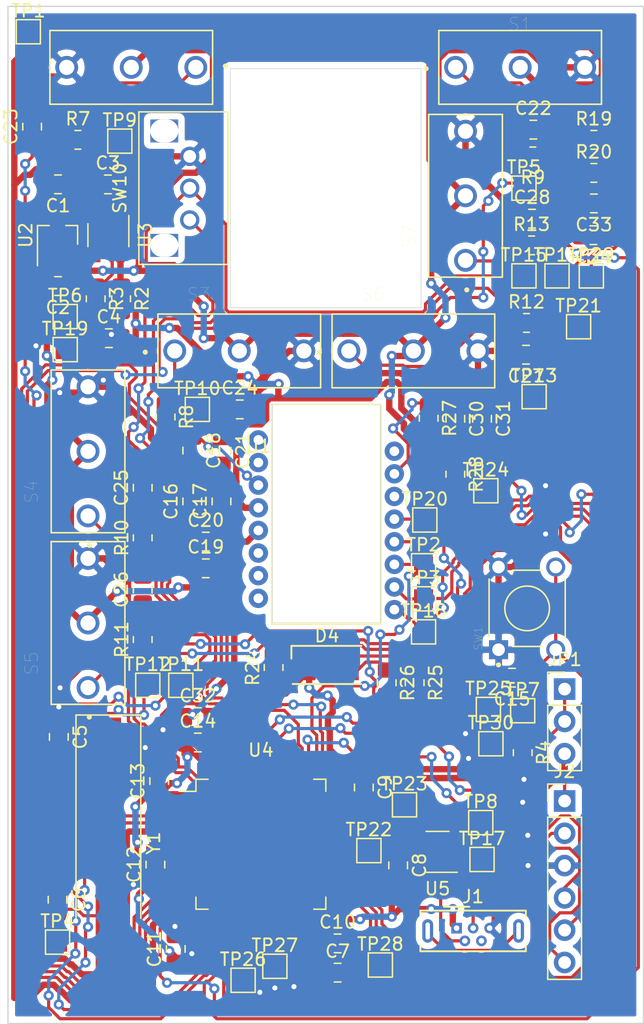
<source format=kicad_pcb>
(kicad_pcb (version 20171130) (host pcbnew "(5.1.9)-1")
  (layers (0 F.Cu signal) (31 B.Cu signal) (34 B.Paste user) (35 F.Paste user) (36 B.SilkS user) (37 F.SilkS user) (38 B.Mask user) (39 F.Mask user) (44 Edge.Cuts user))
  (net 0 "")
  (net 1 +5V)
  (net 2 GND)
  (net 3 "Net-(C5-Pad2)")
  (net 4 "Net-(C6-Pad2)")
  (net 5 "Net-(C7-Pad1)")
  (net 6 "Net-(C8-Pad1)")
  (net 7 NRST)
  (net 8 "Net-(C18-Pad1)")
  (net 9 IN_D-)
  (net 10 IN_D+)
  (net 11 "Net-(J1-Pad4)")
  (net 12 "Net-(J1-Pad6)")
  (net 13 SWCLK)
  (net 14 SWDIO)
  (net 15 SWO)
  (net 16 BOOT0)
  (net 17 "Net-(R2-Pad2)")
  (net 18 "Net-(U1-Pad16)")
  (net 19 "Net-(U1-Pad14)")
  (net 20 NCS)
  (net 21 MISO)
  (net 22 MOSI)
  (net 23 SCK)
  (net 24 Motion)
  (net 25 "Net-(U1-Pad8)")
  (net 26 "Net-(U1-Pad7)")
  (net 27 "Net-(U1-Pad6)")
  (net 28 "Net-(U1-Pad2)")
  (net 29 "Net-(U1-Pad1)")
  (net 30 "Net-(U4-Pad2)")
  (net 31 "Net-(U4-Pad3)")
  (net 32 "Net-(U4-Pad4)")
  (net 33 "Net-(U4-Pad8)")
  (net 34 "Net-(U4-Pad9)")
  (net 35 "Net-(U4-Pad25)")
  (net 36 "Net-(U4-Pad28)")
  (net 37 "Net-(U4-Pad34)")
  (net 38 "Net-(U4-Pad35)")
  (net 39 "Net-(U4-Pad36)")
  (net 40 "Net-(U4-Pad37)")
  (net 41 "Net-(U4-Pad38)")
  (net 42 "Net-(U4-Pad39)")
  (net 43 "Net-(U4-Pad40)")
  (net 44 OUT_D-)
  (net 45 OUT_D+)
  (net 46 "Net-(U4-Pad51)")
  (net 47 "Net-(U4-Pad52)")
  (net 48 "Net-(U4-Pad53)")
  (net 49 "Net-(U4-Pad54)")
  (net 50 "Net-(U4-Pad56)")
  (net 51 "Net-(U4-Pad57)")
  (net 52 "Net-(U4-Pad58)")
  (net 53 "Net-(U4-Pad59)")
  (net 54 "Net-(U4-Pad61)")
  (net 55 "Net-(U4-Pad62)")
  (net 56 +3V3)
  (net 57 VDD)
  (net 58 left_click)
  (net 59 right_click)
  (net 60 sense_up)
  (net 61 sense_down)
  (net 62 forward)
  (net 63 backward)
  (net 64 wheel_click)
  (net 65 Scroll_a)
  (net 66 Scroll_b)
  (net 67 "Net-(D4-Pad2)")
  (net 68 "Net-(R7-Pad1)")
  (net 69 "Net-(R11-Pad1)")
  (net 70 "Net-(R12-Pad1)")
  (net 71 RED)
  (net 72 GREEN)
  (net 73 BLUE)
  (net 74 "Net-(R27-Pad1)")
  (net 75 MCO1)
  (net 76 MCO2)
  (net 77 "Net-(R8-Pad1)")
  (net 78 "Net-(R9-Pad1)")
  (net 79 "Net-(R10-Pad1)")
  (net 80 "Net-(R13-Pad1)")
  (net 81 "Net-(D4-Pad4)")
  (net 82 "Net-(D4-Pad3)")
  (module Capacitor_SMD:C_0805_2012Metric_Pad1.18x1.45mm_HandSolder (layer F.Cu) (at 41.6 97.5 90)
    (fp_text reference C12 (at 0 -1.68 90) (layer F.SilkS))
    (fp_text value 100n)
    (pad 1 smd roundrect (at -1.0375 0 90) (size 1.175 1.45) (layers F.Cu F.Paste F.Mask) (roundrect_rratio 0.212766) (net 56 +3V3))
    (pad 2 smd roundrect (at 1.0375 0 90) (size 1.175 1.45) (layers F.Cu F.Paste F.Mask) (roundrect_rratio 0.212766) (net 2 GND))
  )
  (module TestPoint:TestPoint_Pad_1.5x1.5mm (layer F.Cu) (at 51 105.5)
    (fp_text reference TP27 (at 0 -1.648) (layer F.SilkS))
    (fp_text value MCO2)
    (pad 1 smd rect (at 0 0) (size 1.5 1.5) (layers F.Cu F.Mask) (net 76 MCO2))
  )
  (module TestPoint:TestPoint_Pad_1.5x1.5mm (layer F.Cu) (at 48.5 106.6)
    (fp_text reference TP26 (at 0 -1.648) (layer F.SilkS))
    (fp_text value MCO1)
    (pad 1 smd rect (at 0 0) (size 1.5 1.5) (layers F.Cu F.Mask) (net 75 MCO1))
  )
  (module Components:EC10E1220505 (layer F.Cu) (at 38.3 44.3 90)
    (fp_text reference SW10 (at 0 0.5 90) (layer F.SilkS))
    (fp_text value Rotary_Encoder)
    (pad A thru_hole circle (at -2.5 6 90) (size 1.524 1.524) (drill 1) (layers *.Cu *.Mask) (net 65 Scroll_a))
    (pad B thru_hole circle (at 0 6 90) (size 1.524 1.524) (drill 1) (layers *.Cu *.Mask) (net 66 Scroll_b))
    (pad C thru_hole circle (at 2.5 6 90) (size 1.524 1.524) (drill 1) (layers *.Cu *.Mask) (net 2 GND))
    (pad "" np_thru_hole rect (at -4.5 4 90) (size 1.8 2.2) (drill oval 1.8 2.2) (layers *.Cu *.Mask))
    (pad "" np_thru_hole rect (at 4.5 4 90) (size 1.8 2.2) (drill oval 1.8 2.2) (layers *.Cu *.Mask))
  )
  (module Components:SW_D2F-FL (layer F.Cu) (at 70.3 34.8)
    (fp_text reference S1 (at 0 -3.4) (layer F.SilkS) (effects (font (thickness 0.015))))
    (fp_text value D2F-FL)
    (pad NC thru_hole circle (at 5.08 0) (size 1.8 1.8) (drill 1.2) (layers *.Cu *.Mask) (net 2 GND))
    (pad COM thru_hole circle (at -5.08 0) (size 1.8 1.8) (drill 1.2) (layers *.Cu *.Mask) (net 78 "Net-(R9-Pad1)"))
    (pad NO thru_hole circle (at 0 0) (size 1.8 1.8) (drill 1.2) (layers *.Cu *.Mask) (net 56 +3V3))
  )
  (module Components:LED_RGB_1210_RND_135-00251 (layer F.Cu) (at 55.1 81.8)
    (fp_text reference D4 (at 0 -2.3) (layer F.SilkS))
    (fp_text value LED_ABGR)
    (pad 4 smd rect (at -1.7 -0.7 180) (size 1.6 1) (layers F.Cu F.Paste F.Mask) (net 81 "Net-(D4-Pad4)"))
    (pad 1 smd rect (at -1.7 0.7 180) (size 1.6 1) (layers F.Cu F.Paste F.Mask) (net 56 +3V3))
    (pad 3 smd rect (at 1.7 -0.7 180) (size 1.6 1) (layers F.Cu F.Paste F.Mask) (net 82 "Net-(D4-Pad3)"))
    (pad 2 smd rect (at 1.7 0.7 180) (size 1.6 1) (layers F.Cu F.Paste F.Mask) (net 67 "Net-(D4-Pad2)"))
  )
  (module Crystal:Crystal_SMD_HC49-SD_HandSoldering (layer F.Cu) (at 37.9 95.8125 270)
    (fp_text reference Y1 (at 0 -3.55 90) (layer F.SilkS))
    (fp_text value 16Mhz)
    (pad 2 smd rect (at 5.9375 0 270) (size 7.875 2) (layers F.Cu F.Paste F.Mask) (net 4 "Net-(C6-Pad2)"))
    (pad 1 smd rect (at -5.9375 0 270) (size 7.875 2) (layers F.Cu F.Paste F.Mask) (net 3 "Net-(C5-Pad2)"))
  )
  (module Package_TO_SOT_SMD:SOT-23-5_HandSoldering (layer F.Cu) (at 37.9 48 270)
    (fp_text reference U3 (at 0 -2.9 90) (layer F.SilkS))
    (fp_text value MIC5235YM5-TR)
    (pad 5 smd rect (at 1.35 -0.95 270) (size 1.56 0.65) (layers F.Cu F.Paste F.Mask) (net 57 VDD))
    (pad 4 smd rect (at 1.35 0.95 270) (size 1.56 0.65) (layers F.Cu F.Paste F.Mask) (net 17 "Net-(R2-Pad2)"))
    (pad 3 smd rect (at -1.35 0.95 270) (size 1.56 0.65) (layers F.Cu F.Paste F.Mask) (net 1 +5V))
    (pad 2 smd rect (at -1.35 0 270) (size 1.56 0.65) (layers F.Cu F.Paste F.Mask) (net 2 GND))
    (pad 1 smd rect (at -1.35 -0.95 270) (size 1.56 0.65) (layers F.Cu F.Paste F.Mask) (net 1 +5V))
  )
  (module Package_TO_SOT_SMD:SOT-23_Handsoldering (layer F.Cu) (at 33.9 48 90)
    (fp_text reference U2 (at 0 -2.5 90) (layer F.SilkS))
    (fp_text value AP2125N-3.3TRG)
    (pad 3 smd rect (at 1.5 0 90) (size 1.9 0.8) (layers F.Cu F.Paste F.Mask) (net 1 +5V))
    (pad 2 smd rect (at -1.5 0.95 90) (size 1.9 0.8) (layers F.Cu F.Paste F.Mask) (net 56 +3V3))
    (pad 1 smd rect (at -1.5 -0.95 90) (size 1.9 0.8) (layers F.Cu F.Paste F.Mask) (net 2 GND))
  )
  (module Capacitor_SMD:C_0805_2012Metric_Pad1.18x1.45mm_HandSolder (layer F.Cu) (at 33.9375 44 180)
    (fp_text reference C1 (at 0 -1.68) (layer F.SilkS))
    (fp_text value 4u7)
    (pad 1 smd roundrect (at -1.0375 0 180) (size 1.175 1.45) (layers F.Cu F.Paste F.Mask) (roundrect_rratio 0.212766) (net 1 +5V))
    (pad 2 smd roundrect (at 1.0375 0 180) (size 1.175 1.45) (layers F.Cu F.Paste F.Mask) (roundrect_rratio 0.212766) (net 2 GND))
  )
  (module Capacitor_SMD:C_0805_2012Metric_Pad1.18x1.45mm_HandSolder (layer F.Cu) (at 33.9375 52 180)
    (fp_text reference C2 (at 0 -1.68) (layer F.SilkS))
    (fp_text value 4u7)
    (pad 1 smd roundrect (at -1.0375 0 180) (size 1.175 1.45) (layers F.Cu F.Paste F.Mask) (roundrect_rratio 0.212766) (net 56 +3V3))
    (pad 2 smd roundrect (at 1.0375 0 180) (size 1.175 1.45) (layers F.Cu F.Paste F.Mask) (roundrect_rratio 0.212766) (net 2 GND))
  )
  (module Capacitor_SMD:C_0805_2012Metric_Pad1.18x1.45mm_HandSolder (layer F.Cu) (at 37.8625 44.005001)
    (fp_text reference C3 (at 0 -1.68) (layer F.SilkS))
    (fp_text value 1u)
    (pad 2 smd roundrect (at 1.0375 0) (size 1.175 1.45) (layers F.Cu F.Paste F.Mask) (roundrect_rratio 0.212766) (net 2 GND))
    (pad 1 smd roundrect (at -1.0375 0) (size 1.175 1.45) (layers F.Cu F.Paste F.Mask) (roundrect_rratio 0.212766) (net 1 +5V))
  )
  (module Capacitor_SMD:C_0805_2012Metric_Pad1.18x1.45mm_HandSolder (layer F.Cu) (at 37.9375 56.1)
    (fp_text reference C4 (at 0 -1.68) (layer F.SilkS))
    (fp_text value 2.2u)
    (pad 1 smd roundrect (at -1.0375 0) (size 1.175 1.45) (layers F.Cu F.Paste F.Mask) (roundrect_rratio 0.212766) (net 57 VDD))
    (pad 2 smd roundrect (at 1.0375 0) (size 1.175 1.45) (layers F.Cu F.Paste F.Mask) (roundrect_rratio 0.212766) (net 2 GND))
  )
  (module Capacitor_SMD:C_0805_2012Metric_Pad1.18x1.45mm_HandSolder (layer F.Cu) (at 34 87.4625 270)
    (fp_text reference C5 (at 0 -1.68 90) (layer F.SilkS))
    (fp_text value 22pF)
    (pad 2 smd roundrect (at 1.0375 0 270) (size 1.175 1.45) (layers F.Cu F.Paste F.Mask) (roundrect_rratio 0.212766) (net 3 "Net-(C5-Pad2)"))
    (pad 1 smd roundrect (at -1.0375 0 270) (size 1.175 1.45) (layers F.Cu F.Paste F.Mask) (roundrect_rratio 0.212766) (net 2 GND))
  )
  (module Capacitor_SMD:C_0805_2012Metric_Pad1.18x1.45mm_HandSolder (layer F.Cu) (at 33.9 100.2625 270)
    (fp_text reference C6 (at 0 -1.68 90) (layer F.SilkS))
    (fp_text value 22pF)
    (pad 1 smd roundrect (at -1.0375 0 270) (size 1.175 1.45) (layers F.Cu F.Paste F.Mask) (roundrect_rratio 0.212766) (net 2 GND))
    (pad 2 smd roundrect (at 1.0375 0 270) (size 1.175 1.45) (layers F.Cu F.Paste F.Mask) (roundrect_rratio 0.212766) (net 4 "Net-(C6-Pad2)"))
  )
  (module Capacitor_SMD:C_0805_2012Metric_Pad1.18x1.45mm_HandSolder (layer F.Cu) (at 55.9375 106)
    (fp_text reference C7 (at 0 -1.68) (layer F.SilkS))
    (fp_text value 4.7uF)
    (pad 2 smd roundrect (at 1.0375 0) (size 1.175 1.45) (layers F.Cu F.Paste F.Mask) (roundrect_rratio 0.212766) (net 2 GND))
    (pad 1 smd roundrect (at -1.0375 0) (size 1.175 1.45) (layers F.Cu F.Paste F.Mask) (roundrect_rratio 0.212766) (net 5 "Net-(C7-Pad1)"))
  )
  (module Capacitor_SMD:C_0805_2012Metric_Pad1.18x1.45mm_HandSolder (layer F.Cu) (at 60.7 97.5625 270)
    (fp_text reference C8 (at 0 -1.68 90) (layer F.SilkS))
    (fp_text value 100n)
    (pad 1 smd roundrect (at -1.0375 0 270) (size 1.175 1.45) (layers F.Cu F.Paste F.Mask) (roundrect_rratio 0.212766) (net 6 "Net-(C8-Pad1)"))
    (pad 2 smd roundrect (at 1.0375 0 270) (size 1.175 1.45) (layers F.Cu F.Paste F.Mask) (roundrect_rratio 0.212766) (net 1 +5V))
  )
  (module Capacitor_SMD:C_0805_2012Metric_Pad1.18x1.45mm_HandSolder (layer F.Cu) (at 58 91.4375 270)
    (fp_text reference C9 (at 0 -1.68 90) (layer F.SilkS))
    (fp_text value 100n)
    (pad 2 smd roundrect (at 1.0375 0 270) (size 1.175 1.45) (layers F.Cu F.Paste F.Mask) (roundrect_rratio 0.212766) (net 2 GND))
    (pad 1 smd roundrect (at -1.0375 0 270) (size 1.175 1.45) (layers F.Cu F.Paste F.Mask) (roundrect_rratio 0.212766) (net 56 +3V3))
  )
  (module Capacitor_SMD:C_0805_2012Metric_Pad1.18x1.45mm_HandSolder (layer F.Cu) (at 55.9375 103.7)
    (fp_text reference C10 (at 0 -1.68) (layer F.SilkS))
    (fp_text value 100n)
    (pad 2 smd roundrect (at 1.0375 0) (size 1.175 1.45) (layers F.Cu F.Paste F.Mask) (roundrect_rratio 0.212766) (net 2 GND))
    (pad 1 smd roundrect (at -1.0375 0) (size 1.175 1.45) (layers F.Cu F.Paste F.Mask) (roundrect_rratio 0.212766) (net 56 +3V3))
  )
  (module Capacitor_SMD:C_0805_2012Metric_Pad1.18x1.45mm_HandSolder (layer F.Cu) (at 43.2 104.1375 90)
    (fp_text reference C11 (at 0 -1.68 90) (layer F.SilkS))
    (fp_text value 100n)
    (pad 2 smd roundrect (at 1.0375 0 90) (size 1.175 1.45) (layers F.Cu F.Paste F.Mask) (roundrect_rratio 0.212766) (net 2 GND))
    (pad 1 smd roundrect (at -1.0375 0 90) (size 1.175 1.45) (layers F.Cu F.Paste F.Mask) (roundrect_rratio 0.212766) (net 56 +3V3))
  )
  (module Capacitor_SMD:C_0805_2012Metric_Pad1.18x1.45mm_HandSolder (layer F.Cu) (at 41.9 90.9375 90)
    (fp_text reference C13 (at 0 -1.68 90) (layer F.SilkS))
    (fp_text value 100n)
    (pad 2 smd roundrect (at 1.0375 0 90) (size 1.175 1.45) (layers F.Cu F.Paste F.Mask) (roundrect_rratio 0.212766) (net 2 GND))
    (pad 1 smd roundrect (at -1.0375 0 90) (size 1.175 1.45) (layers F.Cu F.Paste F.Mask) (roundrect_rratio 0.212766) (net 56 +3V3))
  )
  (module Capacitor_SMD:C_0805_2012Metric_Pad1.18x1.45mm_HandSolder (layer F.Cu) (at 44.9375 87.9)
    (fp_text reference C14 (at 0 -1.68) (layer F.SilkS))
    (fp_text value 100n)
    (pad 1 smd roundrect (at -1.0375 0) (size 1.175 1.45) (layers F.Cu F.Paste F.Mask) (roundrect_rratio 0.212766) (net 56 +3V3))
    (pad 2 smd roundrect (at 1.0375 0) (size 1.175 1.45) (layers F.Cu F.Paste F.Mask) (roundrect_rratio 0.212766) (net 2 GND))
  )
  (module Capacitor_SMD:C_0805_2012Metric_Pad1.18x1.45mm_HandSolder (layer F.Cu) (at 69.6625 82.8 180)
    (fp_text reference C15 (at 0 -1.68) (layer F.SilkS))
    (fp_text value 100n)
    (pad 1 smd roundrect (at -1.0375 0 180) (size 1.175 1.45) (layers F.Cu F.Paste F.Mask) (roundrect_rratio 0.212766) (net 7 NRST))
    (pad 2 smd roundrect (at 1.0375 0 180) (size 1.175 1.45) (layers F.Cu F.Paste F.Mask) (roundrect_rratio 0.212766) (net 2 GND))
  )
  (module Capacitor_SMD:C_0805_2012Metric_Pad1.18x1.45mm_HandSolder (layer F.Cu) (at 44.5 68.9375 90)
    (fp_text reference C16 (at 0 -1.68 90) (layer F.SilkS))
    (fp_text value 10u)
    (pad 1 smd roundrect (at -1.0375 0 90) (size 1.175 1.45) (layers F.Cu F.Paste F.Mask) (roundrect_rratio 0.212766) (net 57 VDD))
    (pad 2 smd roundrect (at 1.0375 0 90) (size 1.175 1.45) (layers F.Cu F.Paste F.Mask) (roundrect_rratio 0.212766) (net 2 GND))
  )
  (module Capacitor_SMD:C_0805_2012Metric_Pad1.18x1.45mm_HandSolder (layer F.Cu) (at 46.8 68.9375 90)
    (fp_text reference C17 (at 0 -1.68 90) (layer F.SilkS))
    (fp_text value 100n)
    (pad 2 smd roundrect (at 1.0375 0 90) (size 1.175 1.45) (layers F.Cu F.Paste F.Mask) (roundrect_rratio 0.212766) (net 2 GND))
    (pad 1 smd roundrect (at -1.0375 0 90) (size 1.175 1.45) (layers F.Cu F.Paste F.Mask) (roundrect_rratio 0.212766) (net 57 VDD))
  )
  (module Capacitor_SMD:C_0805_2012Metric_Pad1.18x1.45mm_HandSolder (layer F.Cu) (at 44.5 64.9375 270)
    (fp_text reference C18 (at 0 -1.68 90) (layer F.SilkS))
    (fp_text value 100n)
    (pad 1 smd roundrect (at -1.0375 0 270) (size 1.175 1.45) (layers F.Cu F.Paste F.Mask) (roundrect_rratio 0.212766) (net 8 "Net-(C18-Pad1)"))
    (pad 2 smd roundrect (at 1.0375 0 270) (size 1.175 1.45) (layers F.Cu F.Paste F.Mask) (roundrect_rratio 0.212766) (net 2 GND))
  )
  (module Capacitor_SMD:C_0805_2012Metric_Pad1.18x1.45mm_HandSolder (layer F.Cu) (at 45.5625 74.2)
    (fp_text reference C19 (at 0 -1.68) (layer F.SilkS))
    (fp_text value 10u)
    (pad 2 smd roundrect (at 1.0375 0) (size 1.175 1.45) (layers F.Cu F.Paste F.Mask) (roundrect_rratio 0.212766) (net 56 +3V3))
    (pad 1 smd roundrect (at -1.0375 0) (size 1.175 1.45) (layers F.Cu F.Paste F.Mask) (roundrect_rratio 0.212766) (net 2 GND))
  )
  (module Capacitor_SMD:C_0805_2012Metric_Pad1.18x1.45mm_HandSolder (layer F.Cu) (at 45.5625 72.1)
    (fp_text reference C20 (at 0 -1.68) (layer F.SilkS))
    (fp_text value 100n)
    (pad 1 smd roundrect (at -1.0375 0) (size 1.175 1.45) (layers F.Cu F.Paste F.Mask) (roundrect_rratio 0.212766) (net 2 GND))
    (pad 2 smd roundrect (at 1.0375 0) (size 1.175 1.45) (layers F.Cu F.Paste F.Mask) (roundrect_rratio 0.212766) (net 56 +3V3))
  )
  (module Capacitor_SMD:C_0805_2012Metric_Pad1.18x1.45mm_HandSolder (layer F.Cu) (at 46.8 64.9625 270)
    (fp_text reference C21 (at 0 -1.68 90) (layer F.SilkS))
    (fp_text value 4u7)
    (pad 2 smd roundrect (at 1.0375 0 270) (size 1.175 1.45) (layers F.Cu F.Paste F.Mask) (roundrect_rratio 0.212766) (net 2 GND))
    (pad 1 smd roundrect (at -1.0375 0 270) (size 1.175 1.45) (layers F.Cu F.Paste F.Mask) (roundrect_rratio 0.212766) (net 8 "Net-(C18-Pad1)"))
  )
  (module Capacitor_SMD:C_0805_2012Metric_Pad1.18x1.45mm_HandSolder (layer F.Cu) (at 71.3375 39.7)
    (fp_text reference C22 (at 0 -1.68) (layer F.SilkS))
    (fp_text value 100n)
    (pad 1 smd roundrect (at -1.0375 0) (size 1.175 1.45) (layers F.Cu F.Paste F.Mask) (roundrect_rratio 0.212766) (net 59 right_click))
    (pad 2 smd roundrect (at 1.0375 0) (size 1.175 1.45) (layers F.Cu F.Paste F.Mask) (roundrect_rratio 0.212766) (net 2 GND))
  )
  (module Capacitor_SMD:C_0805_2012Metric_Pad1.18x1.45mm_HandSolder (layer F.Cu) (at 65.2 62.4375 270)
    (fp_text reference C30 (at 0 -1.68 90) (layer F.SilkS))
    (fp_text value 10u)
    (pad 1 smd roundrect (at -1.0375 0 270) (size 1.175 1.45) (layers F.Cu F.Paste F.Mask) (roundrect_rratio 0.212766) (net 2 GND))
    (pad 2 smd roundrect (at 1.0375 0 270) (size 1.175 1.45) (layers F.Cu F.Paste F.Mask) (roundrect_rratio 0.212766) (net 57 VDD))
  )
  (module Capacitor_SMD:C_0805_2012Metric_Pad1.18x1.45mm_HandSolder (layer F.Cu) (at 67.3 62.4375 270)
    (fp_text reference C31 (at 0 -1.68 90) (layer F.SilkS))
    (fp_text value 100n)
    (pad 2 smd roundrect (at 1.0375 0 270) (size 1.175 1.45) (layers F.Cu F.Paste F.Mask) (roundrect_rratio 0.212766) (net 57 VDD))
    (pad 1 smd roundrect (at -1.0375 0 270) (size 1.175 1.45) (layers F.Cu F.Paste F.Mask) (roundrect_rratio 0.212766) (net 2 GND))
  )
  (module Capacitor_SMD:C_0805_2012Metric_Pad1.18x1.45mm_HandSolder (layer F.Cu) (at 44.9375 85.9)
    (fp_text reference C32 (at 0 -1.68) (layer F.SilkS))
    (fp_text value 4.7u)
    (pad 2 smd roundrect (at 1.0375 0) (size 1.175 1.45) (layers F.Cu F.Paste F.Mask) (roundrect_rratio 0.212766) (net 2 GND))
    (pad 1 smd roundrect (at -1.0375 0) (size 1.175 1.45) (layers F.Cu F.Paste F.Mask) (roundrect_rratio 0.212766) (net 56 +3V3))
  )
  (module Capacitor_SMD:C_0805_2012Metric_Pad1.18x1.45mm_HandSolder (layer F.Cu) (at 76.1 45.5 180)
    (fp_text reference C33 (at 0 -1.68) (layer F.SilkS))
    (fp_text value 100n)
    (pad 2 smd roundrect (at 1.0375 0 180) (size 1.175 1.45) (layers F.Cu F.Paste F.Mask) (roundrect_rratio 0.212766) (net 2 GND))
    (pad 1 smd roundrect (at -1.0375 0 180) (size 1.175 1.45) (layers F.Cu F.Paste F.Mask) (roundrect_rratio 0.212766) (net 65 Scroll_a))
  )
  (module Capacitor_SMD:C_0805_2012Metric_Pad1.18x1.45mm_HandSolder (layer F.Cu) (at 76.0625 48 180)
    (fp_text reference C34 (at 0 -1.68) (layer F.SilkS))
    (fp_text value 100n)
    (pad 1 smd roundrect (at -1.0375 0 180) (size 1.175 1.45) (layers F.Cu F.Paste F.Mask) (roundrect_rratio 0.212766) (net 66 Scroll_b))
    (pad 2 smd roundrect (at 1.0375 0 180) (size 1.175 1.45) (layers F.Cu F.Paste F.Mask) (roundrect_rratio 0.212766) (net 2 GND))
  )
  (module Resistor_SMD:R_0805_2012Metric_Pad1.20x1.40mm_HandSolder (layer F.Cu) (at 38.9 53 270)
    (fp_text reference R2 (at 0 -1.65 90) (layer F.SilkS))
    (fp_text value 5.6k)
    (pad 2 smd roundrect (at 1 0 270) (size 1.2 1.4) (layers F.Cu F.Paste F.Mask) (roundrect_rratio 0.208333) (net 17 "Net-(R2-Pad2)"))
    (pad 1 smd roundrect (at -1 0 270) (size 1.2 1.4) (layers F.Cu F.Paste F.Mask) (roundrect_rratio 0.208333) (net 57 VDD))
  )
  (module Resistor_SMD:R_0805_2012Metric_Pad1.20x1.40mm_HandSolder (layer F.Cu) (at 36.9 53 270)
    (fp_text reference R3 (at 0 -1.65 90) (layer F.SilkS))
    (fp_text value 10k)
    (pad 1 smd roundrect (at -1 0 270) (size 1.2 1.4) (layers F.Cu F.Paste F.Mask) (roundrect_rratio 0.208333) (net 17 "Net-(R2-Pad2)"))
    (pad 2 smd roundrect (at 1 0 270) (size 1.2 1.4) (layers F.Cu F.Paste F.Mask) (roundrect_rratio 0.208333) (net 2 GND))
  )
  (module Resistor_SMD:R_0805_2012Metric_Pad1.20x1.40mm_HandSolder (layer F.Cu) (at 70.5 88.7 270)
    (fp_text reference R4 (at 0 -1.65 90) (layer F.SilkS))
    (fp_text value 10k)
    (pad 2 smd roundrect (at 1 0 270) (size 1.2 1.4) (layers F.Cu F.Paste F.Mask) (roundrect_rratio 0.208333) (net 2 GND))
    (pad 1 smd roundrect (at -1 0 270) (size 1.2 1.4) (layers F.Cu F.Paste F.Mask) (roundrect_rratio 0.208333) (net 16 BOOT0))
  )
  (module Resistor_SMD:R_0805_2012Metric_Pad1.20x1.40mm_HandSolder (layer F.Cu) (at 71.3 41.8 180)
    (fp_text reference R9 (at 0 -1.65) (layer F.SilkS))
    (fp_text value 1k)
    (pad 2 smd roundrect (at 1 0 180) (size 1.2 1.4) (layers F.Cu F.Paste F.Mask) (roundrect_rratio 0.208333) (net 59 right_click))
    (pad 1 smd roundrect (at -1 0 180) (size 1.2 1.4) (layers F.Cu F.Paste F.Mask) (roundrect_rratio 0.208333) (net 78 "Net-(R9-Pad1)"))
  )
  (module Resistor_SMD:R_0805_2012Metric_Pad1.20x1.40mm_HandSolder (layer F.Cu) (at 76.1 40.5)
    (fp_text reference R19 (at 0 -1.65) (layer F.SilkS))
    (fp_text value 10k)
    (pad 1 smd roundrect (at -1 0) (size 1.2 1.4) (layers F.Cu F.Paste F.Mask) (roundrect_rratio 0.208333) (net 56 +3V3))
    (pad 2 smd roundrect (at 1 0) (size 1.2 1.4) (layers F.Cu F.Paste F.Mask) (roundrect_rratio 0.208333) (net 65 Scroll_a))
  )
  (module Resistor_SMD:R_0805_2012Metric_Pad1.20x1.40mm_HandSolder (layer F.Cu) (at 76.1 43.1)
    (fp_text reference R20 (at 0 -1.65) (layer F.SilkS))
    (fp_text value 10k)
    (pad 2 smd roundrect (at 1 0) (size 1.2 1.4) (layers F.Cu F.Paste F.Mask) (roundrect_rratio 0.208333) (net 66 Scroll_b))
    (pad 1 smd roundrect (at -1 0) (size 1.2 1.4) (layers F.Cu F.Paste F.Mask) (roundrect_rratio 0.208333) (net 56 +3V3))
  )
  (module Resistor_SMD:R_0805_2012Metric_Pad1.20x1.40mm_HandSolder (layer F.Cu) (at 50.9 82 90)
    (fp_text reference R24 (at 0 -1.65 90) (layer F.SilkS))
    (fp_text value 820)
    (pad 2 smd roundrect (at 1 0 90) (size 1.2 1.4) (layers F.Cu F.Paste F.Mask) (roundrect_rratio 0.208333) (net 71 RED))
    (pad 1 smd roundrect (at -1 0 90) (size 1.2 1.4) (layers F.Cu F.Paste F.Mask) (roundrect_rratio 0.208333) (net 81 "Net-(D4-Pad4)"))
  )
  (module Resistor_SMD:R_0805_2012Metric_Pad1.20x1.40mm_HandSolder (layer F.Cu) (at 62 83.2 270)
    (fp_text reference R25 (at 0 -1.65 90) (layer F.SilkS))
    (fp_text value 820)
    (pad 1 smd roundrect (at -1 0 270) (size 1.2 1.4) (layers F.Cu F.Paste F.Mask) (roundrect_rratio 0.208333) (net 82 "Net-(D4-Pad3)"))
    (pad 2 smd roundrect (at 1 0 270) (size 1.2 1.4) (layers F.Cu F.Paste F.Mask) (roundrect_rratio 0.208333) (net 72 GREEN))
  )
  (module Resistor_SMD:R_0805_2012Metric_Pad1.20x1.40mm_HandSolder (layer F.Cu) (at 59.8 83.2 270)
    (fp_text reference R26 (at 0 -1.65 90) (layer F.SilkS))
    (fp_text value 820)
    (pad 2 smd roundrect (at 1 0 270) (size 1.2 1.4) (layers F.Cu F.Paste F.Mask) (roundrect_rratio 0.208333) (net 73 BLUE))
    (pad 1 smd roundrect (at -1 0 270) (size 1.2 1.4) (layers F.Cu F.Paste F.Mask) (roundrect_rratio 0.208333) (net 67 "Net-(D4-Pad2)"))
  )
  (module Resistor_SMD:R_0805_2012Metric_Pad1.20x1.40mm_HandSolder (layer F.Cu) (at 63.1 62.4 270)
    (fp_text reference R27 (at 0 -1.65 90) (layer F.SilkS))
    (fp_text value 47)
    (pad 1 smd roundrect (at -1 0 270) (size 1.2 1.4) (layers F.Cu F.Paste F.Mask) (roundrect_rratio 0.208333) (net 74 "Net-(R27-Pad1)"))
    (pad 2 smd roundrect (at 1 0 270) (size 1.2 1.4) (layers F.Cu F.Paste F.Mask) (roundrect_rratio 0.208333) (net 57 VDD))
  )
  (module Resistor_SMD:R_0805_2012Metric_Pad1.20x1.40mm_HandSolder (layer F.Cu) (at 65.2 66.8 270)
    (fp_text reference R28 (at 0 -1.65 90) (layer F.SilkS))
    (fp_text value 10k)
    (pad 1 smd roundrect (at -1 0 270) (size 1.2 1.4) (layers F.Cu F.Paste F.Mask) (roundrect_rratio 0.208333) (net 56 +3V3))
    (pad 2 smd roundrect (at 1 0 270) (size 1.2 1.4) (layers F.Cu F.Paste F.Mask) (roundrect_rratio 0.208333) (net 21 MISO))
  )
  (module TestPoint:TestPoint_Pad_1.5x1.5mm (layer F.Cu) (at 31.6 32)
    (fp_text reference TP1 (at 0 -1.648) (layer F.SilkS))
    (fp_text value 5V)
    (pad 1 smd rect (at 0 0) (size 1.5 1.5) (layers F.Cu F.Mask) (net 1 +5V))
  )
  (module TestPoint:TestPoint_Pad_1.5x1.5mm (layer F.Cu) (at 62.7 74)
    (fp_text reference TP2 (at 0 -1.648) (layer F.SilkS))
    (fp_text value MOSI)
    (pad 1 smd rect (at 0 0) (size 1.5 1.5) (layers F.Cu F.Mask) (net 22 MOSI))
  )
  (module TestPoint:TestPoint_Pad_1.5x1.5mm (layer F.Cu) (at 62.7 76.6)
    (fp_text reference TP3 (at 0 -1.648) (layer F.SilkS))
    (fp_text value SCK)
    (pad 1 smd rect (at 0 0) (size 1.5 1.5) (layers F.Cu F.Mask) (net 23 SCK))
  )
  (module TestPoint:TestPoint_Pad_1.5x1.5mm (layer F.Cu) (at 33.9 103.6)
    (fp_text reference TP4 (at 0 -1.648) (layer F.SilkS))
    (fp_text value TestPoint)
    (pad 1 smd rect (at 0 0) (size 1.5 1.5) (layers F.Cu F.Mask) (net 4 "Net-(C6-Pad2)"))
  )
  (module TestPoint:TestPoint_Pad_1.5x1.5mm (layer F.Cu) (at 70.6 44.3)
    (fp_text reference TP5 (at 0 -1.648) (layer F.SilkS))
    (fp_text value TestPoint)
    (pad 1 smd rect (at 0 0) (size 1.5 1.5) (layers F.Cu F.Mask) (net 59 right_click))
  )
  (module TestPoint:TestPoint_Pad_1.5x1.5mm (layer F.Cu) (at 34.5 54.4)
    (fp_text reference TP6 (at 0 -1.648) (layer F.SilkS))
    (fp_text value 3.3V)
    (pad 1 smd rect (at 0 0) (size 1.5 1.5) (layers F.Cu F.Mask) (net 56 +3V3))
  )
  (module TestPoint:TestPoint_Pad_1.5x1.5mm (layer F.Cu) (at 70.5 85.4)
    (fp_text reference TP7 (at 0 -1.648) (layer F.SilkS))
    (fp_text value NRST)
    (pad 1 smd rect (at 0 0) (size 1.5 1.5) (layers F.Cu F.Mask) (net 7 NRST))
  )
  (module TestPoint:TestPoint_Pad_1.5x1.5mm (layer F.Cu) (at 67.2 94.2)
    (fp_text reference TP8 (at 0 -1.648) (layer F.SilkS))
    (fp_text value in_D-)
    (pad 1 smd rect (at 0 0) (size 1.5 1.5) (layers F.Cu F.Mask) (net 9 IN_D-))
  )
  (module TestPoint:TestPoint_Pad_1.5x1.5mm (layer F.Cu) (at 73.2 51.2)
    (fp_text reference TP14 (at 0 -1.648) (layer F.SilkS))
    (fp_text value Scroll_b)
    (pad 1 smd rect (at 0 0) (size 1.5 1.5) (layers F.Cu F.Mask) (net 66 Scroll_b))
  )
  (module TestPoint:TestPoint_Pad_1.5x1.5mm (layer F.Cu) (at 67.3 97.1)
    (fp_text reference TP17 (at 0 -1.648) (layer F.SilkS))
    (fp_text value in_D+)
    (pad 1 smd rect (at 0 0) (size 1.5 1.5) (layers F.Cu F.Mask) (net 10 IN_D+))
  )
  (module TestPoint:TestPoint_Pad_1.5x1.5mm (layer F.Cu) (at 62.7 79.2)
    (fp_text reference TP18 (at 0 -1.648) (layer F.SilkS))
    (fp_text value Motion)
    (pad 1 smd rect (at 0 0) (size 1.5 1.5) (layers F.Cu F.Mask) (net 24 Motion))
  )
  (module TestPoint:TestPoint_Pad_1.5x1.5mm (layer F.Cu) (at 34.5 57)
    (fp_text reference TP19 (at 0 -1.648) (layer F.SilkS))
    (fp_text value VDD)
    (pad 1 smd rect (at 0 0) (size 1.5 1.5) (layers F.Cu F.Mask) (net 57 VDD))
  )
  (module TestPoint:TestPoint_Pad_1.5x1.5mm (layer F.Cu) (at 62.8 70.4)
    (fp_text reference TP20 (at 0 -1.648) (layer F.SilkS))
    (fp_text value NCS)
    (pad 1 smd rect (at 0 0) (size 1.5 1.5) (layers F.Cu F.Mask) (net 20 NCS))
  )
  (module TestPoint:TestPoint_Pad_1.5x1.5mm (layer F.Cu) (at 74.9 55.2)
    (fp_text reference TP21 (at 0 -1.648) (layer F.SilkS))
    (fp_text value GND)
    (pad 1 smd rect (at 0 0) (size 1.5 1.5) (layers F.Cu F.Mask) (net 2 GND))
  )
  (module TestPoint:TestPoint_Pad_1.5x1.5mm (layer F.Cu) (at 58.4 96.4)
    (fp_text reference TP22 (at 0 -1.648) (layer F.SilkS))
    (fp_text value out_D-)
    (pad 1 smd rect (at 0 0) (size 1.5 1.5) (layers F.Cu F.Mask) (net 44 OUT_D-))
  )
  (module TestPoint:TestPoint_Pad_1.5x1.5mm (layer F.Cu) (at 61.2 92.8)
    (fp_text reference TP23 (at 0 -1.648) (layer F.SilkS))
    (fp_text value out_D+)
    (pad 1 smd rect (at 0 0) (size 1.5 1.5) (layers F.Cu F.Mask) (net 45 OUT_D+))
  )
  (module TestPoint:TestPoint_Pad_1.5x1.5mm (layer F.Cu) (at 67.6 68.1)
    (fp_text reference TP24 (at 0 -1.648) (layer F.SilkS))
    (fp_text value MISO)
    (pad 1 smd rect (at 0 0) (size 1.5 1.5) (layers F.Cu F.Mask) (net 21 MISO))
  )
  (module TestPoint:TestPoint_Pad_1.5x1.5mm (layer F.Cu) (at 67.8 85.3)
    (fp_text reference TP25 (at 0 -1.648) (layer F.SilkS))
    (fp_text value GRD)
    (pad 1 smd rect (at 0 0) (size 1.5 1.5) (layers F.Cu F.Mask) (net 2 GND))
  )
  (module TestPoint:TestPoint_Pad_1.5x1.5mm (layer F.Cu) (at 59.3 105.4)
    (fp_text reference TP28 (at 0 -1.648) (layer F.SilkS))
    (fp_text value GND)
    (pad 1 smd rect (at 0 0) (size 1.5 1.5) (layers F.Cu F.Mask) (net 2 GND))
  )
  (module TestPoint:TestPoint_Pad_1.5x1.5mm (layer F.Cu) (at 75.9 51.2)
    (fp_text reference TP29 (at 0 -1.648) (layer F.SilkS))
    (fp_text value Scroll_a)
    (pad 1 smd rect (at 0 0) (size 1.5 1.5) (layers F.Cu F.Mask) (net 65 Scroll_a))
  )
  (module TestPoint:TestPoint_Pad_1.5x1.5mm (layer F.Cu) (at 68 88)
    (fp_text reference TP30 (at 0 -1.648) (layer F.SilkS))
    (fp_text value BOOT0)
    (pad 1 smd rect (at 0 0) (size 1.5 1.5) (layers F.Cu F.Mask) (net 16 BOOT0))
  )
  (module Custom:PMW3389 (layer F.Cu) (at 49.7 64.1)
    (fp_text reference U1 (at 0 0.5) (layer F.SilkS))
    (fp_text value PMW3389)
    (pad 16 thru_hole circle (at 10.7 0.89) (size 1.524 1.524) (drill 0.762) (layers *.Cu *.Mask) (net 18 "Net-(U1-Pad16)"))
    (pad 15 thru_hole circle (at 10.7 2.67) (size 1.524 1.524) (drill 0.762) (layers *.Cu *.Mask) (net 74 "Net-(R27-Pad1)"))
    (pad 14 thru_hole circle (at 10.7 4.45) (size 1.524 1.524) (drill 0.762) (layers *.Cu *.Mask) (net 19 "Net-(U1-Pad14)"))
    (pad 13 thru_hole circle (at 10.7 6.23) (size 1.524 1.524) (drill 0.762) (layers *.Cu *.Mask) (net 20 NCS))
    (pad 12 thru_hole circle (at 10.7 8.01) (size 1.524 1.524) (drill 0.762) (layers *.Cu *.Mask) (net 21 MISO))
    (pad 11 thru_hole circle (at 10.7 9.79) (size 1.524 1.524) (drill 0.762) (layers *.Cu *.Mask) (net 22 MOSI))
    (pad 10 thru_hole circle (at 10.7 11.57) (size 1.524 1.524) (drill 0.762) (layers *.Cu *.Mask) (net 23 SCK))
    (pad 9 thru_hole circle (at 10.7 13.35) (size 1.524 1.524) (drill 0.762) (layers *.Cu *.Mask) (net 24 Motion))
    (pad 8 thru_hole circle (at 0 12.46) (size 1.524 1.524) (drill 0.762) (layers *.Cu *.Mask) (net 25 "Net-(U1-Pad8)"))
    (pad 7 thru_hole circle (at 0 10.68) (size 1.524 1.524) (drill 0.762) (layers *.Cu *.Mask) (net 26 "Net-(U1-Pad7)"))
    (pad 6 thru_hole circle (at 0 8.9) (size 1.524 1.524) (drill 0.762) (layers *.Cu *.Mask) (net 27 "Net-(U1-Pad6)"))
    (pad 5 thru_hole circle (at 0 7.12) (size 1.524 1.524) (drill 0.762) (layers *.Cu *.Mask) (net 56 +3V3))
    (pad 4 thru_hole circle (at 0 5.34) (size 1.524 1.524) (drill 0.762) (layers *.Cu *.Mask) (net 57 VDD))
    (pad 3 thru_hole circle (at 0 3.56) (size 1.524 1.524) (drill 0.762) (layers *.Cu *.Mask) (net 8 "Net-(C18-Pad1)"))
    (pad 2 thru_hole circle (at 0 1.78) (size 1.524 1.524) (drill 0.762) (layers *.Cu *.Mask) (net 28 "Net-(U1-Pad2)"))
    (pad 1 thru_hole circle (at 0 0) (size 1.524 1.524) (drill 0.762) (layers *.Cu *.Mask) (net 29 "Net-(U1-Pad1)"))
  )
  (module Package_QFP:LQFP-64_10x10mm_P0.5mm (layer F.Cu) (at 49.9 95.9)
    (fp_text reference U4 (at 0 -7.4) (layer F.SilkS))
    (fp_text value STM32F411RETx)
    (pad 1 smd roundrect (at -5.675 -3.75) (size 1.55 0.3) (layers F.Cu F.Paste F.Mask) (net 56 +3V3))
    (pad 2 smd roundrect (at -5.675 -3.25) (size 1.55 0.3) (layers F.Cu F.Paste F.Mask) (net 30 "Net-(U4-Pad2)"))
    (pad 3 smd roundrect (at -5.675 -2.75) (size 1.55 0.3) (layers F.Cu F.Paste F.Mask) (net 31 "Net-(U4-Pad3)"))
    (pad 4 smd roundrect (at -5.675 -2.25) (size 1.55 0.3) (layers F.Cu F.Paste F.Mask) (net 32 "Net-(U4-Pad4)"))
    (pad 5 smd roundrect (at -5.675 -1.75) (size 1.55 0.3) (layers F.Cu F.Paste F.Mask) (net 3 "Net-(C5-Pad2)"))
    (pad 6 smd roundrect (at -5.675 -1.25) (size 1.55 0.3) (layers F.Cu F.Paste F.Mask) (net 4 "Net-(C6-Pad2)"))
    (pad 7 smd roundrect (at -5.675 -0.75) (size 1.55 0.3) (layers F.Cu F.Paste F.Mask) (net 7 NRST))
    (pad 8 smd roundrect (at -5.675 -0.25) (size 1.55 0.3) (layers F.Cu F.Paste F.Mask) (net 33 "Net-(U4-Pad8)"))
    (pad 9 smd roundrect (at -5.675 0.25) (size 1.55 0.3) (layers F.Cu F.Paste F.Mask) (net 34 "Net-(U4-Pad9)"))
    (pad 10 smd roundrect (at -5.675 0.75) (size 1.55 0.3) (layers F.Cu F.Paste F.Mask) (net 21 MISO))
    (pad 11 smd roundrect (at -5.675 1.25) (size 1.55 0.3) (layers F.Cu F.Paste F.Mask) (net 22 MOSI))
    (pad 12 smd roundrect (at -5.675 1.75) (size 1.55 0.3) (layers F.Cu F.Paste F.Mask) (net 2 GND))
    (pad 13 smd roundrect (at -5.675 2.25) (size 1.55 0.3) (layers F.Cu F.Paste F.Mask) (net 56 +3V3))
    (pad 14 smd roundrect (at -5.675 2.75) (size 1.55 0.3) (layers F.Cu F.Paste F.Mask) (net 58 left_click))
    (pad 15 smd roundrect (at -5.675 3.25) (size 1.55 0.3) (layers F.Cu F.Paste F.Mask) (net 59 right_click))
    (pad 16 smd roundrect (at -5.675 3.75) (size 1.55 0.3) (layers F.Cu F.Paste F.Mask) (net 60 sense_up))
    (pad 17 smd roundrect (at -3.75 5.675) (size 0.3 1.55) (layers F.Cu F.Paste F.Mask) (net 61 sense_down))
    (pad 18 smd roundrect (at -3.25 5.675) (size 0.3 1.55) (layers F.Cu F.Paste F.Mask) (net 2 GND))
    (pad 19 smd roundrect (at -2.75 5.675) (size 0.3 1.55) (layers F.Cu F.Paste F.Mask) (net 56 +3V3))
    (pad 20 smd roundrect (at -2.25 5.675) (size 0.3 1.55) (layers F.Cu F.Paste F.Mask) (net 62 forward))
    (pad 21 smd roundrect (at -1.75 5.675) (size 0.3 1.55) (layers F.Cu F.Paste F.Mask) (net 63 backward))
    (pad 22 smd roundrect (at -1.25 5.675) (size 0.3 1.55) (layers F.Cu F.Paste F.Mask) (net 64 wheel_click))
    (pad 23 smd roundrect (at -0.75 5.675) (size 0.3 1.55) (layers F.Cu F.Paste F.Mask) (net 71 RED))
    (pad 24 smd roundrect (at -0.25 5.675) (size 0.3 1.55) (layers F.Cu F.Paste F.Mask) (net 24 Motion))
    (pad 25 smd roundrect (at 0.25 5.675) (size 0.3 1.55) (layers F.Cu F.Paste F.Mask) (net 35 "Net-(U4-Pad25)"))
    (pad 26 smd roundrect (at 0.75 5.675) (size 0.3 1.55) (layers F.Cu F.Paste F.Mask) (net 75 MCO1))
    (pad 27 smd roundrect (at 1.25 5.675) (size 0.3 1.55) (layers F.Cu F.Paste F.Mask) (net 76 MCO2))
    (pad 28 smd roundrect (at 1.75 5.675) (size 0.3 1.55) (layers F.Cu F.Paste F.Mask) (net 36 "Net-(U4-Pad28)"))
    (pad 29 smd roundrect (at 2.25 5.675) (size 0.3 1.55) (layers F.Cu F.Paste F.Mask) (net 23 SCK))
    (pad 30 smd roundrect (at 2.75 5.675) (size 0.3 1.55) (layers F.Cu F.Paste F.Mask) (net 5 "Net-(C7-Pad1)"))
    (pad 31 smd roundrect (at 3.25 5.675) (size 0.3 1.55) (layers F.Cu F.Paste F.Mask) (net 2 GND))
    (pad 32 smd roundrect (at 3.75 5.675) (size 0.3 1.55) (layers F.Cu F.Paste F.Mask) (net 56 +3V3))
    (pad 33 smd roundrect (at 5.675 3.75) (size 1.55 0.3) (layers F.Cu F.Paste F.Mask) (net 20 NCS))
    (pad 34 smd roundrect (at 5.675 3.25) (size 1.55 0.3) (layers F.Cu F.Paste F.Mask) (net 37 "Net-(U4-Pad34)"))
    (pad 35 smd roundrect (at 5.675 2.75) (size 1.55 0.3) (layers F.Cu F.Paste F.Mask) (net 38 "Net-(U4-Pad35)"))
    (pad 36 smd roundrect (at 5.675 2.25) (size 1.55 0.3) (layers F.Cu F.Paste F.Mask) (net 39 "Net-(U4-Pad36)"))
    (pad 37 smd roundrect (at 5.675 1.75) (size 1.55 0.3) (layers F.Cu F.Paste F.Mask) (net 40 "Net-(U4-Pad37)"))
    (pad 38 smd roundrect (at 5.675 1.25) (size 1.55 0.3) (layers F.Cu F.Paste F.Mask) (net 41 "Net-(U4-Pad38)"))
    (pad 39 smd roundrect (at 5.675 0.75) (size 1.55 0.3) (layers F.Cu F.Paste F.Mask) (net 42 "Net-(U4-Pad39)"))
    (pad 40 smd roundrect (at 5.675 0.25) (size 1.55 0.3) (layers F.Cu F.Paste F.Mask) (net 43 "Net-(U4-Pad40)"))
    (pad 41 smd roundrect (at 5.675 -0.25) (size 1.55 0.3) (layers F.Cu F.Paste F.Mask) (net 72 GREEN))
    (pad 42 smd roundrect (at 5.675 -0.75) (size 1.55 0.3) (layers F.Cu F.Paste F.Mask) (net 73 BLUE))
    (pad 43 smd roundrect (at 5.675 -1.25) (size 1.55 0.3) (layers F.Cu F.Paste F.Mask) (net 65 Scroll_a))
    (pad 44 smd roundrect (at 5.675 -1.75) (size 1.55 0.3) (layers F.Cu F.Paste F.Mask) (net 44 OUT_D-))
    (pad 45 smd roundrect (at 5.675 -2.25) (size 1.55 0.3) (layers F.Cu F.Paste F.Mask) (net 45 OUT_D+))
    (pad 46 smd roundrect (at 5.675 -2.75) (size 1.55 0.3) (layers F.Cu F.Paste F.Mask) (net 14 SWDIO))
    (pad 47 smd roundrect (at 5.675 -3.25) (size 1.55 0.3) (layers F.Cu F.Paste F.Mask) (net 2 GND))
    (pad 48 smd roundrect (at 5.675 -3.75) (size 1.55 0.3) (layers F.Cu F.Paste F.Mask) (net 56 +3V3))
    (pad 49 smd roundrect (at 3.75 -5.675) (size 0.3 1.55) (layers F.Cu F.Paste F.Mask) (net 13 SWCLK))
    (pad 50 smd roundrect (at 3.25 -5.675) (size 0.3 1.55) (layers F.Cu F.Paste F.Mask) (net 66 Scroll_b))
    (pad 51 smd roundrect (at 2.75 -5.675) (size 0.3 1.55) (layers F.Cu F.Paste F.Mask) (net 46 "Net-(U4-Pad51)"))
    (pad 52 smd roundrect (at 2.25 -5.675) (size 0.3 1.55) (layers F.Cu F.Paste F.Mask) (net 47 "Net-(U4-Pad52)"))
    (pad 53 smd roundrect (at 1.75 -5.675) (size 0.3 1.55) (layers F.Cu F.Paste F.Mask) (net 48 "Net-(U4-Pad53)"))
    (pad 54 smd roundrect (at 1.25 -5.675) (size 0.3 1.55) (layers F.Cu F.Paste F.Mask) (net 49 "Net-(U4-Pad54)"))
    (pad 55 smd roundrect (at 0.75 -5.675) (size 0.3 1.55) (layers F.Cu F.Paste F.Mask) (net 15 SWO))
    (pad 56 smd roundrect (at 0.25 -5.675) (size 0.3 1.55) (layers F.Cu F.Paste F.Mask) (net 50 "Net-(U4-Pad56)"))
    (pad 57 smd roundrect (at -0.25 -5.675) (size 0.3 1.55) (layers F.Cu F.Paste F.Mask) (net 51 "Net-(U4-Pad57)"))
    (pad 58 smd roundrect (at -0.75 -5.675) (size 0.3 1.55) (layers F.Cu F.Paste F.Mask) (net 52 "Net-(U4-Pad58)"))
    (pad 59 smd roundrect (at -1.25 -5.675) (size 0.3 1.55) (layers F.Cu F.Paste F.Mask) (net 53 "Net-(U4-Pad59)"))
    (pad 60 smd roundrect (at -1.75 -5.675) (size 0.3 1.55) (layers F.Cu F.Paste F.Mask) (net 16 BOOT0))
    (pad 61 smd roundrect (at -2.25 -5.675) (size 0.3 1.55) (layers F.Cu F.Paste F.Mask) (net 54 "Net-(U4-Pad61)"))
    (pad 62 smd roundrect (at -2.75 -5.675) (size 0.3 1.55) (layers F.Cu F.Paste F.Mask) (net 55 "Net-(U4-Pad62)"))
    (pad 63 smd roundrect (at -3.25 -5.675) (size 0.3 1.55) (layers F.Cu F.Paste F.Mask) (net 2 GND))
    (pad 64 smd roundrect (at -3.75 -5.675) (size 0.3 1.55) (layers F.Cu F.Paste F.Mask) (net 56 +3V3))
  )
  (module Package_TO_SOT_SMD:SOT-23-6 (layer F.Cu) (at 63.8 96.5 180)
    (fp_text reference U5 (at 0 -2.9) (layer F.SilkS))
    (fp_text value USBLC6-2SC6)
    (pad 1 smd rect (at -1.1 -0.95 180) (size 1.06 0.65) (layers F.Cu F.Paste F.Mask) (net 10 IN_D+))
    (pad 2 smd rect (at -1.1 0 180) (size 1.06 0.65) (layers F.Cu F.Paste F.Mask) (net 2 GND))
    (pad 3 smd rect (at -1.1 0.95 180) (size 1.06 0.65) (layers F.Cu F.Paste F.Mask) (net 9 IN_D-))
    (pad 4 smd rect (at 1.1 0.95 180) (size 1.06 0.65) (layers F.Cu F.Paste F.Mask) (net 44 OUT_D-))
    (pad 6 smd rect (at 1.1 -0.95 180) (size 1.06 0.65) (layers F.Cu F.Paste F.Mask) (net 45 OUT_D+))
    (pad 5 smd rect (at 1.1 0 180) (size 1.06 0.65) (layers F.Cu F.Paste F.Mask) (net 6 "Net-(C8-Pad1)"))
  )
  (module Connector_PinHeader_2.54mm:PinHeader_1x06_P2.54mm_Vertical (layer F.Cu) (at 73.8 92.5)
    (fp_text reference J2 (at 0 -2.33) (layer F.SilkS))
    (fp_text value SWD)
    (pad 1 thru_hole rect (at 0 0) (size 1.7 1.7) (drill 1) (layers *.Cu *.Mask) (net 56 +3V3))
    (pad 2 thru_hole oval (at 0 2.54) (size 1.7 1.7) (drill 1) (layers *.Cu *.Mask) (net 13 SWCLK))
    (pad 3 thru_hole oval (at 0 5.08) (size 1.7 1.7) (drill 1) (layers *.Cu *.Mask) (net 2 GND))
    (pad 4 thru_hole oval (at 0 7.62) (size 1.7 1.7) (drill 1) (layers *.Cu *.Mask) (net 14 SWDIO))
    (pad 5 thru_hole oval (at 0 10.16) (size 1.7 1.7) (drill 1) (layers *.Cu *.Mask) (net 7 NRST))
    (pad 6 thru_hole oval (at 0 12.7) (size 1.7 1.7) (drill 1) (layers *.Cu *.Mask) (net 15 SWO))
  )
  (module Connector_PinHeader_2.54mm:PinHeader_1x03_P2.54mm_Vertical (layer F.Cu) (at 73.8 83.7)
    (fp_text reference JP1 (at 0 -2.33) (layer F.SilkS))
    (fp_text value DFU)
    (pad 1 thru_hole rect (at 0 0) (size 1.7 1.7) (drill 1) (layers *.Cu *.Mask) (net 16 BOOT0))
    (pad 2 thru_hole oval (at 0 2.54) (size 1.7 1.7) (drill 1) (layers *.Cu *.Mask) (net 16 BOOT0))
    (pad 3 thru_hole oval (at 0 5.08) (size 1.7 1.7) (drill 1) (layers *.Cu *.Mask) (net 56 +3V3))
  )
  (module Capacitor_SMD:C_0805_2012Metric_Pad1.18x1.45mm_HandSolder (layer F.Cu) (at 31.9 39.4625 90)
    (fp_text reference C23 (at 0 -1.68 90) (layer F.SilkS))
    (fp_text value 100n)
    (pad 2 smd roundrect (at 1.0375 0 90) (size 1.175 1.45) (layers F.Cu F.Paste F.Mask) (roundrect_rratio 0.212766) (net 2 GND))
    (pad 1 smd roundrect (at -1.0375 0 90) (size 1.175 1.45) (layers F.Cu F.Paste F.Mask) (roundrect_rratio 0.212766) (net 58 left_click))
  )
  (module Capacitor_SMD:C_0805_2012Metric_Pad1.18x1.45mm_HandSolder (layer F.Cu) (at 48.2375 61.7)
    (fp_text reference C24 (at 0 -1.68) (layer F.SilkS))
    (fp_text value 100n)
    (pad 1 smd roundrect (at -1.0375 0) (size 1.175 1.45) (layers F.Cu F.Paste F.Mask) (roundrect_rratio 0.212766) (net 60 sense_up))
    (pad 2 smd roundrect (at 1.0375 0) (size 1.175 1.45) (layers F.Cu F.Paste F.Mask) (roundrect_rratio 0.212766) (net 2 GND))
  )
  (module Capacitor_SMD:C_0805_2012Metric_Pad1.18x1.45mm_HandSolder (layer F.Cu) (at 40.6 67.8625 90)
    (fp_text reference C25 (at 0 -1.68 90) (layer F.SilkS))
    (fp_text value 100n)
    (pad 1 smd roundrect (at -1.0375 0 90) (size 1.175 1.45) (layers F.Cu F.Paste F.Mask) (roundrect_rratio 0.212766) (net 62 forward))
    (pad 2 smd roundrect (at 1.0375 0 90) (size 1.175 1.45) (layers F.Cu F.Paste F.Mask) (roundrect_rratio 0.212766) (net 2 GND))
  )
  (module Capacitor_SMD:C_0805_2012Metric_Pad1.18x1.45mm_HandSolder (layer F.Cu) (at 40.6 75.8625 90)
    (fp_text reference C26 (at 0 -1.68 90) (layer F.SilkS))
    (fp_text value 100n)
    (pad 2 smd roundrect (at 1.0375 0 90) (size 1.175 1.45) (layers F.Cu F.Paste F.Mask) (roundrect_rratio 0.212766) (net 2 GND))
    (pad 1 smd roundrect (at -1.0375 0 90) (size 1.175 1.45) (layers F.Cu F.Paste F.Mask) (roundrect_rratio 0.212766) (net 63 backward))
  )
  (module Capacitor_SMD:C_0805_2012Metric_Pad1.18x1.45mm_HandSolder (layer F.Cu) (at 70.7625 57.4 180)
    (fp_text reference C27 (at 0 -1.68) (layer F.SilkS))
    (fp_text value 100n)
    (pad 2 smd roundrect (at 1.0375 0 180) (size 1.175 1.45) (layers F.Cu F.Paste F.Mask) (roundrect_rratio 0.212766) (net 2 GND))
    (pad 1 smd roundrect (at -1.0375 0 180) (size 1.175 1.45) (layers F.Cu F.Paste F.Mask) (roundrect_rratio 0.212766) (net 61 sense_down))
  )
  (module Capacitor_SMD:C_0805_2012Metric_Pad1.18x1.45mm_HandSolder (layer F.Cu) (at 71.2375 46.7)
    (fp_text reference C28 (at 0 -1.68) (layer F.SilkS))
    (fp_text value 100n)
    (pad 1 smd roundrect (at -1.0375 0) (size 1.175 1.45) (layers F.Cu F.Paste F.Mask) (roundrect_rratio 0.212766) (net 64 wheel_click))
    (pad 2 smd roundrect (at 1.0375 0) (size 1.175 1.45) (layers F.Cu F.Paste F.Mask) (roundrect_rratio 0.212766) (net 2 GND))
  )
  (module Resistor_SMD:R_0805_2012Metric_Pad1.20x1.40mm_HandSolder (layer F.Cu) (at 35.5 40.5)
    (fp_text reference R7 (at 0 -1.65) (layer F.SilkS))
    (fp_text value 1k)
    (pad 1 smd roundrect (at -1 0) (size 1.2 1.4) (layers F.Cu F.Paste F.Mask) (roundrect_rratio 0.208333) (net 68 "Net-(R7-Pad1)"))
    (pad 2 smd roundrect (at 1 0) (size 1.2 1.4) (layers F.Cu F.Paste F.Mask) (roundrect_rratio 0.208333) (net 58 left_click))
  )
  (module Resistor_SMD:R_0805_2012Metric_Pad1.20x1.40mm_HandSolder (layer F.Cu) (at 42.4 62.3 270)
    (fp_text reference R8 (at 0 -1.65 90) (layer F.SilkS))
    (fp_text value 1k)
    (pad 2 smd roundrect (at 1 0 270) (size 1.2 1.4) (layers F.Cu F.Paste F.Mask) (roundrect_rratio 0.208333) (net 60 sense_up))
    (pad 1 smd roundrect (at -1 0 270) (size 1.2 1.4) (layers F.Cu F.Paste F.Mask) (roundrect_rratio 0.208333) (net 77 "Net-(R8-Pad1)"))
  )
  (module Resistor_SMD:R_0805_2012Metric_Pad1.20x1.40mm_HandSolder (layer F.Cu) (at 40.6 71.8 90)
    (fp_text reference R10 (at 0 -1.65 90) (layer F.SilkS))
    (fp_text value 1k)
    (pad 2 smd roundrect (at 1 0 90) (size 1.2 1.4) (layers F.Cu F.Paste F.Mask) (roundrect_rratio 0.208333) (net 62 forward))
    (pad 1 smd roundrect (at -1 0 90) (size 1.2 1.4) (layers F.Cu F.Paste F.Mask) (roundrect_rratio 0.208333) (net 79 "Net-(R10-Pad1)"))
  )
  (module Resistor_SMD:R_0805_2012Metric_Pad1.20x1.40mm_HandSolder (layer F.Cu) (at 40.6 79.8 90)
    (fp_text reference R11 (at 0 -1.65 90) (layer F.SilkS))
    (fp_text value 1k)
    (pad 1 smd roundrect (at -1 0 90) (size 1.2 1.4) (layers F.Cu F.Paste F.Mask) (roundrect_rratio 0.208333) (net 69 "Net-(R11-Pad1)"))
    (pad 2 smd roundrect (at 1 0 90) (size 1.2 1.4) (layers F.Cu F.Paste F.Mask) (roundrect_rratio 0.208333) (net 63 backward))
  )
  (module Resistor_SMD:R_0805_2012Metric_Pad1.20x1.40mm_HandSolder (layer F.Cu) (at 70.8 54.9)
    (fp_text reference R12 (at 0 -1.65) (layer F.SilkS))
    (fp_text value 1k)
    (pad 1 smd roundrect (at -1 0) (size 1.2 1.4) (layers F.Cu F.Paste F.Mask) (roundrect_rratio 0.208333) (net 70 "Net-(R12-Pad1)"))
    (pad 2 smd roundrect (at 1 0) (size 1.2 1.4) (layers F.Cu F.Paste F.Mask) (roundrect_rratio 0.208333) (net 61 sense_down))
  )
  (module Resistor_SMD:R_0805_2012Metric_Pad1.20x1.40mm_HandSolder (layer F.Cu) (at 71.2 48.8)
    (fp_text reference R13 (at 0 -1.65) (layer F.SilkS))
    (fp_text value 1k)
    (pad 2 smd roundrect (at 1 0) (size 1.2 1.4) (layers F.Cu F.Paste F.Mask) (roundrect_rratio 0.208333) (net 64 wheel_click))
    (pad 1 smd roundrect (at -1 0) (size 1.2 1.4) (layers F.Cu F.Paste F.Mask) (roundrect_rratio 0.208333) (net 80 "Net-(R13-Pad1)"))
  )
  (module TestPoint:TestPoint_Pad_1.5x1.5mm (layer F.Cu) (at 38.8 40.6)
    (fp_text reference TP9 (at 0 -1.648) (layer F.SilkS))
    (fp_text value TestPoint)
    (pad 1 smd rect (at 0 0) (size 1.5 1.5) (layers F.Cu F.Mask) (net 58 left_click))
  )
  (module TestPoint:TestPoint_Pad_1.5x1.5mm (layer F.Cu) (at 44.9 61.7)
    (fp_text reference TP10 (at 0 -1.648) (layer F.SilkS))
    (fp_text value TestPoint)
    (pad 1 smd rect (at 0 0) (size 1.5 1.5) (layers F.Cu F.Mask) (net 60 sense_up))
  )
  (module TestPoint:TestPoint_Pad_1.5x1.5mm (layer F.Cu) (at 43.6 83.4)
    (fp_text reference TP11 (at 0 -1.648) (layer F.SilkS))
    (fp_text value TestPoint)
    (pad 1 smd rect (at 0 0) (size 1.5 1.5) (layers F.Cu F.Mask) (net 62 forward))
  )
  (module TestPoint:TestPoint_Pad_1.5x1.5mm (layer F.Cu) (at 41 83.4)
    (fp_text reference TP12 (at 0 -1.648) (layer F.SilkS))
    (fp_text value TestPoint)
    (pad 1 smd rect (at 0 0) (size 1.5 1.5) (layers F.Cu F.Mask) (net 63 backward))
  )
  (module TestPoint:TestPoint_Pad_1.5x1.5mm (layer F.Cu) (at 71.4 60.7)
    (fp_text reference TP13 (at 0 -1.648) (layer F.SilkS))
    (fp_text value TestPoint)
    (pad 1 smd rect (at 0 0) (size 1.5 1.5) (layers F.Cu F.Mask) (net 61 sense_down))
  )
  (module TestPoint:TestPoint_Pad_1.5x1.5mm (layer F.Cu) (at 70.6 51.2)
    (fp_text reference TP15 (at 0 -1.648) (layer F.SilkS))
    (fp_text value TestPoint)
    (pad 1 smd rect (at 0 0) (size 1.5 1.5) (layers F.Cu F.Mask) (net 64 wheel_click))
  )
  (module Components:SW_D2F-FL (layer F.Cu) (at 39.7 34.8 180)
    (fp_text reference S2 (at -3.175 -4.445) (layer F.SilkS) (effects (font (thickness 0.015))))
    (fp_text value D2F-FL)
    (pad NO thru_hole circle (at 0 0 180) (size 1.8 1.8) (drill 1.2) (layers *.Cu *.Mask) (net 56 +3V3))
    (pad COM thru_hole circle (at -5.08 0 180) (size 1.8 1.8) (drill 1.2) (layers *.Cu *.Mask) (net 68 "Net-(R7-Pad1)"))
    (pad NC thru_hole circle (at 5.08 0 180) (size 1.8 1.8) (drill 1.2) (layers *.Cu *.Mask) (net 2 GND))
  )
  (module Components:SW_D2F-FL (layer F.Cu) (at 48.2 57.1)
    (fp_text reference S3 (at -3.175 -4.445) (layer F.SilkS) (effects (font (thickness 0.015))))
    (fp_text value D2F-FL)
    (pad NO thru_hole circle (at 0 0) (size 1.8 1.8) (drill 1.2) (layers *.Cu *.Mask) (net 56 +3V3))
    (pad COM thru_hole circle (at -5.08 0) (size 1.8 1.8) (drill 1.2) (layers *.Cu *.Mask) (net 77 "Net-(R8-Pad1)"))
    (pad NC thru_hole circle (at 5.08 0) (size 1.8 1.8) (drill 1.2) (layers *.Cu *.Mask) (net 2 GND))
  )
  (module Components:SW_D2F-FL (layer F.Cu) (at 36.3 65 90)
    (fp_text reference S4 (at -3.175 -4.445 90) (layer F.SilkS) (effects (font (thickness 0.015))))
    (fp_text value D2F-FL)
    (pad NC thru_hole circle (at 5.08 0 90) (size 1.8 1.8) (drill 1.2) (layers *.Cu *.Mask) (net 2 GND))
    (pad COM thru_hole circle (at -5.08 0 90) (size 1.8 1.8) (drill 1.2) (layers *.Cu *.Mask) (net 79 "Net-(R10-Pad1)"))
    (pad NO thru_hole circle (at 0 0 90) (size 1.8 1.8) (drill 1.2) (layers *.Cu *.Mask) (net 56 +3V3))
  )
  (module Components:SW_D2F-FL (layer F.Cu) (at 36.3 78.5 90)
    (fp_text reference S5 (at -3.175 -4.445 90) (layer F.SilkS) (effects (font (thickness 0.015))))
    (fp_text value D2F-FL)
    (pad NO thru_hole circle (at 0 0 90) (size 1.8 1.8) (drill 1.2) (layers *.Cu *.Mask) (net 56 +3V3))
    (pad COM thru_hole circle (at -5.08 0 90) (size 1.8 1.8) (drill 1.2) (layers *.Cu *.Mask) (net 69 "Net-(R11-Pad1)"))
    (pad NC thru_hole circle (at 5.08 0 90) (size 1.8 1.8) (drill 1.2) (layers *.Cu *.Mask) (net 2 GND))
  )
  (module Components:SW_D2F-FL (layer F.Cu) (at 61.9 57.1)
    (fp_text reference S6 (at -3.175 -4.445) (layer F.SilkS) (effects (font (thickness 0.015))))
    (fp_text value D2F-FL)
    (pad NO thru_hole circle (at 0 0) (size 1.8 1.8) (drill 1.2) (layers *.Cu *.Mask) (net 56 +3V3))
    (pad COM thru_hole circle (at -5.08 0) (size 1.8 1.8) (drill 1.2) (layers *.Cu *.Mask) (net 70 "Net-(R12-Pad1)"))
    (pad NC thru_hole circle (at 5.08 0) (size 1.8 1.8) (drill 1.2) (layers *.Cu *.Mask) (net 2 GND))
  )
  (module Components:SW_D2F-FL (layer F.Cu) (at 66 44.9 90)
    (fp_text reference S7 (at -3.175 -4.445 90) (layer F.SilkS) (effects (font (thickness 0.015))))
    (fp_text value D2F-FL)
    (pad NC thru_hole circle (at 5.08 0 90) (size 1.8 1.8) (drill 1.2) (layers *.Cu *.Mask) (net 2 GND))
    (pad COM thru_hole circle (at -5.08 0 90) (size 1.8 1.8) (drill 1.2) (layers *.Cu *.Mask) (net 80 "Net-(R13-Pad1)"))
    (pad NO thru_hole circle (at 0 0 90) (size 1.8 1.8) (drill 1.2) (layers *.Cu *.Mask) (net 56 +3V3))
  )
  (module Components:SW_1825910-6-4 (layer F.Cu) (at 70.85 77.35 90)
    (fp_text reference SW1 (at -2.3627 -3.844398 90) (layer F.SilkS) (effects (font (size 0.630643 0.630643) (thickness 0.015))))
    (fp_text value 1825910-6)
    (pad 3 thru_hole circle (at -3.25 2.25 90) (size 1.498 1.498) (drill 0.99) (layers *.Cu *.Mask) (net 7 NRST))
    (pad 1 thru_hole rect (at -3.25 -2.25 90) (size 1.498 1.498) (drill 0.99) (layers *.Cu *.Mask) (net 2 GND))
    (pad 4 thru_hole circle (at 3.25 2.25 90) (size 1.498 1.498) (drill 0.99) (layers *.Cu *.Mask) (net 7 NRST))
    (pad 2 thru_hole circle (at 3.25 -2.25 90) (size 1.498 1.498) (drill 0.99) (layers *.Cu *.Mask) (net 2 GND))
  )
  (module Connector_USB:USB_Micro-B_Wuerth_614105150721_Vertical (layer F.Cu) (at 65.3 102.5)
    (fp_text reference J1 (at 1.3 -2.48) (layer F.SilkS))
    (fp_text value USB_OTG)
    (pad 1 thru_hole rect (at 0 0) (size 0.84 0.84) (drill 0.44) (layers *.Cu *.Mask) (net 1 +5V))
    (pad 2 thru_hole circle (at 0.65 1) (size 0.84 0.84) (drill 0.44) (layers *.Cu *.Mask) (net 9 IN_D-))
    (pad 3 thru_hole circle (at 1.3 0) (size 0.84 0.84) (drill 0.44) (layers *.Cu *.Mask) (net 10 IN_D+))
    (pad 4 thru_hole circle (at 1.95 1) (size 0.84 0.84) (drill 0.44) (layers *.Cu *.Mask) (net 11 "Net-(J1-Pad4)"))
    (pad 5 thru_hole circle (at 2.6 0) (size 0.84 0.84) (drill 0.44) (layers *.Cu *.Mask) (net 2 GND))
    (pad 6 thru_hole oval (at -2.275 0.22) (size 0.85 1.85) (drill oval 0.35 1.35) (layers *.Cu *.Mask) (net 12 "Net-(J1-Pad6)"))
    (pad 6 thru_hole oval (at 4.875 0.22) (size 0.85 1.85) (drill oval 0.35 1.35) (layers *.Cu *.Mask) (net 12 "Net-(J1-Pad6)"))
  )
  (gr_line (start 47.5 53.7) (end 47.5 34.9) (layer Edge.Cuts) (width 0.05))
  (gr_line (start 62.5 53.7) (end 47.5 53.7) (layer Edge.Cuts) (width 0.05))
  (gr_line (start 62.5 34.9) (end 62.5 53.7) (layer Edge.Cuts) (width 0.05))
  (gr_line (start 47.5 34.9) (end 62.5 34.9) (layer Edge.Cuts) (width 0.05))
  (gr_line (start 50.8 78.5) (end 50.8 61.3) (layer Edge.Cuts) (width 0.05))
  (gr_line (start 59.3 78.5) (end 50.8 78.5) (layer Edge.Cuts) (width 0.05))
  (gr_line (start 59.3 61.3) (end 59.3 78.5) (layer Edge.Cuts) (width 0.05))
  (gr_line (start 50.8 61.3) (end 59.3 61.3) (layer Edge.Cuts) (width 0.05))
  (gr_line (start 80 30) (end 80 110) (layer Edge.Cuts) (width 0.1))
  (gr_line (start 30 30) (end 80 30) (layer Edge.Cuts) (width 0.1))
  (gr_line (start 30 110) (end 30 30) (layer Edge.Cuts) (width 0.1))
  (gr_line (start 80 110) (end 30 110) (layer Edge.Cuts) (width 0.1))
  (via (at 60.2 101.6) (size 0.8) (drill 0.4) (layers F.Cu B.Cu) (net 1))
  (segment (start 60.3 101.5) (end 60.2 101.6) (width 0.5) (layer F.Cu) (net 1))
  (via (at 57.7 101.8) (size 0.8) (drill 0.4) (layers F.Cu B.Cu) (net 1))
  (segment (start 57.9 101.6) (end 57.7 101.8) (width 0.5) (layer B.Cu) (net 1))
  (segment (start 60.2 101.6) (end 57.9 101.6) (width 0.5) (layer B.Cu) (net 1))
  (segment (start 33.9 45.075) (end 34.975 44) (width 0.5) (layer F.Cu) (net 1))
  (segment (start 33.9 46.5) (end 33.9 45.075) (width 0.5) (layer F.Cu) (net 1))
  (segment (start 36.819999 44) (end 36.825 44.005001) (width 0.5) (layer F.Cu) (net 1))
  (segment (start 34.975 44) (end 36.819999 44) (width 0.5) (layer F.Cu) (net 1))
  (segment (start 36.95 44.130001) (end 36.825 44.005001) (width 0.5) (layer F.Cu) (net 1))
  (segment (start 36.95 46.65) (end 36.95 44.130001) (width 0.5) (layer F.Cu) (net 1))
  (segment (start 38.85 47.615002) (end 38.85 46.65) (width 0.5) (layer F.Cu) (net 1))
  (segment (start 38.585001 47.880001) (end 38.85 47.615002) (width 0.5) (layer F.Cu) (net 1))
  (segment (start 37.214999 47.880001) (end 38.585001 47.880001) (width 0.5) (layer F.Cu) (net 1))
  (segment (start 36.95 47.615002) (end 37.214999 47.880001) (width 0.5) (layer F.Cu) (net 1))
  (segment (start 36.95 46.65) (end 36.95 47.615002) (width 0.5) (layer F.Cu) (net 1))
  (segment (start 31.6 33.25) (end 30.5 34.35) (width 0.5) (layer F.Cu) (net 1))
  (segment (start 30.5 34.35) (end 30.5 44.1) (width 0.5) (layer F.Cu) (net 1))
  (segment (start 31.6 32) (end 31.6 33.25) (width 0.5) (layer F.Cu) (net 1))
  (segment (start 60.2 99.1) (end 60.7 98.6) (width 0.5) (layer F.Cu) (net 1))
  (segment (start 60.2 101.6) (end 60.2 99.1) (width 0.5) (layer F.Cu) (net 1))
  (via (at 63.3 101) (size 0.8) (drill 0.4) (layers F.Cu B.Cu) (net 1))
  (segment (start 60.8 101) (end 63.3 101) (width 0.5) (layer F.Cu) (net 1))
  (segment (start 60.2 101.6) (end 60.8 101) (width 0.5) (layer F.Cu) (net 1))
  (via (at 65 101) (size 0.8) (drill 0.4) (layers F.Cu B.Cu) (net 1))
  (segment (start 63.3 101) (end 65 101) (width 0.5) (layer B.Cu) (net 1))
  (segment (start 65 102.2) (end 65.3 102.5) (width 0.5) (layer F.Cu) (net 1))
  (segment (start 65 101) (end 65 102.2) (width 0.5) (layer F.Cu) (net 1))
  (segment (start 46.72112 100.34999) (end 43.511138 100.34999) (width 0.5) (layer F.Cu) (net 1))
  (segment (start 40.109155 108.187545) (end 34.930346 108.187544) (width 0.5) (layer F.Cu) (net 1))
  (segment (start 33.592802 106.95) (end 32.791996 106.95) (width 0.5) (layer F.Cu) (net 1))
  (segment (start 57.7 101.8) (end 55.52889 101.8) (width 0.5) (layer F.Cu) (net 1))
  (segment (start 55.52889 101.8) (end 53.628869 99.899979) (width 0.5) (layer F.Cu) (net 1))
  (segment (start 42.733969 100.925043) (end 41.400042 102.25897) (width 0.5) (layer F.Cu) (net 1))
  (segment (start 30.50001 44.041986) (end 31.291994 43.250002) (width 0.5) (layer F.Cu) (net 1))
  (segment (start 53.628869 99.899979) (end 47.17113 99.89998) (width 0.5) (layer F.Cu) (net 1))
  (segment (start 34.930346 108.187544) (end 34.142842 107.40004) (width 0.5) (layer F.Cu) (net 1))
  (segment (start 47.17113 99.89998) (end 46.72112 100.34999) (width 0.5) (layer F.Cu) (net 1))
  (segment (start 33.79999 42.82499) (end 34.975 44) (width 0.5) (layer F.Cu) (net 1))
  (segment (start 32.183024 42.82499) (end 33.79999 42.82499) (width 0.5) (layer F.Cu) (net 1))
  (segment (start 31.291994 43.250002) (end 31.758012 43.250002) (width 0.5) (layer F.Cu) (net 1))
  (segment (start 31.758012 43.250002) (end 32.183024 42.82499) (width 0.5) (layer F.Cu) (net 1))
  (segment (start 30.50001 107.989062) (end 30.50001 44.041986) (width 0.5) (layer F.Cu) (net 1))
  (segment (start 31.752934 107.989062) (end 30.50001 107.989062) (width 0.5) (layer F.Cu) (net 1))
  (segment (start 34.042841 107.400039) (end 33.592802 106.95) (width 0.5) (layer F.Cu) (net 1))
  (segment (start 34.142842 107.40004) (end 34.042841 107.400039) (width 0.5) (layer F.Cu) (net 1))
  (segment (start 41.400041 106.896659) (end 40.109155 108.187545) (width 0.5) (layer F.Cu) (net 1))
  (segment (start 41.400042 102.25897) (end 41.400041 106.896659) (width 0.5) (layer F.Cu) (net 1))
  (segment (start 32.791996 106.95) (end 31.752934 107.989062) (width 0.5) (layer F.Cu) (net 1))
  (segment (start 42.936085 100.925043) (end 42.733969 100.925043) (width 0.5) (layer F.Cu) (net 1))
  (segment (start 43.511138 100.34999) (end 42.936085 100.925043) (width 0.5) (layer F.Cu) (net 1))
  (segment (start 54.32432 104.75001) (end 53.15 103.57569) (width 0.25) (layer F.Cu) (net 2))
  (segment (start 55.92499 104.75001) (end 54.32432 104.75001) (width 0.25) (layer F.Cu) (net 2))
  (segment (start 56.975 103.7) (end 55.92499 104.75001) (width 0.25) (layer F.Cu) (net 2))
  (segment (start 46.65 102.415702) (end 45.965702 103.1) (width 0.25) (layer F.Cu) (net 2))
  (segment (start 46.65 101.575) (end 46.65 102.415702) (width 0.25) (layer F.Cu) (net 2))
  (segment (start 45.965702 103.1) (end 43.2 103.1) (width 0.25) (layer F.Cu) (net 2))
  (segment (start 53.15 101.575) (end 53.15 103.57569) (width 0.25) (layer F.Cu) (net 2))
  (segment (start 70.90001 56.22499) (end 69.725 57.4) (width 0.5) (layer F.Cu) (net 2))
  (segment (start 73.87501 56.22499) (end 70.90001 56.22499) (width 0.5) (layer F.Cu) (net 2))
  (segment (start 74.9 55.2) (end 73.87501 56.22499) (width 0.5) (layer F.Cu) (net 2))
  (segment (start 69.425 57.1) (end 69.725 57.4) (width 0.5) (layer F.Cu) (net 2))
  (segment (start 66.98 57.1) (end 69.425 57.1) (width 0.5) (layer F.Cu) (net 2))
  (segment (start 75.025 45.5375) (end 75.0625 45.5) (width 0.5) (layer F.Cu) (net 2))
  (segment (start 75.025 48) (end 75.025 45.5375) (width 0.5) (layer F.Cu) (net 2))
  (segment (start 71.19999 38.52499) (end 72.375 39.7) (width 0.5) (layer F.Cu) (net 2))
  (segment (start 67.29501 38.52499) (end 71.19999 38.52499) (width 0.5) (layer F.Cu) (net 2))
  (segment (start 66 39.82) (end 67.29501 38.52499) (width 0.5) (layer F.Cu) (net 2))
  (segment (start 73.725 46.7) (end 75.025 48) (width 0.5) (layer F.Cu) (net 2))
  (segment (start 72.275 46.7) (end 73.725 46.7) (width 0.5) (layer F.Cu) (net 2))
  (segment (start 72.298003 34.8) (end 70.948002 33.449999) (width 0.5) (layer F.Cu) (net 2))
  (segment (start 75.38 34.8) (end 72.298003 34.8) (width 0.5) (layer F.Cu) (net 2))
  (segment (start 70.948002 33.449999) (end 64.571999 33.449999) (width 0.5) (layer F.Cu) (net 2))
  (segment (start 64.571999 33.449999) (end 63.869999 34.151999) (width 0.5) (layer F.Cu) (net 2))
  (segment (start 63.869999 34.151999) (end 63.869999 37.689999) (width 0.5) (layer F.Cu) (net 2))
  (segment (start 63.869999 37.689999) (end 66 39.82) (width 0.5) (layer F.Cu) (net 2))
  (segment (start 56.975 106) (end 56.975 103.7) (width 0.5) (layer F.Cu) (net 2))
  (segment (start 58.7 106) (end 59.3 105.4) (width 0.5) (layer F.Cu) (net 2))
  (segment (start 56.975 106) (end 58.7 106) (width 0.5) (layer F.Cu) (net 2))
  (segment (start 37.9 45.005001) (end 38.9 44.005001) (width 0.5) (layer F.Cu) (net 2))
  (segment (start 37.9 46.65) (end 37.9 45.005001) (width 0.5) (layer F.Cu) (net 2))
  (segment (start 32.95 47.710002) (end 32.95 49.5) (width 0.5) (layer F.Cu) (net 2))
  (segment (start 32.9 47.660002) (end 32.95 47.710002) (width 0.5) (layer F.Cu) (net 2))
  (segment (start 32.9 44) (end 32.9 47.660002) (width 0.5) (layer F.Cu) (net 2))
  (segment (start 38.975 56.075) (end 36.9 54) (width 0.5) (layer F.Cu) (net 2))
  (segment (start 38.975 56.1) (end 38.975 56.075) (width 0.5) (layer F.Cu) (net 2))
  (segment (start 31.9 38.425) (end 31.9 35.521998) (width 0.5) (layer F.Cu) (net 2))
  (segment (start 44.3 35.28) (end 44.78 34.8) (width 0.5) (layer F.Cu) (net 68))
  (segment (start 40.380001 41.8) (end 44.3 41.8) (width 0.5) (layer F.Cu) (net 2))
  (segment (start 38.9 43.280001) (end 40.380001 41.8) (width 0.5) (layer F.Cu) (net 2))
  (segment (start 38.9 44.005001) (end 38.9 43.280001) (width 0.5) (layer F.Cu) (net 2))
  (segment (start 72.275 46.7) (end 71.09999 45.52499) (width 0.5) (layer F.Cu) (net 2))
  (segment (start 71.09999 45.52499) (end 69.266988 45.52499) (width 0.5) (layer F.Cu) (net 2))
  (segment (start 69.266988 45.52499) (end 66 42.258002) (width 0.5) (layer F.Cu) (net 2))
  (segment (start 66 42.258002) (end 66 39.82) (width 0.5) (layer F.Cu) (net 2))
  (segment (start 41.6 96.325) (end 41.6 96.636419) (width 0.25) (layer F.Cu) (net 2))
  (segment (start 46.8 67.9) (end 46.8 66) (width 0.5) (layer F.Cu) (net 2))
  (segment (start 42.413508 97.65) (end 41.6 96.836492) (width 0.25) (layer F.Cu) (net 2))
  (segment (start 44.225 97.65) (end 42.413508 97.65) (width 0.25) (layer F.Cu) (net 2))
  (segment (start 41.6 96.836492) (end 41.6 96.4625) (width 0.25) (layer F.Cu) (net 2))
  (segment (start 39.195 73.42) (end 40.6 74.825) (width 0.5) (layer F.Cu) (net 2))
  (segment (start 36.3 73.42) (end 39.195 73.42) (width 0.5) (layer F.Cu) (net 2))
  (segment (start 46.65 88.575) (end 46.65 90.225) (width 0.25) (layer F.Cu) (net 2))
  (segment (start 45.975 87.9) (end 46.65 88.575) (width 0.25) (layer F.Cu) (net 2))
  (segment (start 66.98 61.08) (end 67.3 61.4) (width 0.5) (layer F.Cu) (net 2))
  (segment (start 66.98 57.1) (end 66.98 61.08) (width 0.5) (layer F.Cu) (net 2))
  (segment (start 65.2 61.4) (end 67.3 61.4) (width 0.5) (layer F.Cu) (net 2))
  (segment (start 64.9 96.5) (end 65.589998 96.5) (width 0.5) (layer F.Cu) (net 2))
  (segment (start 65.589998 96.5) (end 66.589998 95.5) (width 0.5) (layer F.Cu) (net 2))
  (segment (start 66.589998 95.5) (end 68.27499 95.5) (width 0.5) (layer F.Cu) (net 2))
  (segment (start 57.825 92.65) (end 55.575 92.65) (width 0.25) (layer F.Cu) (net 2))
  (segment (start 58 92.475) (end 57.825 92.65) (width 0.25) (layer F.Cu) (net 2))
  (segment (start 68.27499 95.5) (end 68.674989 95.899999) (width 0.5) (layer F.Cu) (net 2))
  (segment (start 34.1 83.6) (end 34.1 85) (width 0.5) (layer B.Cu) (net 2))
  (segment (start 34.1 85) (end 34 85.1) (width 0.5) (layer B.Cu) (net 2))
  (via (at 34.1 83.6) (size 0.8) (drill 0.4) (layers F.Cu B.Cu) (net 2))
  (via (at 34 85.1) (size 0.8) (drill 0.4) (layers F.Cu B.Cu) (net 2))
  (segment (start 34 85.1) (end 34 86.425) (width 0.5) (layer F.Cu) (net 2))
  (segment (start 45.975 87.9) (end 45.975 85.9) (width 0.5) (layer F.Cu) (net 2))
  (via (at 42.2 86.9) (size 0.8) (drill 0.4) (layers F.Cu B.Cu) (net 2))
  (segment (start 42.2 85.797534) (end 42.2 86.9) (width 0.5) (layer F.Cu) (net 2))
  (segment (start 43.272544 84.72499) (end 42.2 85.797534) (width 0.5) (layer F.Cu) (net 2))
  (segment (start 44.79999 84.72499) (end 43.272544 84.72499) (width 0.5) (layer F.Cu) (net 2))
  (segment (start 45.975 85.9) (end 44.79999 84.72499) (width 0.5) (layer F.Cu) (net 2))
  (via (at 40.8 88.3) (size 0.8) (drill 0.4) (layers F.Cu B.Cu) (net 2))
  (segment (start 42.2 86.9) (end 40.8 88.3) (width 0.5) (layer B.Cu) (net 2))
  (segment (start 40.8 88.8) (end 41.9 89.9) (width 0.5) (layer F.Cu) (net 2))
  (segment (start 40.8 88.3) (end 40.8 88.8) (width 0.5) (layer F.Cu) (net 2))
  (segment (start 41.6 96.4625) (end 41.6 95.3) (width 0.5) (layer F.Cu) (net 2))
  (segment (start 39.5 94.9) (end 39.350001 95.049999) (width 0.5) (layer F.Cu) (net 2))
  (segment (start 41.6 95.3) (end 41.2 94.9) (width 0.5) (layer F.Cu) (net 2))
  (segment (start 41.2 94.9) (end 39.5 94.9) (width 0.5) (layer F.Cu) (net 2))
  (via (at 32.2 56.7) (size 0.8) (drill 0.4) (layers F.Cu B.Cu) (net 2))
  (segment (start 32.2 52.7) (end 32.2 56.7) (width 0.5) (layer F.Cu) (net 2))
  (segment (start 32.9 52) (end 32.2 52.7) (width 0.5) (layer F.Cu) (net 2))
  (via (at 34.078094 60.384771) (size 0.8) (drill 0.4) (layers F.Cu B.Cu) (net 2))
  (segment (start 35.835229 60.384771) (end 36.3 59.92) (width 0.5) (layer F.Cu) (net 2))
  (segment (start 34.078094 60.384771) (end 35.835229 60.384771) (width 0.5) (layer F.Cu) (net 2))
  (segment (start 32.2 56.7) (end 32.200026 56.700026) (width 0.5) (layer B.Cu) (net 2))
  (segment (start 32.200026 56.700026) (end 32.200026 59.300026) (width 0.5) (layer B.Cu) (net 2))
  (segment (start 32.200026 59.300026) (end 33.284771 60.384771) (width 0.5) (layer B.Cu) (net 2))
  (segment (start 33.284771 60.384771) (end 34.078094 60.384771) (width 0.5) (layer B.Cu) (net 2))
  (via (at 72.3 67.7) (size 0.8) (drill 0.4) (layers F.Cu B.Cu) (net 2))
  (segment (start 72.3 66.4) (end 67.3 61.4) (width 0.5) (layer F.Cu) (net 2))
  (segment (start 72.3 67.7) (end 72.3 66.4) (width 0.5) (layer F.Cu) (net 2))
  (segment (start 69.7 74.1) (end 72.3 71.5) (width 0.5) (layer F.Cu) (net 2))
  (via (at 72.3 71.5) (size 0.8) (drill 0.4) (layers F.Cu B.Cu) (net 2))
  (segment (start 72.3 71.5) (end 72.3 67.7) (width 0.5) (layer B.Cu) (net 2))
  (segment (start 68.6 74.1) (end 69.7 74.1) (width 0.5) (layer F.Cu) (net 2))
  (segment (start 53.28 57.1) (end 55.029987 58.849987) (width 0.5) (layer F.Cu) (net 2))
  (segment (start 60.897956 58.849987) (end 60.947984 58.900015) (width 0.5) (layer F.Cu) (net 2))
  (segment (start 55.029987 58.849987) (end 60.897956 58.849987) (width 0.5) (layer F.Cu) (net 2))
  (segment (start 65.179985 58.900015) (end 66.98 57.1) (width 0.5) (layer F.Cu) (net 2))
  (segment (start 60.947984 58.900015) (end 65.179985 58.900015) (width 0.5) (layer F.Cu) (net 2))
  (segment (start 44.5 65.975) (end 44.5 67.9) (width 0.5) (layer F.Cu) (net 2))
  (segment (start 44.5 67.9) (end 43.775 67.9) (width 0.5) (layer F.Cu) (net 2))
  (segment (start 43.775 67.9) (end 43.3 68.375) (width 0.5) (layer F.Cu) (net 2))
  (segment (start 43.3 70.875) (end 44.525 72.1) (width 0.5) (layer F.Cu) (net 2))
  (segment (start 43.3 68.375) (end 43.3 70.875) (width 0.5) (layer F.Cu) (net 2))
  (segment (start 44.525 74.2) (end 44.525 72.1) (width 0.5) (layer F.Cu) (net 2))
  (segment (start 37.92 59.92) (end 36.3 59.92) (width 0.5) (layer F.Cu) (net 2))
  (segment (start 41.24999 63.939956) (end 41.24999 63.24999) (width 0.5) (layer F.Cu) (net 2))
  (segment (start 43.285034 65.975) (end 41.24999 63.939956) (width 0.5) (layer F.Cu) (net 2))
  (segment (start 41.24999 63.24999) (end 37.92 59.92) (width 0.5) (layer F.Cu) (net 2))
  (segment (start 44.5 65.975) (end 43.285034 65.975) (width 0.5) (layer F.Cu) (net 2))
  (segment (start 36.98 59.92) (end 37.5 59.4) (width 0.5) (layer F.Cu) (net 2))
  (via (at 37.5 59.4) (size 0.8) (drill 0.4) (layers F.Cu B.Cu) (net 2))
  (segment (start 36.3 59.92) (end 36.98 59.92) (width 0.5) (layer F.Cu) (net 2))
  (via (at 38.137113 55.803089) (size 0.8) (drill 0.4) (layers F.Cu B.Cu) (net 2))
  (segment (start 37.5 56.440202) (end 38.137113 55.803089) (width 0.5) (layer B.Cu) (net 2))
  (segment (start 37.5 59.4) (end 37.5 56.440202) (width 0.5) (layer B.Cu) (net 2))
  (segment (start 38.678089 55.803089) (end 38.975 56.1) (width 0.5) (layer F.Cu) (net 2))
  (segment (start 38.137113 55.803089) (end 38.678089 55.803089) (width 0.5) (layer F.Cu) (net 2))
  (segment (start 39.350001 95.049999) (end 39.350001 99.849999) (width 0.5) (layer F.Cu) (net 2))
  (segment (start 39.350001 106.047501) (end 39.260001 106.137501) (width 0.5) (layer F.Cu) (net 2))
  (segment (start 39.350001 99.849999) (end 39.350001 106.047501) (width 0.5) (layer F.Cu) (net 2))
  (segment (start 39.260001 106.137501) (end 35.80513 106.137501) (width 0.5) (layer F.Cu) (net 2))
  (segment (start 35.80513 106.137501) (end 35.017625 105.349996) (width 0.5) (layer F.Cu) (net 2))
  (segment (start 35.017625 105.349996) (end 34.900039 105.349996) (width 0.5) (layer F.Cu) (net 2))
  (segment (start 34.900039 105.349996) (end 34.449999 104.899956) (width 0.5) (layer F.Cu) (net 2))
  (segment (start 34.449999 104.899956) (end 32.699999 104.899956) (width 0.5) (layer F.Cu) (net 2))
  (segment (start 32.699999 104.899956) (end 32.699999 100.425001) (width 0.5) (layer F.Cu) (net 2))
  (segment (start 32.699999 100.425001) (end 33.9 99.225) (width 0.5) (layer F.Cu) (net 2))
  (via (at 43.135495 102.362024) (size 0.8) (drill 0.4) (layers F.Cu B.Cu) (net 2))
  (via (at 39.86493 99.070474) (size 0.8) (drill 0.4) (layers F.Cu B.Cu) (net 2))
  (segment (start 43.135495 101.775354) (end 40.430615 99.070474) (width 0.5) (layer B.Cu) (net 2))
  (segment (start 39.350001 99.585403) (end 39.86493 99.070474) (width 0.5) (layer F.Cu) (net 2))
  (segment (start 43.135495 102.362024) (end 43.135495 101.775354) (width 0.5) (layer B.Cu) (net 2))
  (segment (start 40.430615 99.070474) (end 39.86493 99.070474) (width 0.5) (layer B.Cu) (net 2))
  (segment (start 39.350001 99.849999) (end 39.350001 99.585403) (width 0.5) (layer F.Cu) (net 2))
  (segment (start 68.6 74.1) (end 68.6 80.6) (width 0.5) (layer F.Cu) (net 2))
  (segment (start 68.625 80.625) (end 68.6 80.6) (width 0.5) (layer F.Cu) (net 2))
  (segment (start 68.625 82.8) (end 68.625 80.625) (width 0.5) (layer F.Cu) (net 2))
  (segment (start 67.8 83.625) (end 68.625 82.8) (width 0.5) (layer F.Cu) (net 2))
  (segment (start 67.8 85.3) (end 67.8 83.625) (width 0.5) (layer F.Cu) (net 2))
  (segment (start 67.8 85.4) (end 66 87.2) (width 0.5) (layer F.Cu) (net 2))
  (segment (start 67.8 85.3) (end 67.8 85.4) (width 0.5) (layer F.Cu) (net 2))
  (via (at 66 87.2) (size 0.8) (drill 0.4) (layers F.Cu B.Cu) (net 2))
  (segment (start 66 87.2) (end 66 88.910058) (width 0.5) (layer B.Cu) (net 2))
  (segment (start 70.5 89.7) (end 70.099957 89.299957) (width 0.5) (layer F.Cu) (net 2))
  (via (at 66.2399 89.149958) (size 0.8) (drill 0.4) (layers F.Cu B.Cu) (net 2))
  (segment (start 70.099957 89.299957) (end 66.389899 89.299957) (width 0.5) (layer F.Cu) (net 2))
  (segment (start 66.389899 89.299957) (end 66.2399 89.149958) (width 0.5) (layer F.Cu) (net 2))
  (segment (start 66 88.910058) (end 66.2399 89.149958) (width 0.5) (layer B.Cu) (net 2))
  (via (at 70.5 92.6) (size 0.8) (drill 0.4) (layers F.Cu B.Cu) (net 2))
  (segment (start 70.5 90.9) (end 70.6 90.8) (width 0.5) (layer B.Cu) (net 2))
  (segment (start 70.5 92.6) (end 70.5 90.9) (width 0.5) (layer B.Cu) (net 2))
  (via (at 70.6 90.8) (size 0.8) (drill 0.4) (layers F.Cu B.Cu) (net 2))
  (segment (start 70.6 89.8) (end 70.5 89.7) (width 0.5) (layer F.Cu) (net 2))
  (segment (start 70.6 90.8) (end 70.6 89.8) (width 0.5) (layer F.Cu) (net 2))
  (via (at 70.9 95.2) (size 0.8) (drill 0.4) (layers F.Cu B.Cu) (net 2))
  (segment (start 70.5 94.8) (end 70.9 95.2) (width 0.5) (layer F.Cu) (net 2))
  (segment (start 70.5 92.6) (end 70.5 94.8) (width 0.5) (layer F.Cu) (net 2))
  (segment (start 37.572792 73.42) (end 39.450002 75.29721) (width 0.5) (layer F.Cu) (net 2))
  (segment (start 39.450002 75.29721) (end 39.450002 76.247532) (width 0.5) (layer F.Cu) (net 2))
  (segment (start 36.3 73.42) (end 37.572792 73.42) (width 0.5) (layer F.Cu) (net 2))
  (segment (start 39.450002 76.247532) (end 39.42499 76.272544) (width 0.5) (layer F.Cu) (net 2))
  (segment (start 39.42499 76.272544) (end 39.42499 78.27501) (width 0.5) (layer F.Cu) (net 2))
  (segment (start 39.42499 78.27501) (end 34.1 83.6) (width 0.5) (layer F.Cu) (net 2))
  (segment (start 43.2 102.426529) (end 43.135495 102.362024) (width 0.5) (layer F.Cu) (net 2))
  (segment (start 43.2 103.1) (end 43.2 102.426529) (width 0.5) (layer F.Cu) (net 2))
  (segment (start 68.674989 99.725011) (end 68.674989 95.899999) (width 0.5) (layer F.Cu) (net 2))
  (segment (start 68.3 100.1) (end 68.674989 99.725011) (width 0.5) (layer F.Cu) (net 2))
  (segment (start 68.3 102.1) (end 67.9 102.5) (width 0.5) (layer F.Cu) (net 2))
  (segment (start 68.3 100.1) (end 68.3 102.1) (width 0.5) (layer F.Cu) (net 2))
  (segment (start 49.275 61.7) (end 49.275 59.950001) (width 0.5) (layer F.Cu) (net 2))
  (segment (start 52.125001 57.1) (end 53.28 57.1) (width 0.5) (layer F.Cu) (net 2))
  (segment (start 49.275 59.950001) (end 52.125001 57.1) (width 0.5) (layer F.Cu) (net 2))
  (segment (start 52.575095 107.175023) (end 52.500008 107.099936) (width 0.5) (layer F.Cu) (net 2))
  (segment (start 52.824977 107.175023) (end 52.575095 107.175023) (width 0.5) (layer F.Cu) (net 2))
  (segment (start 52.900064 107.17501) (end 52.82499 107.099936) (width 0.5) (layer F.Cu) (net 2))
  (segment (start 57.52499 107.17501) (end 52.900064 107.17501) (width 0.5) (layer F.Cu) (net 2))
  (segment (start 59.3 105.4) (end 57.52499 107.17501) (width 0.5) (layer F.Cu) (net 2))
  (via (at 52.500008 107.099936) (size 0.8) (drill 0.4) (layers F.Cu B.Cu) (net 2))
  (segment (start 51.100064 107.099936) (end 51 107.2) (width 0.5) (layer B.Cu) (net 2))
  (via (at 51 107.2) (size 0.8) (drill 0.4) (layers F.Cu B.Cu) (net 2))
  (segment (start 52.500008 107.099936) (end 51.100064 107.099936) (width 0.5) (layer B.Cu) (net 2))
  (segment (start 50.165665 107.2) (end 49.815716 107.549949) (width 0.5) (layer F.Cu) (net 2))
  (segment (start 51 107.2) (end 50.165665 107.2) (width 0.5) (layer F.Cu) (net 2))
  (via (at 49.815716 107.549949) (size 0.8) (drill 0.4) (layers F.Cu B.Cu) (net 2))
  (via (at 44.465543 104.508353) (size 0.8) (drill 0.4) (layers F.Cu B.Cu) (net 2))
  (segment (start 46.77412 104.508353) (end 44.465543 104.508353) (width 0.5) (layer B.Cu) (net 2))
  (segment (start 49.815716 107.549949) (end 46.77412 104.508353) (width 0.5) (layer B.Cu) (net 2))
  (segment (start 44.465543 104.365543) (end 43.2 103.1) (width 0.5) (layer F.Cu) (net 2))
  (segment (start 44.465543 104.508353) (end 44.465543 104.365543) (width 0.5) (layer F.Cu) (net 2))
  (segment (start 73.8 97.58) (end 70.92 97.58) (width 0.5) (layer F.Cu) (net 2))
  (via (at 70.92 97.58) (size 0.8) (drill 0.4) (layers F.Cu B.Cu) (net 2))
  (segment (start 68.674989 96.134003) (end 68.674989 95.899999) (width 0.5) (layer F.Cu) (net 2))
  (segment (start 70.9 97.56) (end 70.92 97.58) (width 0.5) (layer B.Cu) (net 2))
  (segment (start 70.120986 97.58) (end 68.674989 96.134003) (width 0.5) (layer F.Cu) (net 2))
  (segment (start 70.92 97.58) (end 70.120986 97.58) (width 0.5) (layer F.Cu) (net 2))
  (segment (start 70.9 95.2) (end 70.9 97.56) (width 0.5) (layer B.Cu) (net 2))
  (segment (start 68.034294 90.699979) (end 69.934315 92.6) (width 0.5) (layer F.Cu) (net 2))
  (segment (start 59.775021 90.699979) (end 68.034294 90.699979) (width 0.5) (layer F.Cu) (net 2))
  (segment (start 58 92.475) (end 59.775021 90.699979) (width 0.5) (layer F.Cu) (net 2))
  (segment (start 69.934315 92.6) (end 70.5 92.6) (width 0.5) (layer F.Cu) (net 2))
  (segment (start 33.898002 35.521998) (end 34.62 34.8) (width 0.5) (layer F.Cu) (net 2))
  (segment (start 31.9 35.521998) (end 33.898002 35.521998) (width 0.5) (layer F.Cu) (net 2))
  (segment (start 35.375 89.875) (end 34 88.5) (width 0.25) (layer F.Cu) (net 3))
  (segment (start 37.9 89.875) (end 35.375 89.875) (width 0.25) (layer F.Cu) (net 3))
  (segment (start 38.762479 93.674979) (end 37.9 92.8125) (width 0.25) (layer F.Cu) (net 3))
  (segment (start 41.724578 93.674979) (end 38.762479 93.674979) (width 0.25) (layer F.Cu) (net 3))
  (segment (start 37.9 92.8125) (end 37.9 89.875) (width 0.25) (layer F.Cu) (net 3))
  (segment (start 42.199599 94.15) (end 41.724578 93.674979) (width 0.25) (layer F.Cu) (net 3))
  (segment (start 44.225 94.15) (end 42.199599 94.15) (width 0.25) (layer F.Cu) (net 3))
  (segment (start 33.9 103.6) (end 33.9 101.3) (width 0.25) (layer F.Cu) (net 4))
  (segment (start 35.951999 101.525001) (end 35.442788 101.01579) (width 0.25) (layer F.Cu) (net 4))
  (segment (start 35.442788 101.01579) (end 34.18421 101.01579) (width 0.25) (layer F.Cu) (net 4))
  (segment (start 37.9 101.75) (end 37.675001 101.525001) (width 0.25) (layer F.Cu) (net 4))
  (segment (start 34.18421 101.01579) (end 33.9 101.3) (width 0.25) (layer F.Cu) (net 4))
  (segment (start 37.675001 101.525001) (end 35.951999 101.525001) (width 0.25) (layer F.Cu) (net 4))
  (segment (start 41.338177 94.224989) (end 39.261823 94.224989) (width 0.25) (layer F.Cu) (net 4))
  (segment (start 39.261823 94.224989) (end 37.9 95.586812) (width 0.25) (layer F.Cu) (net 4))
  (segment (start 37.9 95.586812) (end 37.9 101.75) (width 0.25) (layer F.Cu) (net 4))
  (segment (start 41.763188 94.65) (end 41.338177 94.224989) (width 0.25) (layer F.Cu) (net 4))
  (segment (start 44.225 94.65) (end 41.763188 94.65) (width 0.25) (layer F.Cu) (net 4))
  (segment (start 54.9 106) (end 52.65 103.75) (width 0.25) (layer F.Cu) (net 5))
  (segment (start 52.65 103.75) (end 52.65 101.575) (width 0.25) (layer F.Cu) (net 5))
  (segment (start 60.3 96.1) (end 60.7 96.5) (width 0.25) (layer F.Cu) (net 6))
  (segment (start 62.675 96.525) (end 62.7 96.5) (width 0.25) (layer F.Cu) (net 6))
  (segment (start 60.7 96.525) (end 62.675 96.525) (width 0.25) (layer F.Cu) (net 6))
  (segment (start 70.9 82.8) (end 73.1 80.6) (width 0.25) (layer F.Cu) (net 7))
  (segment (start 70.7 82.8) (end 70.9 82.8) (width 0.25) (layer F.Cu) (net 7))
  (segment (start 70.7 85.2) (end 70.5 85.4) (width 0.25) (layer F.Cu) (net 7))
  (segment (start 70.7 82.8) (end 70.7 85.2) (width 0.25) (layer F.Cu) (net 7))
  (segment (start 73.1 80.6) (end 73.1 74.1) (width 0.25) (layer F.Cu) (net 7))
  (segment (start 73.848999 81.348999) (end 73.1 80.6) (width 0.25) (layer F.Cu) (net 7))
  (segment (start 75.800022 83.300022) (end 73.848999 81.348999) (width 0.25) (layer F.Cu) (net 7))
  (segment (start 75.875023 98.697799) (end 75.875023 96.643199) (width 0.25) (layer F.Cu) (net 7))
  (segment (start 73.8 102.66) (end 75.425012 101.034988) (width 0.25) (layer F.Cu) (net 7))
  (segment (start 75.800022 96.568198) (end 75.800022 83.300022) (width 0.25) (layer F.Cu) (net 7))
  (segment (start 75.425012 99.14781) (end 75.875023 98.697799) (width 0.25) (layer F.Cu) (net 7))
  (segment (start 75.875023 96.643199) (end 75.800022 96.568198) (width 0.25) (layer F.Cu) (net 7))
  (segment (start 75.425012 101.034988) (end 75.425012 99.14781) (width 0.25) (layer F.Cu) (net 7))
  (via (at 58.463353 82.345624) (size 0.8) (drill 0.4) (layers F.Cu B.Cu) (net 7))
  (via (at 58.338543 79.125003) (size 0.8) (drill 0.4) (layers F.Cu B.Cu) (net 7))
  (segment (start 58.463353 82.345624) (end 58.463353 81.76074) (width 0.25) (layer B.Cu) (net 7))
  (segment (start 58.463353 81.76074) (end 58.338543 81.63593) (width 0.25) (layer B.Cu) (net 7))
  (segment (start 58.338543 79.125003) (end 58.338543 81.63593) (width 0.25) (layer B.Cu) (net 7))
  (segment (start 65.651998 87.925002) (end 63.626974 85.899978) (width 0.25) (layer F.Cu) (net 7))
  (segment (start 59.025002 83.151998) (end 58.463353 82.590349) (width 0.25) (layer F.Cu) (net 7))
  (segment (start 59.025002 83.361808) (end 59.025002 83.151998) (width 0.25) (layer F.Cu) (net 7))
  (segment (start 66.725002 87.288186) (end 66.725002 87.548002) (width 0.25) (layer F.Cu) (net 7))
  (segment (start 58.77499 84.78818) (end 58.77499 83.61182) (width 0.25) (layer F.Cu) (net 7))
  (segment (start 69.524999 86.375001) (end 67.638187 86.375001) (width 0.25) (layer F.Cu) (net 7))
  (segment (start 59.886788 85.899978) (end 58.77499 84.78818) (width 0.25) (layer F.Cu) (net 7))
  (segment (start 63.626974 85.899978) (end 59.886788 85.899978) (width 0.25) (layer F.Cu) (net 7))
  (segment (start 58.77499 83.61182) (end 59.025002 83.361808) (width 0.25) (layer F.Cu) (net 7))
  (segment (start 66.348002 87.925002) (end 65.651998 87.925002) (width 0.25) (layer F.Cu) (net 7))
  (segment (start 66.725002 87.548002) (end 66.348002 87.925002) (width 0.25) (layer F.Cu) (net 7))
  (segment (start 67.638187 86.375001) (end 66.725002 87.288186) (width 0.25) (layer F.Cu) (net 7))
  (segment (start 58.463353 82.590349) (end 58.463353 82.345624) (width 0.25) (layer F.Cu) (net 7))
  (segment (start 70.5 85.4) (end 69.524999 86.375001) (width 0.25) (layer F.Cu) (net 7))
  (segment (start 45.4 94.815702) (end 45.4 91.774309) (width 0.25) (layer F.Cu) (net 7))
  (via (at 45.156659 80.145798) (size 0.8) (drill 0.4) (layers F.Cu B.Cu) (net 7))
  (segment (start 40.165599 86.900022) (end 39.474989 86.209412) (width 0.25) (layer F.Cu) (net 7))
  (segment (start 43.213621 90.275013) (end 42.95001 90.011402) (width 0.25) (layer F.Cu) (net 7))
  (segment (start 39.474989 82.261421) (end 39.861422 81.874988) (width 0.25) (layer F.Cu) (net 7))
  (segment (start 43.281198 80.145798) (end 45.156659 80.145798) (width 0.25) (layer F.Cu) (net 7))
  (segment (start 42.95001 89.324319) (end 40.525713 86.900022) (width 0.25) (layer F.Cu) (net 7))
  (segment (start 43.900704 90.275013) (end 43.213621 90.275013) (width 0.25) (layer F.Cu) (net 7))
  (segment (start 42.95001 90.011402) (end 42.95001 89.324319) (width 0.25) (layer F.Cu) (net 7))
  (segment (start 41.552008 81.874988) (end 43.281198 80.145798) (width 0.25) (layer F.Cu) (net 7))
  (segment (start 40.525713 86.900022) (end 40.165599 86.900022) (width 0.25) (layer F.Cu) (net 7))
  (segment (start 39.861422 81.874988) (end 41.552008 81.874988) (width 0.25) (layer F.Cu) (net 7))
  (segment (start 39.474989 86.209412) (end 39.474989 82.261421) (width 0.25) (layer F.Cu) (net 7))
  (segment (start 45.4 91.774309) (end 43.900704 90.275013) (width 0.25) (layer F.Cu) (net 7))
  (segment (start 45.065702 95.15) (end 45.4 94.815702) (width 0.25) (layer F.Cu) (net 7))
  (segment (start 44.225 95.15) (end 45.065702 95.15) (width 0.25) (layer F.Cu) (net 7))
  (segment (start 58.338543 79.125003) (end 49.706701 79.125003) (width 0.25) (layer F.Cu) (net 7))
  (via (at 48.656714 80.17499) (size 0.8) (drill 0.4) (layers F.Cu B.Cu) (net 7))
  (segment (start 48.627522 80.145798) (end 48.656714 80.17499) (width 0.25) (layer B.Cu) (net 7))
  (segment (start 45.156659 80.145798) (end 48.627522 80.145798) (width 0.25) (layer B.Cu) (net 7))
  (segment (start 49.706701 79.125003) (end 48.656714 80.17499) (width 0.25) (layer F.Cu) (net 7))
  (segment (start 49.55851 67.66) (end 48.806284 66.907774) (width 0.25) (layer F.Cu) (net 8))
  (via (at 48.806284 66.907774) (size 0.8) (drill 0.4) (layers F.Cu B.Cu) (net 8))
  (segment (start 49.7 67.66) (end 49.55851 67.66) (width 0.25) (layer F.Cu) (net 8))
  (via (at 45.762681 64.622021) (size 0.8) (drill 0.4) (layers F.Cu B.Cu) (net 8))
  (segment (start 46.520531 64.622021) (end 45.762681 64.622021) (width 0.25) (layer B.Cu) (net 8))
  (segment (start 48.806284 66.907774) (end 46.520531 64.622021) (width 0.25) (layer B.Cu) (net 8))
  (segment (start 46.102979 64.622021) (end 46.8 63.925) (width 0.25) (layer F.Cu) (net 8))
  (segment (start 45.762681 64.622021) (end 46.102979 64.622021) (width 0.25) (layer F.Cu) (net 8))
  (segment (start 45.04066 63.9) (end 45.762681 64.622021) (width 0.25) (layer F.Cu) (net 8))
  (segment (start 44.5 63.9) (end 45.04066 63.9) (width 0.25) (layer F.Cu) (net 8))
  (segment (start 64.9 95.55) (end 66.25 94.2) (width 0.25) (layer F.Cu) (net 9))
  (segment (start 66.25 94.2) (end 67.2 94.2) (width 0.25) (layer F.Cu) (net 9))
  (segment (start 64.044999 98.035001) (end 64.109999 98.100001) (width 0.25) (layer F.Cu) (net 9))
  (segment (start 64.044999 95.625001) (end 64.044999 98.035001) (width 0.25) (layer F.Cu) (net 9))
  (segment (start 64.12 95.55) (end 64.044999 95.625001) (width 0.25) (layer F.Cu) (net 9))
  (segment (start 64.9 95.55) (end 64.12 95.55) (width 0.25) (layer F.Cu) (net 9))
  (segment (start 65.95 103.5) (end 64.874998 103.5) (width 0.25) (layer F.Cu) (net 9))
  (segment (start 64.874998 103.5) (end 64.044999 102.670001) (width 0.25) (layer F.Cu) (net 9))
  (segment (start 64.044999 102.670001) (end 64.044999 98.035001) (width 0.25) (layer F.Cu) (net 9))
  (segment (start 66.95 97.45) (end 67.3 97.1) (width 0.25) (layer F.Cu) (net 10))
  (segment (start 64.9 97.45) (end 66.95 97.45) (width 0.25) (layer F.Cu) (net 10))
  (segment (start 66.6 99.15) (end 64.9 97.45) (width 0.25) (layer F.Cu) (net 10))
  (segment (start 66.6 102.5) (end 66.6 99.15) (width 0.25) (layer F.Cu) (net 10))
  (segment (start 68.649999 104.245001) (end 64.345001 104.245001) (width 0.25) (layer F.Cu) (net 12))
  (segment (start 70.175 102.72) (end 68.649999 104.245001) (width 0.25) (layer F.Cu) (net 12))
  (segment (start 63.025 102.925) (end 63.025 102.72) (width 0.25) (layer F.Cu) (net 12))
  (segment (start 64.345001 104.245001) (end 63.025 102.925) (width 0.25) (layer F.Cu) (net 12))
  (segment (start 69.474978 95.224577) (end 69.724987 95.474586) (width 0.25) (layer F.Cu) (net 13))
  (segment (start 69.724987 95.734402) (end 70.365598 96.375013) (width 0.25) (layer F.Cu) (net 13))
  (segment (start 70.365598 96.375013) (end 71.434402 96.375013) (width 0.25) (layer F.Cu) (net 13))
  (segment (start 71.434402 96.375013) (end 72.769415 95.04) (width 0.25) (layer F.Cu) (net 13))
  (segment (start 72.769415 95.04) (end 73.8 95.04) (width 0.25) (layer F.Cu) (net 13))
  (segment (start 69.724987 95.474586) (end 69.724987 95.734402) (width 0.25) (layer F.Cu) (net 13))
  (segment (start 69.474978 93.753565) (end 69.474978 95.224577) (width 0.25) (layer F.Cu) (net 13))
  (segment (start 68.396401 92.674988) (end 69.474978 93.753565) (width 0.25) (layer F.Cu) (net 13))
  (segment (start 65.508232 92.674988) (end 68.396401 92.674988) (width 0.25) (layer F.Cu) (net 13))
  (via (at 64.51 91.88) (size 0.8) (drill 0.4) (layers F.Cu B.Cu) (net 13))
  (segment (start 65.304988 92.674988) (end 64.51 91.88) (width 0.25) (layer F.Cu) (net 13))
  (segment (start 65.508232 92.674988) (end 65.304988 92.674988) (width 0.25) (layer F.Cu) (net 13))
  (via (at 63.33 89.03) (size 0.8) (drill 0.4) (layers F.Cu B.Cu) (net 13))
  (segment (start 63.33 90.7) (end 63.33 89.03) (width 0.25) (layer B.Cu) (net 13))
  (segment (start 64.51 91.88) (end 63.33 90.7) (width 0.25) (layer B.Cu) (net 13))
  (via (at 56.42 87.92) (size 0.8) (drill 0.4) (layers F.Cu B.Cu) (net 13))
  (segment (start 57.53 89.03) (end 56.42 87.92) (width 0.25) (layer F.Cu) (net 13))
  (segment (start 63.33 89.03) (end 57.53 89.03) (width 0.25) (layer F.Cu) (net 13))
  (segment (start 53.81 87.92) (end 53.57 87.68) (width 0.25) (layer B.Cu) (net 13))
  (segment (start 56.42 87.92) (end 53.81 87.92) (width 0.25) (layer B.Cu) (net 13))
  (via (at 53.57 87.68) (size 0.8) (drill 0.4) (layers F.Cu B.Cu) (net 13))
  (segment (start 53.65 87.76) (end 53.65 90.225) (width 0.25) (layer F.Cu) (net 13))
  (segment (start 53.57 87.68) (end 53.65 87.76) (width 0.25) (layer F.Cu) (net 13))
  (segment (start 69.274976 95.660986) (end 69.024967 95.410977) (width 0.25) (layer F.Cu) (net 14))
  (segment (start 60.189999 91.724999) (end 60.04 91.874998) (width 0.25) (layer F.Cu) (net 14))
  (segment (start 73.8 99.319002) (end 74.975001 98.144001) (width 0.25) (layer F.Cu) (net 14))
  (segment (start 74.975001 98.144001) (end 74.975001 97.015999) (width 0.25) (layer F.Cu) (net 14))
  (segment (start 74.975001 97.015999) (end 74.174003 96.215001) (width 0.25) (layer F.Cu) (net 14))
  (segment (start 73.8 100.12) (end 73.8 99.319002) (width 0.25) (layer F.Cu) (net 14))
  (segment (start 62.210001 91.724999) (end 60.189999 91.724999) (width 0.25) (layer F.Cu) (net 14))
  (segment (start 56.688524 93.15) (end 55.575 93.15) (width 0.25) (layer F.Cu) (net 14))
  (segment (start 58.71318 93.38751) (end 56.926034 93.38751) (width 0.25) (layer F.Cu) (net 14))
  (segment (start 68.088589 93.124999) (end 63.610001 93.124999) (width 0.25) (layer F.Cu) (net 14))
  (segment (start 69.274976 95.920802) (end 69.274976 95.660986) (width 0.25) (layer F.Cu) (net 14))
  (segment (start 60.04 91.874998) (end 60.04 92.06069) (width 0.25) (layer F.Cu) (net 14))
  (segment (start 56.926034 93.38751) (end 56.688524 93.15) (width 0.25) (layer F.Cu) (net 14))
  (segment (start 63.610001 93.124999) (end 62.210001 91.724999) (width 0.25) (layer F.Cu) (net 14))
  (segment (start 74.174003 96.215001) (end 72.230824 96.215001) (width 0.25) (layer F.Cu) (net 14))
  (segment (start 70.179198 96.825024) (end 69.274976 95.920802) (width 0.25) (layer F.Cu) (net 14))
  (segment (start 69.024967 94.061377) (end 68.088589 93.124999) (width 0.25) (layer F.Cu) (net 14))
  (segment (start 69.024967 95.410977) (end 69.024967 94.061377) (width 0.25) (layer F.Cu) (net 14))
  (segment (start 60.04 92.06069) (end 58.71318 93.38751) (width 0.25) (layer F.Cu) (net 14))
  (segment (start 71.620802 96.825024) (end 70.179198 96.825024) (width 0.25) (layer F.Cu) (net 14))
  (segment (start 72.230824 96.215001) (end 71.620802 96.825024) (width 0.25) (layer F.Cu) (net 14))
  (via (at 52.1 86.8) (size 0.8) (drill 0.4) (layers F.Cu B.Cu) (net 15))
  (segment (start 50.65 88.25) (end 50.65 90.225) (width 0.25) (layer F.Cu) (net 15))
  (segment (start 52.1 86.8) (end 50.65 88.25) (width 0.25) (layer F.Cu) (net 15))
  (via (at 64.7 89) (size 0.8) (drill 0.4) (layers F.Cu B.Cu) (net 15))
  (segment (start 64.7 89) (end 64.7 90.793752) (width 0.25) (layer B.Cu) (net 15))
  (via (at 65.55507 91.648822) (size 0.8) (drill 0.4) (layers F.Cu B.Cu) (net 15))
  (segment (start 64.7 90.793752) (end 65.55507 91.648822) (width 0.25) (layer B.Cu) (net 15))
  (segment (start 73.8 105.2) (end 72.624999 104.024999) (width 0.25) (layer F.Cu) (net 15))
  (segment (start 72.624999 102.095999) (end 73.425997 101.295001) (width 0.25) (layer F.Cu) (net 15))
  (segment (start 68.006645 91.648822) (end 65.55507 91.648822) (width 0.25) (layer F.Cu) (net 15))
  (segment (start 69.924989 93.567166) (end 68.006645 91.648822) (width 0.25) (layer F.Cu) (net 15))
  (segment (start 69.924989 95.038177) (end 69.924989 93.567166) (width 0.25) (layer F.Cu) (net 15))
  (segment (start 70.174998 95.288186) (end 69.924989 95.038177) (width 0.25) (layer F.Cu) (net 15))
  (segment (start 70.174998 95.548002) (end 70.174998 95.288186) (width 0.25) (layer F.Cu) (net 15))
  (segment (start 70.551998 95.925002) (end 70.174998 95.548002) (width 0.25) (layer F.Cu) (net 15))
  (segment (start 71.248002 95.925002) (end 70.551998 95.925002) (width 0.25) (layer F.Cu) (net 15))
  (segment (start 73.498003 93.675001) (end 71.248002 95.925002) (width 0.25) (layer F.Cu) (net 15))
  (segment (start 74.174003 93.675001) (end 73.498003 93.675001) (width 0.25) (layer F.Cu) (net 15))
  (segment (start 74.975001 94.475999) (end 74.174003 93.675001) (width 0.25) (layer F.Cu) (net 15))
  (segment (start 74.975001 96.379589) (end 74.975001 94.475999) (width 0.25) (layer F.Cu) (net 15))
  (segment (start 75.425012 96.829599) (end 74.975001 96.379589) (width 0.25) (layer F.Cu) (net 15))
  (segment (start 75.425012 98.411398) (end 75.425012 96.829599) (width 0.25) (layer F.Cu) (net 15))
  (segment (start 74.975001 98.861409) (end 75.425012 98.411398) (width 0.25) (layer F.Cu) (net 15))
  (segment (start 74.975001 100.684001) (end 74.975001 98.861409) (width 0.25) (layer F.Cu) (net 15))
  (segment (start 74.364001 101.295001) (end 74.975001 100.684001) (width 0.25) (layer F.Cu) (net 15))
  (segment (start 73.425997 101.295001) (end 74.364001 101.295001) (width 0.25) (layer F.Cu) (net 15))
  (segment (start 72.624999 104.024999) (end 72.624999 102.095999) (width 0.25) (layer F.Cu) (net 15))
  (via (at 56.158752 86.769395) (size 0.8) (drill 0.4) (layers F.Cu B.Cu) (net 15))
  (segment (start 62.869394 87.169394) (end 56.558751 87.169394) (width 0.25) (layer F.Cu) (net 15))
  (segment (start 56.558751 87.169394) (end 56.158752 86.769395) (width 0.25) (layer F.Cu) (net 15))
  (segment (start 64.7 89) (end 62.869394 87.169394) (width 0.25) (layer F.Cu) (net 15))
  (segment (start 52.1 86.8) (end 56.128147 86.8) (width 0.25) (layer B.Cu) (net 15))
  (segment (start 55.931295 86.769395) (end 56.158752 86.769395) (width 0.25) (layer F.Cu) (net 15))
  (segment (start 55.90069 86.8) (end 55.931295 86.769395) (width 0.25) (layer F.Cu) (net 15))
  (segment (start 56.128147 86.8) (end 56.158752 86.769395) (width 0.25) (layer B.Cu) (net 15))
  (segment (start 73.8 86.24) (end 73.8 83.7) (width 0.25) (layer F.Cu) (net 16))
  (segment (start 70.4 87.6) (end 70.5 87.5) (width 0.25) (layer F.Cu) (net 16))
  (segment (start 72.34 87.7) (end 73.8 86.24) (width 0.25) (layer F.Cu) (net 16))
  (segment (start 70.5 87.7) (end 72.34 87.7) (width 0.25) (layer F.Cu) (net 16))
  (segment (start 70.2 88) (end 70.5 87.7) (width 0.25) (layer F.Cu) (net 16))
  (segment (start 68 88) (end 70.2 88) (width 0.25) (layer F.Cu) (net 16))
  (via (at 51.391867 86.093904) (size 0.8) (drill 0.4) (layers F.Cu B.Cu) (net 16))
  (segment (start 48.15 90.225) (end 48.15 89.335771) (width 0.25) (layer F.Cu) (net 16))
  (segment (start 48.15 89.335771) (end 51.391867 86.093904) (width 0.25) (layer F.Cu) (net 16))
  (via (at 56.656839 85.902254) (size 0.8) (drill 0.4) (layers F.Cu B.Cu) (net 16))
  (segment (start 67.624987 88.375013) (end 65.465598 88.375013) (width 0.25) (layer F.Cu) (net 16))
  (segment (start 51.391867 86.093904) (end 51.583517 85.902254) (width 0.25) (layer B.Cu) (net 16))
  (segment (start 51.583517 85.902254) (end 56.091154 85.902254) (width 0.25) (layer B.Cu) (net 16))
  (segment (start 56.091154 85.902254) (end 56.656839 85.902254) (width 0.25) (layer B.Cu) (net 16))
  (segment (start 63.471938 86.381353) (end 57.135938 86.381353) (width 0.25) (layer F.Cu) (net 16))
  (segment (start 65.465598 88.375013) (end 63.471938 86.381353) (width 0.25) (layer F.Cu) (net 16))
  (segment (start 68 88) (end 67.624987 88.375013) (width 0.25) (layer F.Cu) (net 16))
  (segment (start 57.135938 86.381353) (end 56.656839 85.902254) (width 0.25) (layer F.Cu) (net 16))
  (segment (start 38.9 54) (end 36.9 52) (width 0.25) (layer F.Cu) (net 17))
  (segment (start 36.95 49.35) (end 37.45 49.35) (width 0.25) (layer F.Cu) (net 17))
  (segment (start 38.199999 50.099999) (end 38.199999 51.086811) (width 0.25) (layer F.Cu) (net 17))
  (segment (start 37.45 49.35) (end 38.199999 50.099999) (width 0.25) (layer F.Cu) (net 17))
  (segment (start 37.28681 52) (end 36.9 52) (width 0.25) (layer F.Cu) (net 17))
  (segment (start 38.199999 51.086811) (end 37.28681 52) (width 0.25) (layer F.Cu) (net 17))
  (via (at 70.4 68.1) (size 0.8) (drill 0.4) (layers F.Cu B.Cu) (net 20))
  (segment (start 62.73 70.33) (end 62.8 70.4) (width 0.25) (layer F.Cu) (net 20))
  (segment (start 60.4 70.33) (end 62.73 70.33) (width 0.25) (layer F.Cu) (net 20))
  (segment (start 70.4 68.1) (end 70.4 69.983007) (width 0.25) (layer B.Cu) (net 20))
  (via (at 70.422924 70.005931) (size 0.8) (drill 0.4) (layers F.Cu B.Cu) (net 20))
  (segment (start 70.4 69.983007) (end 70.422924 70.005931) (width 0.25) (layer B.Cu) (net 20))
  (segment (start 64.51182 66.87499) (end 69.17499 66.87499) (width 0.25) (layer F.Cu) (net 20))
  (segment (start 62.8 68.58681) (end 64.51182 66.87499) (width 0.25) (layer F.Cu) (net 20))
  (segment (start 69.17499 66.87499) (end 70.4 68.1) (width 0.25) (layer F.Cu) (net 20))
  (segment (start 62.8 70.4) (end 62.8 68.58681) (width 0.25) (layer F.Cu) (net 20))
  (segment (start 77.350053 96.667999) (end 77.300022 96.617968) (width 0.25) (layer F.Cu) (net 20))
  (segment (start 73.882236 70.1) (end 73.207202 69.424965) (width 0.25) (layer F.Cu) (net 20))
  (segment (start 77.300022 104.711802) (end 77.300022 99.082033) (width 0.25) (layer F.Cu) (net 20))
  (segment (start 77.300022 72.215019) (end 75.185002 70.1) (width 0.25) (layer F.Cu) (net 20))
  (segment (start 56.61359 99.65) (end 58.525001 101.561411) (width 0.25) (layer F.Cu) (net 20))
  (segment (start 63.0272 107.300022) (end 74.711802 107.300022) (width 0.25) (layer F.Cu) (net 20))
  (segment (start 77.350053 99.032002) (end 77.350053 96.667999) (width 0.25) (layer F.Cu) (net 20))
  (segment (start 60.375001 104.401999) (end 60.375001 104.647823) (width 0.25) (layer F.Cu) (net 20))
  (segment (start 77.300022 96.617968) (end 77.300022 72.215019) (width 0.25) (layer F.Cu) (net 20))
  (segment (start 77.300022 99.082033) (end 77.350053 99.032002) (width 0.25) (layer F.Cu) (net 20))
  (segment (start 74.711802 107.300022) (end 77.300022 104.711802) (width 0.25) (layer F.Cu) (net 20))
  (segment (start 60.375001 104.647823) (end 63.0272 107.300022) (width 0.25) (layer F.Cu) (net 20))
  (segment (start 71.392798 69.424965) (end 70.811832 70.005931) (width 0.25) (layer F.Cu) (net 20))
  (segment (start 58.525001 102.551999) (end 60.375001 104.401999) (width 0.25) (layer F.Cu) (net 20))
  (segment (start 55.575 99.65) (end 56.61359 99.65) (width 0.25) (layer F.Cu) (net 20))
  (segment (start 70.811832 70.005931) (end 70.422924 70.005931) (width 0.25) (layer F.Cu) (net 20))
  (segment (start 73.207202 69.424965) (end 71.392798 69.424965) (width 0.25) (layer F.Cu) (net 20))
  (segment (start 58.525001 101.561411) (end 58.525001 102.551999) (width 0.25) (layer F.Cu) (net 20))
  (segment (start 75.185002 70.1) (end 73.882236 70.1) (width 0.25) (layer F.Cu) (net 20))
  (via (at 64.3 73.4) (size 0.8) (drill 0.4) (layers F.Cu B.Cu) (net 21))
  (segment (start 60.41 72.1) (end 60.4 72.11) (width 0.25) (layer F.Cu) (net 21))
  (segment (start 64.29 72.11) (end 60.4 72.11) (width 0.25) (layer F.Cu) (net 21))
  (segment (start 64.3 72.12) (end 64.29 72.11) (width 0.25) (layer F.Cu) (net 21))
  (segment (start 64.3 73.4) (end 64.3 72.12) (width 0.25) (layer F.Cu) (net 21))
  (segment (start 64.3 68.7) (end 65.2 67.8) (width 0.25) (layer F.Cu) (net 21))
  (segment (start 64.3 72.12) (end 64.3 68.7) (width 0.25) (layer F.Cu) (net 21))
  (segment (start 67.3 67.8) (end 67.6 68.1) (width 0.25) (layer F.Cu) (net 21))
  (segment (start 65.2 67.8) (end 67.3 67.8) (width 0.25) (layer F.Cu) (net 21))
  (via (at 65.650012 75.400402) (size 0.8) (drill 0.4) (layers F.Cu B.Cu) (net 21))
  (segment (start 65.650012 74.750012) (end 65.650012 75.400402) (width 0.25) (layer B.Cu) (net 21))
  (segment (start 64.3 73.4) (end 65.650012 74.750012) (width 0.25) (layer B.Cu) (net 21))
  (segment (start 45.850011 95.865691) (end 45.850011 91.587909) (width 0.25) (layer F.Cu) (net 21))
  (segment (start 50.461821 79.824989) (end 58.026985 79.824989) (width 0.25) (layer F.Cu) (net 21))
  (segment (start 58.026985 79.824989) (end 58.326997 80.125001) (width 0.25) (layer F.Cu) (net 21))
  (segment (start 65.375013 75.675401) (end 65.650012 75.400402) (width 0.25) (layer F.Cu) (net 21))
  (segment (start 60.903588 80.125001) (end 61.503599 80.725012) (width 0.25) (layer F.Cu) (net 21))
  (segment (start 65.375013 79.2464) (end 65.375013 75.675401) (width 0.25) (layer F.Cu) (net 21))
  (segment (start 61.503599 80.725012) (end 63.896401 80.725012) (width 0.25) (layer F.Cu) (net 21))
  (segment (start 63.896401 80.725012) (end 65.375013 79.2464) (width 0.25) (layer F.Cu) (net 21))
  (segment (start 58.326997 80.125001) (end 60.903588 80.125001) (width 0.25) (layer F.Cu) (net 21))
  (segment (start 39.925 86.023012) (end 39.925 82.447821) (width 0.25) (layer F.Cu) (net 21))
  (segment (start 44.087104 89.825002) (end 43.400021 89.825002) (width 0.25) (layer F.Cu) (net 21))
  (segment (start 39.925 82.447821) (end 40.047822 82.324999) (width 0.25) (layer F.Cu) (net 21))
  (segment (start 40.047822 82.324999) (end 41.324602 82.324999) (width 0.25) (layer F.Cu) (net 21))
  (segment (start 40.351999 86.450011) (end 39.925 86.023012) (width 0.25) (layer F.Cu) (net 21))
  (segment (start 40.712113 86.450011) (end 40.351999 86.450011) (width 0.25) (layer F.Cu) (net 21))
  (segment (start 43.400021 89.137919) (end 40.712113 86.450011) (width 0.25) (layer F.Cu) (net 21))
  (segment (start 43.400021 89.825002) (end 43.400021 89.137919) (width 0.25) (layer F.Cu) (net 21))
  (segment (start 45.850011 91.587909) (end 44.087104 89.825002) (width 0.25) (layer F.Cu) (net 21))
  (segment (start 45.065702 96.65) (end 45.850011 95.865691) (width 0.25) (layer F.Cu) (net 21))
  (segment (start 44.225 96.65) (end 45.065702 96.65) (width 0.25) (layer F.Cu) (net 21))
  (segment (start 43.378587 80.9) (end 44.5 80.9) (width 0.25) (layer F.Cu) (net 21))
  (segment (start 41.953588 82.324999) (end 43.378587 80.9) (width 0.25) (layer F.Cu) (net 21))
  (segment (start 41.324602 82.324999) (end 41.953588 82.324999) (width 0.25) (layer F.Cu) (net 21))
  (via (at 44.5 80.9) (size 0.8) (drill 0.4) (layers F.Cu B.Cu) (net 21))
  (via (at 49.4 80.9) (size 0.8) (drill 0.4) (layers F.Cu B.Cu) (net 21))
  (segment (start 44.5 80.9) (end 49.4 80.9) (width 0.25) (layer B.Cu) (net 21))
  (segment (start 49.4 80.88681) (end 50.461821 79.824989) (width 0.25) (layer F.Cu) (net 21))
  (segment (start 49.4 80.9) (end 49.4 80.88681) (width 0.25) (layer F.Cu) (net 21))
  (segment (start 62.59 73.89) (end 62.7 74) (width 0.25) (layer F.Cu) (net 22))
  (segment (start 60.4 73.89) (end 62.59 73.89) (width 0.25) (layer F.Cu) (net 22))
  (via (at 58.06927 83.445683) (size 0.8) (drill 0.4) (layers F.Cu B.Cu) (net 22))
  (segment (start 59.3 82.780638) (end 59.3 79.4) (width 0.25) (layer B.Cu) (net 22))
  (segment (start 58.634955 83.445683) (end 59.3 82.780638) (width 0.25) (layer B.Cu) (net 22))
  (segment (start 58.06927 83.445683) (end 58.634955 83.445683) (width 0.25) (layer B.Cu) (net 22))
  (via (at 59.3 79.4) (size 0.8) (drill 0.4) (layers F.Cu B.Cu) (net 22))
  (segment (start 62.7 74) (end 61.884955 74.815045) (width 0.25) (layer F.Cu) (net 22))
  (via (at 61.543011 74.815045) (size 0.8) (drill 0.4) (layers F.Cu B.Cu) (net 22))
  (segment (start 61.884955 74.815045) (end 61.543011 74.815045) (width 0.25) (layer F.Cu) (net 22))
  (via (at 60.80132 79.026639) (size 0.8) (drill 0.4) (layers F.Cu B.Cu) (net 22))
  (segment (start 60.427959 79.4) (end 60.80132 79.026639) (width 0.25) (layer F.Cu) (net 22))
  (segment (start 59.3 79.4) (end 60.427959 79.4) (width 0.25) (layer F.Cu) (net 22))
  (segment (start 61.543011 74.815045) (end 61.543011 78.284948) (width 0.25) (layer B.Cu) (net 22))
  (segment (start 61.543011 78.284948) (end 60.80132 79.026639) (width 0.25) (layer B.Cu) (net 22))
  (segment (start 44.225 97.15) (end 48.065702 97.15) (width 0.25) (layer F.Cu) (net 22))
  (segment (start 54.881313 83.445683) (end 58.06927 83.445683) (width 0.25) (layer F.Cu) (net 22))
  (segment (start 53.914999 84.411997) (end 54.881313 83.445683) (width 0.25) (layer F.Cu) (net 22))
  (segment (start 54.295001 87.331999) (end 53.914999 86.951997) (width 0.25) (layer F.Cu) (net 22))
  (segment (start 54.295001 90.920701) (end 54.295001 87.331999) (width 0.25) (layer F.Cu) (net 22))
  (segment (start 48.065702 97.15) (end 54.295001 90.920701) (width 0.25) (layer F.Cu) (net 22))
  (segment (start 53.914999 86.951997) (end 53.914999 84.411997) (width 0.25) (layer F.Cu) (net 22))
  (segment (start 61.33 76.6) (end 60.4 75.67) (width 0.25) (layer F.Cu) (net 23))
  (segment (start 62.7 76.6) (end 61.33 76.6) (width 0.25) (layer F.Cu) (net 23))
  (segment (start 70.900422 69.280929) (end 69.968673 69.280929) (width 0.25) (layer F.Cu) (net 23))
  (segment (start 73.393602 68.974954) (end 71.206398 68.974954) (width 0.25) (layer F.Cu) (net 23))
  (segment (start 52.15 106.336812) (end 51.774998 106.711814) (width 0.25) (layer F.Cu) (net 23))
  (segment (start 51.774998 106.711814) (end 51.774998 107.648002) (width 0.25) (layer F.Cu) (net 23))
  (segment (start 52.15 101.575) (end 52.15 106.336812) (width 0.25) (layer F.Cu) (net 23))
  (segment (start 51.951942 107.824946) (end 74.823289 107.824946) (width 0.25) (layer F.Cu) (net 23))
  (segment (start 77.800064 104.848171) (end 77.800064 96.481599) (width 0.25) (layer F.Cu) (net 23))
  (segment (start 74.823289 107.824946) (end 77.800064 104.848171) (width 0.25) (layer F.Cu) (net 23))
  (segment (start 51.774998 107.648002) (end 51.951942 107.824946) (width 0.25) (layer F.Cu) (net 23))
  (segment (start 62.725001 76.574999) (end 62.7 76.6) (width 0.25) (layer F.Cu) (net 23))
  (segment (start 77.750033 72.028619) (end 75.271402 69.549989) (width 0.25) (layer F.Cu) (net 23))
  (segment (start 77.800064 96.481599) (end 77.750033 96.431568) (width 0.25) (layer F.Cu) (net 23))
  (segment (start 64.925002 76.048002) (end 64.398005 76.574999) (width 0.25) (layer F.Cu) (net 23))
  (segment (start 64.925002 74.484411) (end 64.925002 76.048002) (width 0.25) (layer F.Cu) (net 23))
  (segment (start 65.475012 73.934401) (end 64.925002 74.484411) (width 0.25) (layer F.Cu) (net 23))
  (segment (start 65.475012 73.77459) (end 65.475012 73.934401) (width 0.25) (layer F.Cu) (net 23))
  (segment (start 69.968673 69.280929) (end 65.475012 73.77459) (width 0.25) (layer F.Cu) (net 23))
  (segment (start 73.968636 69.549989) (end 73.393602 68.974954) (width 0.25) (layer F.Cu) (net 23))
  (segment (start 64.398005 76.574999) (end 62.725001 76.574999) (width 0.25) (layer F.Cu) (net 23))
  (segment (start 71.206398 68.974954) (end 70.900422 69.280929) (width 0.25) (layer F.Cu) (net 23))
  (segment (start 75.271402 69.549989) (end 73.968636 69.549989) (width 0.25) (layer F.Cu) (net 23))
  (segment (start 77.750033 96.431568) (end 77.750033 72.028619) (width 0.25) (layer F.Cu) (net 23))
  (segment (start 61.438598 78.12501) (end 61.62501 78.12501) (width 0.25) (layer F.Cu) (net 24))
  (segment (start 61.62501 78.12501) (end 62.7 79.2) (width 0.25) (layer F.Cu) (net 24))
  (segment (start 60.763588 77.45) (end 61.438598 78.12501) (width 0.25) (layer F.Cu) (net 24))
  (segment (start 60.4 77.45) (end 60.763588 77.45) (width 0.25) (layer F.Cu) (net 24))
  (via (at 64.2 75.7) (size 0.8) (drill 0.4) (layers F.Cu B.Cu) (net 24))
  (via (at 64.3 77.3) (size 0.8) (drill 0.4) (layers F.Cu B.Cu) (net 24))
  (segment (start 64.2 77.2) (end 64.3 77.3) (width 0.25) (layer B.Cu) (net 24))
  (segment (start 64.2 75.7) (end 64.2 77.2) (width 0.25) (layer B.Cu) (net 24))
  (segment (start 62.7 78.9) (end 62.7 79.2) (width 0.25) (layer F.Cu) (net 24))
  (segment (start 64.3 77.3) (end 62.7 78.9) (width 0.25) (layer F.Cu) (net 24))
  (segment (start 48.089955 108.274957) (end 47.424999 107.610001) (width 0.25) (layer F.Cu) (net 24))
  (segment (start 78.200044 71.227222) (end 78.200044 96.245168) (width 0.25) (layer F.Cu) (net 24))
  (segment (start 64.2 75.7) (end 64.2 74.573002) (width 0.25) (layer F.Cu) (net 24))
  (segment (start 75.009689 108.274957) (end 48.089955 108.274957) (width 0.25) (layer F.Cu) (net 24))
  (segment (start 70.714022 68.830918) (end 71.019998 68.524943) (width 0.25) (layer F.Cu) (net 24))
  (segment (start 78.250075 96.295199) (end 78.250075 105.034571) (width 0.25) (layer F.Cu) (net 24))
  (segment (start 49.65 103.364998) (end 49.65 101.575) (width 0.25) (layer F.Cu) (net 24))
  (segment (start 47.424999 105.589999) (end 49.65 103.364998) (width 0.25) (layer F.Cu) (net 24))
  (segment (start 47.424999 107.610001) (end 47.424999 105.589999) (width 0.25) (layer F.Cu) (net 24))
  (segment (start 78.250075 105.034571) (end 75.009689 108.274957) (width 0.25) (layer F.Cu) (net 24))
  (segment (start 78.200044 96.245168) (end 78.250075 96.295199) (width 0.25) (layer F.Cu) (net 24))
  (segment (start 76.0728 69.099978) (end 78.200044 71.227222) (width 0.25) (layer F.Cu) (net 24))
  (segment (start 74.155036 69.099978) (end 76.0728 69.099978) (width 0.25) (layer F.Cu) (net 24))
  (segment (start 73.580002 68.524943) (end 74.155036 69.099978) (width 0.25) (layer F.Cu) (net 24))
  (segment (start 71.019998 68.524943) (end 73.580002 68.524943) (width 0.25) (layer F.Cu) (net 24))
  (segment (start 69.782273 68.830918) (end 70.714022 68.830918) (width 0.25) (layer F.Cu) (net 24))
  (segment (start 65.025001 73.58819) (end 69.782273 68.830918) (width 0.25) (layer F.Cu) (net 24))
  (segment (start 65.025001 73.748001) (end 65.025001 73.58819) (width 0.25) (layer F.Cu) (net 24))
  (segment (start 64.2 74.573002) (end 65.025001 73.748001) (width 0.25) (layer F.Cu) (net 24))
  (segment (start 61.107543 94.737543) (end 61.92 95.55) (width 0.25) (layer F.Cu) (net 44))
  (segment (start 61.92 95.55) (end 62.7 95.55) (width 0.25) (layer F.Cu) (net 44))
  (segment (start 58.4 94.8) (end 58.462457 94.737543) (width 0.25) (layer F.Cu) (net 44))
  (segment (start 58.4 96.4) (end 58.4 94.8) (width 0.25) (layer F.Cu) (net 44))
  (segment (start 58.462457 94.737543) (end 61.107543 94.737543) (width 0.25) (layer F.Cu) (net 44))
  (segment (start 56.415702 94.15) (end 55.575 94.15) (width 0.25) (layer F.Cu) (net 44))
  (segment (start 57.003245 94.737543) (end 56.415702 94.15) (width 0.25) (layer F.Cu) (net 44))
  (segment (start 58.462457 94.737543) (end 57.003245 94.737543) (width 0.25) (layer F.Cu) (net 44))
  (segment (start 63.555001 94.964999) (end 63.555001 97.374999) (width 0.25) (layer F.Cu) (net 45))
  (segment (start 61.486842 94.287532) (end 62.099309 94.899999) (width 0.25) (layer F.Cu) (net 45))
  (segment (start 63.48 97.45) (end 62.7 97.45) (width 0.25) (layer F.Cu) (net 45))
  (segment (start 62.099309 94.899999) (end 63.490001 94.899999) (width 0.25) (layer F.Cu) (net 45))
  (segment (start 63.490001 94.899999) (end 63.555001 94.964999) (width 0.25) (layer F.Cu) (net 45))
  (segment (start 63.555001 97.374999) (end 63.48 97.45) (width 0.25) (layer F.Cu) (net 45))
  (segment (start 60.4 94.2) (end 60.487532 94.287532) (width 0.25) (layer F.Cu) (net 45))
  (segment (start 61.2 92.8) (end 61.2 94.2) (width 0.25) (layer F.Cu) (net 45))
  (segment (start 61.2 94.2) (end 61.287532 94.287532) (width 0.25) (layer F.Cu) (net 45))
  (segment (start 61.287532 94.287532) (end 61.486842 94.287532) (width 0.25) (layer F.Cu) (net 45))
  (segment (start 60.487532 94.287532) (end 61.287532 94.287532) (width 0.25) (layer F.Cu) (net 45))
  (segment (start 54.9 102.72499) (end 53.75001 101.575) (width 0.5) (layer F.Cu) (net 56))
  (segment (start 54.9 103.7) (end 54.9 102.72499) (width 0.5) (layer F.Cu) (net 56))
  (segment (start 73.8 92.5) (end 73.8 88.78) (width 0.25) (layer F.Cu) (net 56))
  (segment (start 75.1 40.5) (end 75.1 43.1) (width 0.5) (layer F.Cu) (net 56))
  (segment (start 75.1 39.6) (end 70.3 34.8) (width 0.5) (layer F.Cu) (net 56))
  (segment (start 75.1 40.5) (end 75.1 39.6) (width 0.5) (layer F.Cu) (net 56))
  (segment (start 34.85 54.05) (end 34.5 54.4) (width 0.5) (layer F.Cu) (net 56))
  (via (at 39.9 50.8) (size 0.8) (drill 0.4) (layers F.Cu B.Cu) (net 56))
  (segment (start 41.6 98.4) (end 41.85 98.15) (width 0.25) (layer F.Cu) (net 56))
  (segment (start 43.272801 98.20002) (end 43.322821 98.15) (width 0.25) (layer F.Cu) (net 56))
  (segment (start 41.6 98.5375) (end 41.93748 98.20002) (width 0.25) (layer F.Cu) (net 56))
  (segment (start 43.322821 98.15) (end 44.225 98.15) (width 0.25) (layer F.Cu) (net 56))
  (segment (start 41.93748 98.20002) (end 43.272801 98.20002) (width 0.25) (layer F.Cu) (net 56))
  (segment (start 44.05 91.975) (end 44.12499 92.04999) (width 0.5) (layer F.Cu) (net 56))
  (segment (start 41.9 91.975) (end 44.05 91.975) (width 0.5) (layer F.Cu) (net 56))
  (segment (start 43.9 87.975) (end 46.04999 90.12499) (width 0.5) (layer F.Cu) (net 56))
  (segment (start 43.9 87.9) (end 43.9 87.975) (width 0.5) (layer F.Cu) (net 56))
  (segment (start 60.549999 55.749999) (end 61.9 57.1) (width 0.5) (layer F.Cu) (net 56))
  (segment (start 49.550001 55.749999) (end 60.549999 55.749999) (width 0.5) (layer F.Cu) (net 56))
  (segment (start 48.2 57.1) (end 49.550001 55.749999) (width 0.5) (layer F.Cu) (net 56))
  (via (at 64.422031 54.489915) (size 0.8) (drill 0.4) (layers F.Cu B.Cu) (net 56))
  (segment (start 61.9 57.011946) (end 64.422031 54.489915) (width 0.5) (layer F.Cu) (net 56))
  (segment (start 61.9 57.1) (end 61.9 57.011946) (width 0.5) (layer F.Cu) (net 56))
  (via (at 63.3 51.8) (size 0.8) (drill 0.4) (layers F.Cu B.Cu) (net 56))
  (segment (start 64.422031 52.922031) (end 63.3 51.8) (width 0.5) (layer B.Cu) (net 56))
  (segment (start 64.422031 54.489915) (end 64.422031 52.922031) (width 0.5) (layer B.Cu) (net 56))
  (segment (start 63.3 47.6) (end 66 44.9) (width 0.5) (layer F.Cu) (net 56))
  (segment (start 63.3 51.8) (end 63.3 47.6) (width 0.5) (layer F.Cu) (net 56))
  (segment (start 39.9 50.8) (end 42.6 50.8) (width 0.5) (layer F.Cu) (net 56))
  (segment (start 42.6 50.8) (end 45.4 53.6) (width 0.5) (layer F.Cu) (net 56))
  (via (at 45.4 53.6) (size 0.8) (drill 0.4) (layers F.Cu B.Cu) (net 56))
  (segment (start 43.9 88.827672) (end 44.119305 89.046977) (width 0.5) (layer F.Cu) (net 56))
  (segment (start 43.9 87.9) (end 43.9 88.827672) (width 0.5) (layer F.Cu) (net 56))
  (via (at 44.119305 89.046977) (size 0.8) (drill 0.4) (layers F.Cu B.Cu) (net 56))
  (via (at 43.3 91.1) (size 0.8) (drill 0.4) (layers F.Cu B.Cu) (net 56))
  (segment (start 44.119305 90.280695) (end 43.3 91.1) (width 0.5) (layer B.Cu) (net 56))
  (segment (start 44.119305 89.046977) (end 44.119305 90.280695) (width 0.5) (layer B.Cu) (net 56))
  (segment (start 42.775 91.1) (end 41.9 91.975) (width 0.5) (layer F.Cu) (net 56))
  (segment (start 43.3 91.1) (end 42.775 91.1) (width 0.5) (layer F.Cu) (net 56))
  (segment (start 57.325 90.4) (end 55.67501 92.04999) (width 0.5) (layer F.Cu) (net 56))
  (segment (start 58 90.4) (end 57.325 90.4) (width 0.5) (layer F.Cu) (net 56))
  (segment (start 43.9 87.9) (end 43.9 85.9) (width 0.5) (layer F.Cu) (net 56))
  (segment (start 41.000868 91.975) (end 40.025899 92.949969) (width 0.5) (layer F.Cu) (net 56))
  (segment (start 41.9 91.975) (end 41.000868 91.975) (width 0.5) (layer F.Cu) (net 56))
  (via (at 40.025899 92.949969) (size 0.8) (drill 0.4) (layers F.Cu B.Cu) (net 56))
  (segment (start 40.025899 95.575898) (end 40.200011 95.75001) (width 0.5) (layer B.Cu) (net 56))
  (segment (start 40.025899 92.949969) (end 40.025899 95.575898) (width 0.5) (layer B.Cu) (net 56))
  (via (at 40.200011 95.75001) (size 0.8) (drill 0.4) (layers F.Cu B.Cu) (net 56))
  (segment (start 40.200011 97.137511) (end 41.6 98.5375) (width 0.5) (layer F.Cu) (net 56))
  (segment (start 40.200011 95.75001) (end 40.200011 97.137511) (width 0.5) (layer F.Cu) (net 56))
  (via (at 37.46824 50.793251) (size 0.8) (drill 0.4) (layers F.Cu B.Cu) (net 56))
  (segment (start 39.9 50.8) (end 37.474989 50.8) (width 0.5) (layer B.Cu) (net 56))
  (segment (start 34.85 49.5) (end 36.143251 50.793251) (width 0.5) (layer F.Cu) (net 56))
  (segment (start 37.474989 50.8) (end 37.46824 50.793251) (width 0.5) (layer B.Cu) (net 56))
  (segment (start 36.143251 50.793251) (end 37.46824 50.793251) (width 0.5) (layer F.Cu) (net 56))
  (segment (start 34.975 49.625) (end 34.85 49.5) (width 0.5) (layer F.Cu) (net 56))
  (segment (start 34.975 52) (end 34.975 49.625) (width 0.5) (layer F.Cu) (net 56))
  (segment (start 34.5 52.475) (end 34.975 52) (width 0.5) (layer F.Cu) (net 56))
  (segment (start 34.5 54.4) (end 34.5 52.475) (width 0.5) (layer F.Cu) (net 56))
  (segment (start 34.5 54.4) (end 33.25 54.4) (width 0.5) (layer F.Cu) (net 56))
  (segment (start 33.496819 57.912423) (end 33.058549 57.474153) (width 0.5) (layer B.Cu) (net 56))
  (segment (start 33.058549 54.591451) (end 33.058549 57.474153) (width 0.5) (layer F.Cu) (net 56))
  (segment (start 33.25 54.4) (end 33.058549 54.591451) (width 0.5) (layer F.Cu) (net 56))
  (segment (start 33.496819 59.374176) (end 33.496819 57.912423) (width 0.5) (layer B.Cu) (net 56))
  (via (at 33.058549 57.474153) (size 0.8) (drill 0.4) (layers F.Cu B.Cu) (net 56))
  (via (at 33.496819 59.374176) (size 0.8) (drill 0.4) (layers F.Cu B.Cu) (net 56))
  (segment (start 33.100044 59.770951) (end 33.496819 59.374176) (width 0.5) (layer F.Cu) (net 56))
  (segment (start 36.3 65) (end 33.100044 61.800044) (width 0.5) (layer F.Cu) (net 56))
  (segment (start 33.100044 61.800044) (end 33.100044 59.770951) (width 0.5) (layer F.Cu) (net 56))
  (via (at 60.2 57.5) (size 0.8) (drill 0.4) (layers F.Cu B.Cu) (net 56))
  (segment (start 61.5 57.5) (end 61.9 57.1) (width 0.5) (layer F.Cu) (net 56))
  (segment (start 60.2 57.5) (end 61.5 57.5) (width 0.5) (layer F.Cu) (net 56))
  (segment (start 49.7 71.22) (end 49.58 71.22) (width 0.5) (layer F.Cu) (net 56))
  (segment (start 48.82 72.1) (end 49.7 71.22) (width 0.5) (layer F.Cu) (net 56))
  (segment (start 46.6 72.1) (end 48.82 72.1) (width 0.5) (layer F.Cu) (net 56))
  (segment (start 46.6 72.1) (end 46.6 74.2) (width 0.5) (layer F.Cu) (net 56))
  (segment (start 36.3 65) (end 34.949999 66.350001) (width 0.5) (layer F.Cu) (net 56))
  (segment (start 34.949999 66.350001) (end 34.949999 77.549999) (width 0.5) (layer F.Cu) (net 56))
  (segment (start 35.9 78.5) (end 36.3 78.5) (width 0.5) (layer F.Cu) (net 56))
  (segment (start 34.949999 77.549999) (end 35.9 78.5) (width 0.5) (layer F.Cu) (net 56))
  (segment (start 61.150002 62.797969) (end 60.001421 61.649388) (width 0.5) (layer F.Cu) (net 56))
  (segment (start 65.2 65.8) (end 63.710034 65.8) (width 0.5) (layer F.Cu) (net 56))
  (segment (start 62.062012 64.151978) (end 62.062011 64.148823) (width 0.5) (layer F.Cu) (net 56))
  (segment (start 62.062011 64.148823) (end 61.150002 63.236814) (width 0.5) (layer F.Cu) (net 56))
  (segment (start 61.150002 63.236814) (end 61.150002 62.797969) (width 0.5) (layer F.Cu) (net 56))
  (segment (start 60.001421 61.649388) (end 60.001421 60.542663) (width 0.5) (layer F.Cu) (net 56))
  (segment (start 60.2 60.344084) (end 60.001421 60.542663) (width 0.5) (layer B.Cu) (net 56))
  (segment (start 63.710034 65.8) (end 62.062012 64.151978) (width 0.5) (layer F.Cu) (net 56))
  (segment (start 60.2 57.5) (end 60.2 60.344084) (width 0.5) (layer B.Cu) (net 56))
  (via (at 60.001421 60.542663) (size 0.8) (drill 0.4) (layers F.Cu B.Cu) (net 56))
  (via (at 53.7 83.6) (size 0.8) (drill 0.4) (layers F.Cu B.Cu) (net 56))
  (segment (start 53.7 82.8) (end 53.4 82.5) (width 0.5) (layer F.Cu) (net 56))
  (segment (start 53.7 83.6) (end 53.7 82.8) (width 0.5) (layer F.Cu) (net 56))
  (segment (start 43.2 104.799936) (end 42.700064 104.3) (width 0.5) (layer F.Cu) (net 56))
  (segment (start 43.2 105.175) (end 43.2 104.799936) (width 0.5) (layer F.Cu) (net 56))
  (via (at 42.700064 104.3) (size 0.8) (drill 0.4) (layers F.Cu B.Cu) (net 56))
  (via (at 40.3 100.2) (size 0.8) (drill 0.4) (layers F.Cu B.Cu) (net 56))
  (segment (start 40.3 101.899936) (end 40.3 100.2) (width 0.5) (layer B.Cu) (net 56))
  (segment (start 42.700064 104.3) (end 40.3 101.899936) (width 0.5) (layer B.Cu) (net 56))
  (segment (start 40.3 99.8375) (end 41.6 98.5375) (width 0.5) (layer F.Cu) (net 56))
  (segment (start 40.3 100.2) (end 40.3 99.8375) (width 0.5) (layer F.Cu) (net 56))
  (segment (start 36.3 78.3) (end 38.6 76) (width 0.5) (layer F.Cu) (net 56))
  (segment (start 36.3 78.5) (end 36.3 78.3) (width 0.5) (layer F.Cu) (net 56))
  (via (at 38.6 76) (size 0.8) (drill 0.4) (layers F.Cu B.Cu) (net 56))
  (segment (start 45.4 56.097904) (end 45.401048 56.098952) (width 0.5) (layer B.Cu) (net 56))
  (segment (start 48.2 57.1) (end 47.198952 56.098952) (width 0.5) (layer F.Cu) (net 56))
  (segment (start 47.198952 56.098952) (end 45.401048 56.098952) (width 0.5) (layer F.Cu) (net 56))
  (segment (start 45.4 53.6) (end 45.4 56.097904) (width 0.5) (layer B.Cu) (net 56))
  (via (at 45.401048 56.098952) (size 0.8) (drill 0.4) (layers F.Cu B.Cu) (net 56))
  (via (at 43.39907 75.70093) (size 0.8) (drill 0.4) (layers F.Cu B.Cu) (net 56))
  (segment (start 46.6 74.2) (end 45.09907 75.70093) (width 0.5) (layer F.Cu) (net 56))
  (segment (start 43.1 76) (end 43.39907 75.70093) (width 0.5) (layer B.Cu) (net 56))
  (segment (start 38.6 76) (end 43.1 76) (width 0.5) (layer B.Cu) (net 56))
  (segment (start 45.09907 75.70093) (end 43.39907 75.70093) (width 0.5) (layer F.Cu) (net 56))
  (segment (start 46.6 74.2) (end 47.806703 75.406703) (width 0.5) (layer F.Cu) (net 56))
  (segment (start 47.806703 82.506703) (end 49.35001 84.05001) (width 0.5) (layer F.Cu) (net 56))
  (segment (start 51.84999 84.05001) (end 53.4 82.5) (width 0.5) (layer F.Cu) (net 56))
  (segment (start 47.806703 75.406703) (end 47.806703 82.506703) (width 0.5) (layer F.Cu) (net 56))
  (segment (start 49.35001 84.05001) (end 51.84999 84.05001) (width 0.5) (layer F.Cu) (net 56))
  (via (at 46.400008 83.674968) (size 0.8) (drill 0.4) (layers F.Cu B.Cu) (net 56))
  (segment (start 47.568273 82.506703) (end 46.400008 83.674968) (width 0.5) (layer F.Cu) (net 56))
  (segment (start 47.806703 82.506703) (end 47.568273 82.506703) (width 0.5) (layer F.Cu) (net 56))
  (via (at 44.536608 85.696952) (size 0.8) (drill 0.4) (layers F.Cu B.Cu) (net 56))
  (segment (start 46.400008 83.833552) (end 44.536608 85.696952) (width 0.5) (layer B.Cu) (net 56))
  (segment (start 46.400008 83.674968) (end 46.400008 83.833552) (width 0.5) (layer B.Cu) (net 56))
  (segment (start 44.103048 85.696952) (end 43.9 85.9) (width 0.5) (layer F.Cu) (net 56))
  (segment (start 44.536608 85.696952) (end 44.103048 85.696952) (width 0.5) (layer F.Cu) (net 56))
  (segment (start 70.3 34.8) (end 71.650001 36.150001) (width 0.5) (layer F.Cu) (net 56))
  (segment (start 71.650001 36.150001) (end 76.028001 36.150001) (width 0.5) (layer F.Cu) (net 56))
  (segment (start 76.028001 36.150001) (end 76.730001 35.448001) (width 0.5) (layer F.Cu) (net 56))
  (segment (start 76.730001 35.448001) (end 76.730001 34.151999) (width 0.5) (layer F.Cu) (net 56))
  (segment (start 76.730001 34.151999) (end 75.778002 33.2) (width 0.5) (layer F.Cu) (net 56))
  (segment (start 75.778002 33.2) (end 71.687966 33.2) (width 0.5) (layer F.Cu) (net 56))
  (segment (start 71.237955 32.749988) (end 64.282045 32.749988) (width 0.5) (layer F.Cu) (net 56))
  (segment (start 71.687966 33.2) (end 71.237955 32.749988) (width 0.5) (layer F.Cu) (net 56))
  (segment (start 64.282045 32.749988) (end 63.169988 33.862045) (width 0.5) (layer F.Cu) (net 56))
  (segment (start 63.169988 33.862045) (end 63.169988 42.069988) (width 0.5) (layer F.Cu) (net 56))
  (segment (start 63.169988 42.069988) (end 66 44.9) (width 0.5) (layer F.Cu) (net 56))
  (segment (start 39.9 50.8) (end 40.299999 50.400001) (width 0.5) (layer F.Cu) (net 56))
  (segment (start 45.749999 33.449999) (end 41.050001 33.449999) (width 0.5) (layer F.Cu) (net 56))
  (segment (start 40.299999 50.400001) (end 40.299999 46.506239) (width 0.5) (layer F.Cu) (net 56))
  (segment (start 41.050001 33.449999) (end 39.7 34.8) (width 0.5) (layer F.Cu) (net 56))
  (segment (start 40.299999 46.506239) (end 43.718239 43.087999) (width 0.5) (layer F.Cu) (net 56))
  (segment (start 43.718239 43.087999) (end 44.805763 43.087999) (width 0.5) (layer F.Cu) (net 56))
  (segment (start 44.805763 43.087999) (end 46.130001 41.763761) (width 0.5) (layer F.Cu) (net 56))
  (segment (start 46.130001 41.763761) (end 46.130001 33.830001) (width 0.5) (layer F.Cu) (net 56))
  (segment (start 46.130001 33.830001) (end 45.749999 33.449999) (width 0.5) (layer F.Cu) (net 56))
  (segment (start 45.174944 105.325001) (end 43.350001 105.325001) (width 0.25) (layer F.Cu) (net 56))
  (segment (start 43.350001 105.325001) (end 43.2 105.175) (width 0.25) (layer F.Cu) (net 56))
  (segment (start 47.15 102.682943) (end 45.174944 104.657999) (width 0.25) (layer F.Cu) (net 56))
  (segment (start 45.174944 104.657999) (end 45.174944 105.325001) (width 0.25) (layer F.Cu) (net 56))
  (segment (start 47.15 101.575) (end 47.15 102.682943) (width 0.25) (layer F.Cu) (net 56))
  (segment (start 47.15 100.734298) (end 47.15 101.575) (width 0.25) (layer F.Cu) (net 56))
  (segment (start 53.65 100.734298) (end 53.390692 100.47499) (width 0.25) (layer F.Cu) (net 56))
  (segment (start 47.409308 100.47499) (end 47.15 100.734298) (width 0.25) (layer F.Cu) (net 56))
  (segment (start 53.390692 100.47499) (end 47.409308 100.47499) (width 0.25) (layer F.Cu) (net 56))
  (segment (start 53.65 101.575) (end 53.65 100.734298) (width 0.25) (layer F.Cu) (net 56))
  (segment (start 54.303832 84.203832) (end 55.149776 84.203832) (width 0.5) (layer B.Cu) (net 56))
  (via (at 55.149776 84.203832) (size 0.8) (drill 0.4) (layers F.Cu B.Cu) (net 56))
  (segment (start 53.7 83.6) (end 54.303832 84.203832) (width 0.5) (layer B.Cu) (net 56))
  (segment (start 73.8 89.982081) (end 73.8 88.78) (width 0.5) (layer F.Cu) (net 56))
  (segment (start 70.191999 91.650001) (end 72.13208 91.650001) (width 0.5) (layer F.Cu) (net 56))
  (segment (start 72.13208 91.650001) (end 73.8 89.982081) (width 0.5) (layer F.Cu) (net 56))
  (segment (start 58.400032 89.999968) (end 68.541966 89.999968) (width 0.5) (layer F.Cu) (net 56))
  (segment (start 68.541966 89.999968) (end 70.191999 91.650001) (width 0.5) (layer F.Cu) (net 56))
  (segment (start 58 90.4) (end 58.400032 89.999968) (width 0.5) (layer F.Cu) (net 56))
  (segment (start 55.549775 84.603831) (end 55.149776 84.203832) (width 0.5) (layer F.Cu) (net 56))
  (segment (start 55.549775 85.518227) (end 55.549775 84.603831) (width 0.5) (layer F.Cu) (net 56))
  (segment (start 55.175011 85.892991) (end 55.549775 85.518227) (width 0.5) (layer F.Cu) (net 56))
  (segment (start 55.175011 86.76241) (end 55.175011 85.892991) (width 0.5) (layer F.Cu) (net 56))
  (segment (start 55.320023 86.907422) (end 55.175011 86.76241) (width 0.5) (layer F.Cu) (net 56))
  (segment (start 55.320023 88.445023) (end 55.320023 86.907422) (width 0.5) (layer F.Cu) (net 56))
  (segment (start 58 90.4) (end 57.275 90.4) (width 0.5) (layer F.Cu) (net 56))
  (segment (start 57.275 90.4) (end 55.320023 88.445023) (width 0.5) (layer F.Cu) (net 56))
  (segment (start 40.05001 53.15001) (end 38.9 52) (width 0.5) (layer F.Cu) (net 57))
  (segment (start 40.05001 56.827456) (end 40.05001 53.15001) (width 0.5) (layer F.Cu) (net 57))
  (segment (start 39.602456 57.27501) (end 40.05001 56.827456) (width 0.5) (layer F.Cu) (net 57))
  (segment (start 38.07501 57.27501) (end 39.602456 57.27501) (width 0.5) (layer F.Cu) (net 57))
  (segment (start 36.9 56.1) (end 38.07501 57.27501) (width 0.5) (layer F.Cu) (net 57))
  (segment (start 38.85 51.95) (end 38.9 52) (width 0.5) (layer F.Cu) (net 57))
  (segment (start 38.85 49.35) (end 38.85 51.95) (width 0.5) (layer F.Cu) (net 57))
  (segment (start 46.8 69.975) (end 47.97501 68.79999) (width 0.5) (layer F.Cu) (net 57))
  (segment (start 44.5 69.975) (end 46.8 69.975) (width 0.5) (layer F.Cu) (net 57))
  (segment (start 48.61502 69.44) (end 47.97501 68.79999) (width 0.5) (layer F.Cu) (net 57))
  (segment (start 49.7 69.44) (end 48.61502 69.44) (width 0.5) (layer F.Cu) (net 57))
  (segment (start 36.9 56.1) (end 36 57) (width 0.5) (layer F.Cu) (net 57))
  (segment (start 36 57) (end 34.5 57) (width 0.5) (layer F.Cu) (net 57))
  (segment (start 67.225 63.4) (end 67.3 63.475) (width 0.5) (layer F.Cu) (net 57))
  (segment (start 63.1 63.4) (end 67.225 63.4) (width 0.5) (layer F.Cu) (net 57))
  (segment (start 58.517006 60.82499) (end 59.791998 59.549998) (width 0.5) (layer F.Cu) (net 57))
  (segment (start 50.31251 61.115725) (end 50.603245 60.82499) (width 0.5) (layer F.Cu) (net 57))
  (segment (start 59.791998 59.549998) (end 60.608002 59.549998) (width 0.5) (layer F.Cu) (net 57))
  (segment (start 60.608002 59.549998) (end 60.949999 59.891995) (width 0.5) (layer F.Cu) (net 57))
  (segment (start 60.949999 59.891995) (end 60.949999 61.608001) (width 0.5) (layer F.Cu) (net 57))
  (segment (start 62.741998 63.4) (end 63.1 63.4) (width 0.5) (layer F.Cu) (net 57))
  (segment (start 47.97501 66.481044) (end 47.97501 63.547544) (width 0.5) (layer F.Cu) (net 57))
  (segment (start 50.31251 62.464956) (end 50.31251 61.115725) (width 0.5) (layer F.Cu) (net 57))
  (segment (start 49.902456 62.87501) (end 50.31251 62.464956) (width 0.5) (layer F.Cu) (net 57))
  (segment (start 47.97501 63.547544) (end 48.647544 62.87501) (width 0.5) (layer F.Cu) (net 57))
  (segment (start 47.956282 66.499772) (end 47.97501 66.481044) (width 0.5) (layer F.Cu) (net 57))
  (segment (start 47.956282 67.315776) (end 47.956282 66.499772) (width 0.5) (layer F.Cu) (net 57))
  (segment (start 47.97501 67.334504) (end 47.956282 67.315776) (width 0.5) (layer F.Cu) (net 57))
  (segment (start 47.97501 68.79999) (end 47.97501 67.334504) (width 0.5) (layer F.Cu) (net 57))
  (segment (start 48.647544 62.87501) (end 49.902456 62.87501) (width 0.5) (layer F.Cu) (net 57))
  (segment (start 60.949999 61.608001) (end 62.741998 63.4) (width 0.5) (layer F.Cu) (net 57))
  (via (at 51.3 59.7) (size 0.8) (drill 0.4) (layers F.Cu B.Cu) (net 57))
  (segment (start 51.27501 59.72499) (end 51.3 59.7) (width 0.5) (layer F.Cu) (net 57))
  (segment (start 51.27501 60.82499) (end 51.27501 59.72499) (width 0.5) (layer F.Cu) (net 57))
  (segment (start 50.603245 60.82499) (end 51.27501 60.82499) (width 0.5) (layer F.Cu) (net 57))
  (segment (start 51.27501 60.82499) (end 58.517006 60.82499) (width 0.5) (layer F.Cu) (net 57))
  (via (at 48.9 59.1) (size 0.8) (drill 0.4) (layers F.Cu B.Cu) (net 57))
  (segment (start 49.5 59.7) (end 48.9 59.1) (width 0.5) (layer B.Cu) (net 57))
  (segment (start 51.3 59.7) (end 49.5 59.7) (width 0.5) (layer B.Cu) (net 57))
  (via (at 42.7 55.3) (size 0.8) (drill 0.4) (layers F.Cu B.Cu) (net 57))
  (segment (start 48.9 59.1) (end 47.118002 59.1) (width 0.5) (layer F.Cu) (net 57))
  (segment (start 47.118002 59.1) (end 43.318002 55.3) (width 0.5) (layer F.Cu) (net 57))
  (segment (start 43.318002 55.3) (end 42.7 55.3) (width 0.5) (layer F.Cu) (net 57))
  (via (at 40.05001 54.95001) (size 0.8) (drill 0.4) (layers F.Cu B.Cu) (net 57))
  (segment (start 42.7 55.3) (end 40.4 55.3) (width 0.5) (layer B.Cu) (net 57))
  (segment (start 40.4 55.3) (end 40.05001 54.95001) (width 0.5) (layer B.Cu) (net 57))
  (segment (start 35.47499 41.52501) (end 36.5 40.5) (width 0.25) (layer F.Cu) (net 58))
  (segment (start 32.92501 41.52501) (end 35.47499 41.52501) (width 0.25) (layer F.Cu) (net 58))
  (segment (start 31.9 40.5) (end 32.92501 41.52501) (width 0.25) (layer F.Cu) (net 58))
  (segment (start 38.7 40.5) (end 38.8 40.6) (width 0.25) (layer F.Cu) (net 58))
  (segment (start 36.5 40.5) (end 38.7 40.5) (width 0.25) (layer F.Cu) (net 58))
  (via (at 31.35002 44.5) (size 0.8) (drill 0.4) (layers F.Cu B.Cu) (net 58))
  (via (at 31.35001 42.4) (size 0.8) (drill 0.4) (layers F.Cu B.Cu) (net 58))
  (segment (start 31.9 40.5) (end 31.9 41.85001) (width 0.25) (layer F.Cu) (net 58))
  (segment (start 31.35002 44.5) (end 31.35002 42.40001) (width 0.25) (layer B.Cu) (net 58))
  (segment (start 31.35002 42.40001) (end 31.35001 42.4) (width 0.25) (layer B.Cu) (net 58))
  (segment (start 31.9 41.85001) (end 31.35001 42.4) (width 0.25) (layer F.Cu) (net 58))
  (segment (start 31.35002 44.5) (end 31.35002 57.406418) (width 0.25) (layer F.Cu) (net 58))
  (segment (start 31.35002 57.406418) (end 31.350012 57.406426) (width 0.25) (layer F.Cu) (net 58))
  (via (at 32.250044 60.6) (size 0.8) (drill 0.4) (layers F.Cu B.Cu) (net 58))
  (segment (start 32.250044 60.6) (end 31.350024 59.69998) (width 0.25) (layer B.Cu) (net 58))
  (via (at 31.350024 58.7) (size 0.8) (drill 0.4) (layers F.Cu B.Cu) (net 58))
  (segment (start 31.350024 59.69998) (end 31.350024 58.7) (width 0.25) (layer B.Cu) (net 58))
  (segment (start 31.350024 57.406438) (end 31.350012 57.406426) (width 0.25) (layer F.Cu) (net 58))
  (segment (start 31.350024 58.7) (end 31.350024 57.406438) (width 0.25) (layer F.Cu) (net 58))
  (segment (start 34.203779 105.474967) (end 32.281015 105.474967) (width 0.25) (layer F.Cu) (net 58))
  (segment (start 34.77519 105.925007) (end 34.653818 105.925007) (width 0.25) (layer F.Cu) (net 58))
  (segment (start 34.653818 105.925007) (end 34.203779 105.474967) (width 0.25) (layer F.Cu) (net 58))
  (segment (start 42.122992 99.45001) (end 39.925011 101.647991) (width 0.25) (layer F.Cu) (net 58))
  (segment (start 42.31318 99.45001) (end 42.122992 99.45001) (width 0.25) (layer F.Cu) (net 58))
  (segment (start 39.925011 101.647991) (end 39.925011 106.285679) (width 0.25) (layer F.Cu) (net 58))
  (segment (start 35.562695 106.712512) (end 34.77519 105.925007) (width 0.25) (layer F.Cu) (net 58))
  (segment (start 39.925011 106.285679) (end 39.498178 106.712512) (width 0.25) (layer F.Cu) (net 58))
  (segment (start 32.281015 105.474967) (end 32.045025 105.238977) (width 0.25) (layer F.Cu) (net 58))
  (segment (start 39.498178 106.712512) (end 35.562695 106.712512) (width 0.25) (layer F.Cu) (net 58))
  (segment (start 32.045025 60.805019) (end 32.250044 60.6) (width 0.25) (layer F.Cu) (net 58))
  (segment (start 32.045025 105.238977) (end 32.045025 60.805019) (width 0.25) (layer F.Cu) (net 58))
  (segment (start 43.113159 98.650031) (end 42.31318 99.45001) (width 0.25) (layer F.Cu) (net 58))
  (segment (start 44.224969 98.650031) (end 43.113159 98.650031) (width 0.25) (layer F.Cu) (net 58))
  (segment (start 44.225 98.65) (end 44.224969 98.650031) (width 0.25) (layer F.Cu) (net 58))
  (segment (start 70.3 44) (end 70.6 44.3) (width 0.25) (layer F.Cu) (net 59))
  (segment (start 70.3 41.8) (end 70.3 44) (width 0.25) (layer F.Cu) (net 59))
  (segment (start 70.3 41.8) (end 70.3 39.7) (width 0.25) (layer F.Cu) (net 59))
  (via (at 67.4 52.9) (size 0.8) (drill 0.4) (layers F.Cu B.Cu) (net 59))
  (segment (start 67.4 52.9) (end 67.4 49.3) (width 0.25) (layer B.Cu) (net 59))
  (via (at 67.4 49.3) (size 0.8) (drill 0.4) (layers F.Cu B.Cu) (net 59))
  (via (at 67.8 45.3) (size 0.8) (drill 0.4) (layers F.Cu B.Cu) (net 59))
  (segment (start 67.4 45.7) (end 67.8 45.3) (width 0.25) (layer F.Cu) (net 59))
  (segment (start 67.4 49.3) (end 67.4 45.7) (width 0.25) (layer F.Cu) (net 59))
  (via (at 68.9 43.9) (size 0.8) (drill 0.4) (layers F.Cu B.Cu) (net 59))
  (segment (start 67.8 45) (end 68.9 43.9) (width 0.25) (layer B.Cu) (net 59))
  (segment (start 67.8 45.3) (end 67.8 45) (width 0.25) (layer B.Cu) (net 59))
  (segment (start 70.2 43.9) (end 70.6 44.3) (width 0.25) (layer F.Cu) (net 59))
  (segment (start 68.9 43.9) (end 70.2 43.9) (width 0.25) (layer F.Cu) (net 59))
  (via (at 42.169998 58.759973) (size 0.8) (drill 0.4) (layers F.Cu B.Cu) (net 59))
  (segment (start 39.252615 58.975175) (end 41.954796 58.975175) (width 0.25) (layer B.Cu) (net 59))
  (segment (start 41.954796 58.975175) (end 42.169998 58.759973) (width 0.25) (layer B.Cu) (net 59))
  (via (at 39.252615 58.975175) (size 0.8) (drill 0.4) (layers F.Cu B.Cu) (net 59))
  (segment (start 34.017379 105.924978) (end 32.367366 105.924978) (width 0.25) (layer F.Cu) (net 59))
  (segment (start 39.684578 107.162523) (end 35.354924 107.162523) (width 0.25) (layer F.Cu) (net 59))
  (segment (start 40.37502 101.834393) (end 40.37502 106.47208) (width 0.25) (layer F.Cu) (net 59))
  (segment (start 38.926614 58.649174) (end 39.252615 58.975175) (width 0.25) (layer F.Cu) (net 59))
  (segment (start 42.309392 99.900021) (end 40.37502 101.834393) (width 0.25) (layer F.Cu) (net 59))
  (segment (start 34.467417 106.375017) (end 34.017379 105.924978) (width 0.25) (layer F.Cu) (net 59))
  (segment (start 34.567419 106.375018) (end 34.467417 106.375017) (width 0.25) (layer F.Cu) (net 59))
  (segment (start 40.37502 106.47208) (end 39.684578 107.162523) (width 0.25) (layer F.Cu) (net 59))
  (segment (start 31.564432 106.727912) (end 31.525032 106.688512) (width 0.25) (layer F.Cu) (net 59))
  (segment (start 31.525032 60.272959) (end 33.148817 58.649174) (width 0.25) (layer F.Cu) (net 59))
  (segment (start 31.525032 106.688512) (end 31.525032 60.272959) (width 0.25) (layer F.Cu) (net 59))
  (segment (start 32.367366 105.924978) (end 31.564432 106.727912) (width 0.25) (layer F.Cu) (net 59))
  (segment (start 33.148817 58.649174) (end 38.926614 58.649174) (width 0.25) (layer F.Cu) (net 59))
  (segment (start 35.354924 107.162523) (end 34.567419 106.375018) (width 0.25) (layer F.Cu) (net 59))
  (segment (start 42.49958 99.900021) (end 42.309392 99.900021) (width 0.25) (layer F.Cu) (net 59))
  (segment (start 43.249601 99.15) (end 42.49958 99.900021) (width 0.25) (layer F.Cu) (net 59))
  (segment (start 44.225 99.15) (end 43.249601 99.15) (width 0.25) (layer F.Cu) (net 59))
  (segment (start 64.826996 52.9) (end 63.750032 53.976964) (width 0.25) (layer F.Cu) (net 59))
  (segment (start 67.4 52.9) (end 64.826996 52.9) (width 0.25) (layer F.Cu) (net 59))
  (segment (start 63.017778 54.950032) (end 62.83678 54.950032) (width 0.25) (layer F.Cu) (net 59))
  (segment (start 41.894999 58.484974) (end 42.169998 58.759973) (width 0.25) (layer F.Cu) (net 59))
  (segment (start 62.83678 54.950032) (end 62.786812 55) (width 0.25) (layer F.Cu) (net 59))
  (segment (start 63.750032 53.976964) (end 63.750032 54.217778) (width 0.25) (layer F.Cu) (net 59))
  (segment (start 63.750032 54.217778) (end 63.017778 54.950032) (width 0.25) (layer F.Cu) (net 59))
  (segment (start 62.786812 55) (end 46.445826 55) (width 0.25) (layer F.Cu) (net 59))
  (segment (start 46.120802 55.325024) (end 44.198028 55.325024) (width 0.25) (layer F.Cu) (net 59))
  (segment (start 42.351998 54.574998) (end 41.894999 55.031997) (width 0.25) (layer F.Cu) (net 59))
  (segment (start 41.894999 55.031997) (end 41.894999 58.484974) (width 0.25) (layer F.Cu) (net 59))
  (segment (start 43.448002 54.574998) (end 42.351998 54.574998) (width 0.25) (layer F.Cu) (net 59))
  (segment (start 46.445826 55) (end 46.120802 55.325024) (width 0.25) (layer F.Cu) (net 59))
  (segment (start 44.198028 55.325024) (end 43.448002 54.574998) (width 0.25) (layer F.Cu) (net 59))
  (segment (start 47.2 61.7) (end 44.9 61.7) (width 0.25) (layer F.Cu) (net 60))
  (segment (start 42.4 63.3) (end 43.3 63.3) (width 0.25) (layer F.Cu) (net 60))
  (segment (start 43.3 63.3) (end 44.9 61.7) (width 0.25) (layer F.Cu) (net 60))
  (segment (start 39.549988 59.703121) (end 39.549988 60.7368) (width 0.25) (layer F.Cu) (net 60))
  (segment (start 32.553766 106.374989) (end 31.750832 107.177923) (width 0.25) (layer F.Cu) (net 60))
  (segment (start 39.572167 58.199163) (end 40.099978 58.726974) (width 0.25) (layer F.Cu) (net 60))
  (segment (start 32.962417 58.199163) (end 39.572167 58.199163) (width 0.25) (layer F.Cu) (net 60))
  (segment (start 35.168524 107.612534) (end 34.381019 106.825029) (width 0.25) (layer F.Cu) (net 60))
  (segment (start 31.075021 60.086559) (end 32.962417 58.199163) (width 0.25) (layer F.Cu) (net 60))
  (segment (start 42.68598 100.350032) (end 42.495792 100.350032) (width 0.25) (layer F.Cu) (net 60))
  (segment (start 42.495792 100.350032) (end 40.82503 102.020794) (width 0.25) (layer F.Cu) (net 60))
  (segment (start 31.378032 107.177923) (end 31.075021 106.874912) (width 0.25) (layer F.Cu) (net 60))
  (segment (start 31.075021 106.874912) (end 31.075021 60.086559) (width 0.25) (layer F.Cu) (net 60))
  (segment (start 40.099978 58.726974) (end 40.099978 59.153131) (width 0.25) (layer F.Cu) (net 60))
  (segment (start 34.281019 106.825029) (end 33.830979 106.374989) (width 0.25) (layer F.Cu) (net 60))
  (segment (start 40.099978 59.153131) (end 39.549988 59.703121) (width 0.25) (layer F.Cu) (net 60))
  (segment (start 42.113188 63.3) (end 42.4 63.3) (width 0.25) (layer F.Cu) (net 60))
  (segment (start 39.549988 60.7368) (end 42.113188 63.3) (width 0.25) (layer F.Cu) (net 60))
  (segment (start 31.750832 107.177923) (end 31.378032 107.177923) (width 0.25) (layer F.Cu) (net 60))
  (segment (start 33.830979 106.374989) (end 32.553766 106.374989) (width 0.25) (layer F.Cu) (net 60))
  (segment (start 34.381019 106.825029) (end 34.281019 106.825029) (width 0.25) (layer F.Cu) (net 60))
  (segment (start 39.870978 107.612534) (end 35.168524 107.612534) (width 0.25) (layer F.Cu) (net 60))
  (segment (start 40.82503 106.658481) (end 39.870978 107.612534) (width 0.25) (layer F.Cu) (net 60))
  (segment (start 40.82503 102.020794) (end 40.82503 106.658481) (width 0.25) (layer F.Cu) (net 60))
  (segment (start 43.386012 99.65) (end 42.68598 100.350032) (width 0.25) (layer F.Cu) (net 60))
  (segment (start 44.225 99.65) (end 43.386012 99.65) (width 0.25) (layer F.Cu) (net 60))
  (via (at 42.518341 106.794862) (size 0.8) (drill 0.4) (layers F.Cu B.Cu) (net 61))
  (segment (start 74.785002 57.4) (end 71.8 57.4) (width 0.25) (layer F.Cu) (net 61))
  (segment (start 75.975001 56.210001) (end 74.785002 57.4) (width 0.25) (layer F.Cu) (net 61))
  (segment (start 75.975001 54.189999) (end 75.975001 56.210001) (width 0.25) (layer F.Cu) (net 61))
  (segment (start 75.910001 54.124999) (end 75.975001 54.189999) (width 0.25) (layer F.Cu) (net 61))
  (segment (start 72.575001 54.124999) (end 75.910001 54.124999) (width 0.25) (layer F.Cu) (net 61))
  (segment (start 71.8 54.9) (end 72.575001 54.124999) (width 0.25) (layer F.Cu) (net 61))
  (segment (start 71.4 57.8) (end 71.8 57.4) (width 0.25) (layer F.Cu) (net 61))
  (segment (start 71.4 60.7) (end 71.4 57.8) (width 0.25) (layer F.Cu) (net 61))
  (segment (start 46.15 101.575) (end 42.8972 101.575) (width 0.25) (layer F.Cu) (net 61))
  (segment (start 41.975052 106.251573) (end 42.518341 106.794862) (width 0.25) (layer F.Cu) (net 61))
  (segment (start 41.975052 102.497148) (end 41.975052 106.251573) (width 0.25) (layer F.Cu) (net 61))
  (segment (start 42.8972 101.575) (end 41.975052 102.497148) (width 0.25) (layer F.Cu) (net 61))
  (via (at 46.239307 107.257207) (size 0.8) (drill 0.4) (layers F.Cu B.Cu) (net 61))
  (segment (start 42.518341 106.794862) (end 45.776962 106.794862) (width 0.25) (layer B.Cu) (net 61))
  (segment (start 45.776962 106.794862) (end 46.239307 107.257207) (width 0.25) (layer B.Cu) (net 61))
  (segment (start 71.4 60.7) (end 72.7 60.7) (width 0.25) (layer F.Cu) (net 61))
  (segment (start 72.7 60.7) (end 79.150032 67.150032) (width 0.25) (layer F.Cu) (net 61))
  (segment (start 79.150032 67.150032) (end 79.150032 95.922334) (width 0.25) (layer F.Cu) (net 61))
  (segment (start 79.150032 95.922334) (end 79.150097 95.922399) (width 0.25) (layer F.Cu) (net 61))
  (segment (start 79.150097 95.922399) (end 79.150097 105.407371) (width 0.25) (layer F.Cu) (net 61))
  (segment (start 79.150097 105.407371) (end 75.382489 109.174979) (width 0.25) (layer F.Cu) (net 61))
  (segment (start 75.382489 109.174979) (end 46.611392 109.174979) (width 0.25) (layer F.Cu) (net 61))
  (segment (start 46.611392 109.174979) (end 46.239307 108.802894) (width 0.25) (layer F.Cu) (net 61))
  (segment (start 46.239307 108.802894) (end 46.239307 107.257207) (width 0.25) (layer F.Cu) (net 61))
  (via (at 33.996511 108.503489) (size 0.8) (drill 0.4) (layers F.Cu B.Cu) (net 62))
  (segment (start 33.996511 107.303489) (end 36.1 105.2) (width 0.25) (layer B.Cu) (net 62))
  (via (at 36.1 105.2) (size 0.8) (drill 0.4) (layers F.Cu B.Cu) (net 62))
  (segment (start 33.996511 108.503489) (end 33.996511 107.303489) (width 0.25) (layer B.Cu) (net 62))
  (segment (start 36.1 102.599998) (end 36.299998 102.4) (width 0.25) (layer F.Cu) (net 62))
  (via (at 36.299998 102.4) (size 0.8) (drill 0.4) (layers F.Cu B.Cu) (net 62))
  (segment (start 36.1 105.2) (end 36.1 102.599998) (width 0.25) (layer F.Cu) (net 62))
  (segment (start 36.299998 100.800002) (end 36.3 100.8) (width 0.25) (layer B.Cu) (net 62))
  (via (at 36.3 100.8) (size 0.8) (drill 0.4) (layers F.Cu B.Cu) (net 62))
  (segment (start 36.299998 102.4) (end 36.299998 100.800002) (width 0.25) (layer B.Cu) (net 62))
  (via (at 38.7 84.3) (size 0.8) (drill 0.4) (layers F.Cu B.Cu) (net 62))
  (via (at 41.6 85) (size 0.8) (drill 0.4) (layers F.Cu B.Cu) (net 62))
  (segment (start 38.7 84.3) (end 39.4 85) (width 0.25) (layer B.Cu) (net 62))
  (segment (start 39.4 85) (end 41.6 85) (width 0.25) (layer B.Cu) (net 62))
  (segment (start 43.2 83.4) (end 43.6 83.4) (width 0.25) (layer F.Cu) (net 62))
  (segment (start 41.6 85) (end 43.2 83.4) (width 0.25) (layer F.Cu) (net 62))
  (segment (start 33.651999 84.374999) (end 34.748001 84.374999) (width 0.25) (layer F.Cu) (net 62))
  (segment (start 32.499979 85.527019) (end 33.651999 84.374999) (width 0.25) (layer F.Cu) (net 62))
  (segment (start 34.95001 91.712111) (end 32.499979 89.26208) (width 0.25) (layer F.Cu) (net 62))
  (segment (start 34.95001 99.45001) (end 34.95001 91.712111) (width 0.25) (layer F.Cu) (net 62))
  (segment (start 34.748001 84.374999) (end 35.248001 84.874999) (width 0.25) (layer F.Cu) (net 62))
  (segment (start 36.3 100.8) (end 34.95001 99.45001) (width 0.25) (layer F.Cu) (net 62))
  (segment (start 35.248001 84.874999) (end 38.125001 84.874999) (width 0.25) (layer F.Cu) (net 62))
  (segment (start 32.499979 89.26208) (end 32.499979 85.527019) (width 0.25) (layer F.Cu) (net 62))
  (segment (start 38.125001 84.874999) (end 38.7 84.3) (width 0.25) (layer F.Cu) (net 62))
  (segment (start 40.6 70.8) (end 40.6 68.9) (width 0.25) (layer F.Cu) (net 62))
  (segment (start 41.65001 71.85001) (end 40.6 70.8) (width 0.25) (layer F.Cu) (net 62))
  (segment (start 41.65001 76.340595) (end 41.65001 71.85001) (width 0.25) (layer F.Cu) (net 62))
  (segment (start 45.69106 78.970786) (end 44.280201 78.970786) (width 0.25) (layer F.Cu) (net 62))
  (segment (start 46.331671 79.611397) (end 45.69106 78.970786) (width 0.25) (layer F.Cu) (net 62))
  (segment (start 46.331671 81.422503) (end 46.331671 79.611397) (width 0.25) (layer F.Cu) (net 62))
  (segment (start 44.354174 83.4) (end 46.331671 81.422503) (width 0.25) (layer F.Cu) (net 62))
  (segment (start 43.6 83.4) (end 44.354174 83.4) (width 0.25) (layer F.Cu) (net 62))
  (segment (start 44.280201 78.970786) (end 41.65001 76.340595) (width 0.25) (layer F.Cu) (net 62))
  (segment (start 34.39651 108.903488) (end 33.996511 108.503489) (width 0.25) (layer F.Cu) (net 62))
  (segment (start 45.434401 105.775012) (end 45.234401 105.775012) (width 0.25) (layer F.Cu) (net 62))
  (segment (start 45.624955 105.584458) (end 45.434401 105.775012) (width 0.25) (layer F.Cu) (net 62))
  (segment (start 45.624955 104.844399) (end 45.624955 105.584458) (width 0.25) (layer F.Cu) (net 62))
  (segment (start 45.234401 105.775012) (end 42.105925 108.903488) (width 0.25) (layer F.Cu) (net 62))
  (segment (start 47.65 102.819354) (end 45.624955 104.844399) (width 0.25) (layer F.Cu) (net 62))
  (segment (start 47.65 101.575) (end 47.65 102.819354) (width 0.25) (layer F.Cu) (net 62))
  (segment (start 42.105925 108.903488) (end 34.39651 108.903488) (width 0.25) (layer F.Cu) (net 62))
  (via (at 33.2 107.8) (size 0.8) (drill 0.4) (layers F.Cu B.Cu) (net 63))
  (via (at 35.3 104.5) (size 0.8) (drill 0.4) (layers F.Cu B.Cu) (net 63))
  (segment (start 33.2 106.6) (end 35.3 104.5) (width 0.25) (layer B.Cu) (net 63))
  (segment (start 33.2 107.8) (end 33.2 106.6) (width 0.25) (layer B.Cu) (net 63))
  (via (at 35.334118 101.932439) (size 0.8) (drill 0.4) (layers F.Cu B.Cu) (net 63))
  (via (at 36.030239 99.504919) (size 0.8) (drill 0.4) (layers F.Cu B.Cu) (net 63))
  (segment (start 35.334118 101.932439) (end 35.334118 100.20104) (width 0.25) (layer B.Cu) (net 63))
  (segment (start 35.334118 100.20104) (end 36.030239 99.504919) (width 0.25) (layer B.Cu) (net 63))
  (segment (start 39.09969 85.72501) (end 40.7 85.72501) (width 0.25) (layer B.Cu) (net 63))
  (via (at 38.7 85.32532) (size 0.8) (drill 0.4) (layers F.Cu B.Cu) (net 63))
  (segment (start 40.7 83.7) (end 40.7 85.72501) (width 0.25) (layer F.Cu) (net 63))
  (segment (start 41 83.4) (end 40.7 83.7) (width 0.25) (layer F.Cu) (net 63))
  (via (at 40.7 85.72501) (size 0.8) (drill 0.4) (layers F.Cu B.Cu) (net 63))
  (segment (start 38.7 85.32532) (end 39.09969 85.72501) (width 0.25) (layer B.Cu) (net 63))
  (segment (start 33.28682 87.58749) (end 34.665008 87.58749) (width 0.25) (layer F.Cu) (net 63))
  (segment (start 32.94999 89.075681) (end 32.94999 87.92432) (width 0.25) (layer F.Cu) (net 63))
  (segment (start 34.665008 87.58749) (end 36.639999 85.612499) (width 0.25) (layer F.Cu) (net 63))
  (segment (start 36.030239 99.504919) (end 36.030239 92.15593) (width 0.25) (layer F.Cu) (net 63))
  (segment (start 36.030239 92.15593) (end 32.94999 89.075681) (width 0.25) (layer F.Cu) (net 63))
  (segment (start 32.94999 87.92432) (end 33.28682 87.58749) (width 0.25) (layer F.Cu) (net 63))
  (segment (start 36.639999 85.612499) (end 38.412821 85.612499) (width 0.25) (layer F.Cu) (net 63))
  (segment (start 38.412821 85.612499) (end 38.7 85.32532) (width 0.25) (layer F.Cu) (net 63))
  (segment (start 40.6 76.9) (end 40.6 78.8) (width 0.25) (layer F.Cu) (net 63))
  (segment (start 41.514997 83.4) (end 41 83.4) (width 0.25) (layer F.Cu) (net 63))
  (segment (start 44.248005 82.324999) (end 42.589998 82.324999) (width 0.25) (layer F.Cu) (net 63))
  (segment (start 42.589998 82.324999) (end 41.514997 83.4) (width 0.25) (layer F.Cu) (net 63))
  (segment (start 45.88166 80.691344) (end 44.248005 82.324999) (width 0.25) (layer F.Cu) (net 63))
  (segment (start 45.88166 79.797797) (end 45.88166 80.691344) (width 0.25) (layer F.Cu) (net 63))
  (segment (start 45.50466 79.420797) (end 45.88166 79.797797) (width 0.25) (layer F.Cu) (net 63))
  (segment (start 41.220797 79.420797) (end 45.50466 79.420797) (width 0.25) (layer F.Cu) (net 63))
  (segment (start 40.6 78.8) (end 41.220797 79.420797) (width 0.25) (layer F.Cu) (net 63))
  (segment (start 48.15 101.575) (end 48.15 102.955765) (width 0.25) (layer F.Cu) (net 63))
  (segment (start 48.15 102.955765) (end 46.074966 105.030799) (width 0.25) (layer F.Cu) (net 63))
  (segment (start 46.074966 105.030799) (end 46.074966 105.770858) (width 0.25) (layer F.Cu) (net 63))
  (segment (start 46.074966 105.770858) (end 45.620801 106.225023) (width 0.25) (layer F.Cu) (net 63))
  (segment (start 45.620801 106.225023) (end 45.420801 106.225023) (width 0.25) (layer F.Cu) (net 63))
  (segment (start 45.420801 106.225023) (end 42.020834 109.62499) (width 0.25) (layer F.Cu) (net 63))
  (segment (start 42.020834 109.62499) (end 34.092692 109.62499) (width 0.25) (layer F.Cu) (net 63))
  (segment (start 34.092692 109.62499) (end 33.2 108.732298) (width 0.25) (layer F.Cu) (net 63))
  (segment (start 33.2 108.732298) (end 33.2 107.8) (width 0.25) (layer F.Cu) (net 63))
  (segment (start 35.334118 104.465882) (end 35.3 104.5) (width 0.25) (layer F.Cu) (net 63))
  (segment (start 35.334118 101.932439) (end 35.334118 104.465882) (width 0.25) (layer F.Cu) (net 63))
  (via (at 77.714806 49.773964) (size 0.8) (drill 0.4) (layers F.Cu B.Cu) (net 64))
  (segment (start 75.097993 49.773964) (end 74.729665 49.405636) (width 0.25) (layer B.Cu) (net 64))
  (segment (start 77.714806 49.773964) (end 75.097993 49.773964) (width 0.25) (layer B.Cu) (net 64))
  (via (at 74.729665 49.405636) (size 0.8) (drill 0.4) (layers F.Cu B.Cu) (net 64))
  (segment (start 74.124029 48.8) (end 72.2 48.8) (width 0.25) (layer F.Cu) (net 64))
  (segment (start 74.729665 49.405636) (end 74.124029 48.8) (width 0.25) (layer F.Cu) (net 64))
  (segment (start 70.2 46.8) (end 72.2 48.8) (width 0.25) (layer F.Cu) (net 64))
  (segment (start 70.2 46.7) (end 70.2 46.8) (width 0.25) (layer F.Cu) (net 64))
  (segment (start 72.2 49.6) (end 70.6 51.2) (width 0.25) (layer F.Cu) (net 64))
  (segment (start 72.2 48.8) (end 72.2 49.6) (width 0.25) (layer F.Cu) (net 64))
  (segment (start 46.524977 105.217199) (end 46.524977 105.957258) (width 0.25) (layer F.Cu) (net 64))
  (segment (start 46.524977 105.957258) (end 45.807201 106.675034) (width 0.25) (layer F.Cu) (net 64))
  (segment (start 75.568889 109.62499) (end 79.60011 105.593769) (width 0.25) (layer F.Cu) (net 64))
  (segment (start 79.600042 50.700042) (end 78.673964 49.773964) (width 0.25) (layer F.Cu) (net 64))
  (segment (start 79.60011 71.727268) (end 79.600043 71.727201) (width 0.25) (layer F.Cu) (net 64))
  (segment (start 79.600043 71.727201) (end 79.600042 50.700042) (width 0.25) (layer F.Cu) (net 64))
  (segment (start 78.280491 49.773964) (end 77.714806 49.773964) (width 0.25) (layer F.Cu) (net 64))
  (segment (start 78.673964 49.773964) (end 78.280491 49.773964) (width 0.25) (layer F.Cu) (net 64))
  (segment (start 45.441981 108.641979) (end 46.424992 109.62499) (width 0.25) (layer F.Cu) (net 64))
  (segment (start 46.424992 109.62499) (end 75.568889 109.62499) (width 0.25) (layer F.Cu) (net 64))
  (segment (start 79.60011 105.593769) (end 79.60011 71.727268) (width 0.25) (layer F.Cu) (net 64))
  (segment (start 45.607201 106.675034) (end 45.441981 106.840254) (width 0.25) (layer F.Cu) (net 64))
  (segment (start 45.441981 106.840254) (end 45.441981 108.641979) (width 0.25) (layer F.Cu) (net 64))
  (segment (start 45.807201 106.675034) (end 45.607201 106.675034) (width 0.25) (layer F.Cu) (net 64))
  (segment (start 48.65 103.092176) (end 46.524977 105.217199) (width 0.25) (layer F.Cu) (net 64))
  (segment (start 48.65 101.575) (end 48.65 103.092176) (width 0.25) (layer F.Cu) (net 64))
  (segment (start 78.02501 41.42501) (end 77.1 40.5) (width 0.25) (layer F.Cu) (net 65))
  (segment (start 78.02501 44.61249) (end 78.02501 41.42501) (width 0.25) (layer F.Cu) (net 65))
  (segment (start 77.1375 45.5) (end 78.02501 44.61249) (width 0.25) (layer F.Cu) (net 65))
  (segment (start 78.1 46.4625) (end 77.1375 45.5) (width 0.25) (layer F.Cu) (net 65))
  (segment (start 75.9 51.2) (end 75.9 49.67433) (width 0.25) (layer F.Cu) (net 65))
  (segment (start 76.52432 49.05001) (end 77.67568 49.05001) (width 0.25) (layer F.Cu) (net 65))
  (segment (start 75.9 49.67433) (end 76.52432 49.05001) (width 0.25) (layer F.Cu) (net 65))
  (segment (start 77.67568 49.05001) (end 78.1 48.62569) (width 0.25) (layer F.Cu) (net 65))
  (segment (start 78.1 48.62569) (end 78.1 46.4625) (width 0.25) (layer F.Cu) (net 65))
  (segment (start 46.575013 49.075013) (end 46.575013 54.234402) (width 0.25) (layer F.Cu) (net 65))
  (segment (start 46.575013 54.234402) (end 45.934402 54.875013) (width 0.25) (layer F.Cu) (net 65))
  (segment (start 44.3 46.8) (end 46.575013 49.075013) (width 0.25) (layer F.Cu) (net 65))
  (segment (start 74.374988 52.725012) (end 68.298016 52.725012) (width 0.25) (layer F.Cu) (net 65))
  (segment (start 63.300021 53.590564) (end 63.300021 54.031378) (width 0.25) (layer F.Cu) (net 65))
  (segment (start 62.831378 54.500021) (end 46.309394 54.500021) (width 0.25) (layer F.Cu) (net 65))
  (segment (start 64.715587 52.174998) (end 63.300021 53.590564) (width 0.25) (layer F.Cu) (net 65))
  (segment (start 67.748002 52.174998) (end 64.715587 52.174998) (width 0.25) (layer F.Cu) (net 65))
  (segment (start 68.298016 52.725012) (end 67.748002 52.174998) (width 0.25) (layer F.Cu) (net 65))
  (segment (start 75.9 51.2) (end 74.374988 52.725012) (width 0.25) (layer F.Cu) (net 65))
  (segment (start 46.309394 54.500021) (end 45.934402 54.875013) (width 0.25) (layer F.Cu) (net 65))
  (segment (start 63.300021 54.031378) (end 62.831378 54.500021) (width 0.25) (layer F.Cu) (net 65))
  (segment (start 41.046351 63.308551) (end 41.046351 61.107881) (width 0.25) (layer B.Cu) (net 65))
  (segment (start 40.39175 63.963152) (end 41.046351 63.308551) (width 0.25) (layer B.Cu) (net 65))
  (via (at 40.39175 63.963152) (size 0.8) (drill 0.4) (layers F.Cu B.Cu) (net 65))
  (via (at 41.046351 61.107881) (size 0.8) (drill 0.4) (layers F.Cu B.Cu) (net 65))
  (segment (start 45.934402 54.875013) (end 44.384428 54.875013) (width 0.25) (layer F.Cu) (net 65))
  (segment (start 44.384428 54.875013) (end 43.634402 54.124987) (width 0.25) (layer F.Cu) (net 65))
  (segment (start 42.075013 54.124987) (end 41.444988 54.755012) (width 0.25) (layer F.Cu) (net 65))
  (segment (start 41.444988 54.755012) (end 41.444988 60.143559) (width 0.25) (layer F.Cu) (net 65))
  (segment (start 41.444988 60.143559) (end 41.046351 60.542196) (width 0.25) (layer F.Cu) (net 65))
  (segment (start 41.046351 60.542196) (end 41.046351 61.107881) (width 0.25) (layer F.Cu) (net 65))
  (segment (start 43.634402 54.124987) (end 42.075013 54.124987) (width 0.25) (layer F.Cu) (net 65))
  (segment (start 47.231693 79.238597) (end 47.231693 81.795303) (width 0.25) (layer F.Cu) (net 65))
  (segment (start 47.231693 81.795303) (end 45.674998 83.351998) (width 0.25) (layer F.Cu) (net 65))
  (segment (start 44.653001 78.070764) (end 46.06386 78.070764) (width 0.25) (layer F.Cu) (net 65))
  (segment (start 40.39175 63.963152) (end 42.72499 66.296392) (width 0.25) (layer F.Cu) (net 65))
  (segment (start 45.674998 83.351998) (end 45.674998 84.048002) (width 0.25) (layer F.Cu) (net 65))
  (segment (start 42.72499 75.302008) (end 42.550032 75.476966) (width 0.25) (layer F.Cu) (net 65))
  (segment (start 42.550032 75.476966) (end 42.550032 75.967795) (width 0.25) (layer F.Cu) (net 65))
  (segment (start 46.026975 84.399979) (end 46.826975 84.399979) (width 0.25) (layer F.Cu) (net 65))
  (segment (start 42.550032 75.967795) (end 44.653001 78.070764) (width 0.25) (layer F.Cu) (net 65))
  (segment (start 45.674998 84.048002) (end 46.026975 84.399979) (width 0.25) (layer F.Cu) (net 65))
  (segment (start 42.72499 66.296392) (end 42.72499 75.302008) (width 0.25) (layer F.Cu) (net 65))
  (segment (start 46.826975 84.399979) (end 47.345888 84.918892) (width 0.25) (layer F.Cu) (net 65))
  (segment (start 47.345888 84.918892) (end 51.926417 84.918892) (width 0.25) (layer F.Cu) (net 65))
  (segment (start 46.06386 78.070764) (end 47.231693 79.238597) (width 0.25) (layer F.Cu) (net 65))
  (via (at 52.46 84.92) (size 0.8) (drill 0.4) (layers F.Cu B.Cu) (net 65))
  (segment (start 52.458892 84.918892) (end 52.46 84.92) (width 0.25) (layer F.Cu) (net 65))
  (segment (start 51.926417 84.918892) (end 52.458892 84.918892) (width 0.25) (layer F.Cu) (net 65))
  (via (at 54.65 85.07) (size 0.8) (drill 0.4) (layers F.Cu B.Cu) (net 65))
  (segment (start 54.5 84.92) (end 54.65 85.07) (width 0.25) (layer B.Cu) (net 65))
  (segment (start 52.46 84.92) (end 54.5 84.92) (width 0.25) (layer B.Cu) (net 65))
  (segment (start 57.189644 94.287532) (end 56.552112 93.65) (width 0.25) (layer F.Cu) (net 45))
  (segment (start 56.552112 93.65) (end 55.575 93.65) (width 0.25) (layer F.Cu) (net 45))
  (segment (start 60.487532 94.287532) (end 57.189644 94.287532) (width 0.25) (layer F.Cu) (net 45))
  (segment (start 54.734298 94.65) (end 55.575 94.65) (width 0.25) (layer F.Cu) (net 65))
  (segment (start 54.47499 94.390692) (end 54.734298 94.65) (width 0.25) (layer F.Cu) (net 65))
  (segment (start 54.745012 91.639286) (end 54.47499 91.909308) (width 0.25) (layer F.Cu) (net 65))
  (segment (start 54.745012 87.145599) (end 54.745012 91.639286) (width 0.25) (layer F.Cu) (net 65))
  (segment (start 54.575021 86.975608) (end 54.745012 87.145599) (width 0.25) (layer F.Cu) (net 65))
  (segment (start 54.575021 85.144979) (end 54.575021 86.975608) (width 0.25) (layer F.Cu) (net 65))
  (segment (start 54.47499 91.909308) (end 54.47499 94.390692) (width 0.25) (layer F.Cu) (net 65))
  (segment (start 54.65 85.07) (end 54.575021 85.144979) (width 0.25) (layer F.Cu) (net 65))
  (segment (start 76.22499 43.97501) (end 77.1 43.1) (width 0.25) (layer F.Cu) (net 66))
  (segment (start 76.22499 47.12499) (end 76.22499 43.97501) (width 0.25) (layer F.Cu) (net 66))
  (segment (start 77.1 48) (end 76.22499 47.12499) (width 0.25) (layer F.Cu) (net 66))
  (segment (start 73.2 51.2) (end 73.814998 51.2) (width 0.25) (layer F.Cu) (net 66))
  (segment (start 75.44999 49.48793) (end 76.93792 48) (width 0.25) (layer F.Cu) (net 66))
  (segment (start 73.814998 51.2) (end 74.889999 50.124999) (width 0.25) (layer F.Cu) (net 66))
  (segment (start 74.889999 50.124999) (end 75.44999 50.124999) (width 0.25) (layer F.Cu) (net 66))
  (segment (start 75.44999 50.124999) (end 75.44999 49.48793) (width 0.25) (layer F.Cu) (net 66))
  (segment (start 76.93792 48) (end 77.1 48) (width 0.25) (layer F.Cu) (net 66))
  (via (at 40.27499 60.051123) (size 0.8) (drill 0.4) (layers F.Cu B.Cu) (net 66))
  (segment (start 73.2 51.2) (end 72.124999 52.275001) (width 0.25) (layer F.Cu) (net 66))
  (segment (start 72.124999 52.275001) (end 69.501409 52.275001) (width 0.25) (layer F.Cu) (net 66))
  (segment (start 69.501409 52.275001) (end 68.431409 51.205001) (width 0.25) (layer F.Cu) (net 66))
  (segment (start 68.431409 51.205001) (end 65.049173 51.205001) (width 0.25) (layer F.Cu) (net 66))
  (segment (start 65.049173 51.205001) (end 62.85001 53.404164) (width 0.25) (layer F.Cu) (net 66))
  (segment (start 62.85001 53.404164) (end 62.85001 53.844978) (width 0.25) (layer F.Cu) (net 66))
  (segment (start 62.644978 54.05001) (end 47.355022 54.05001) (width 0.25) (layer F.Cu) (net 66))
  (segment (start 62.85001 53.844978) (end 62.644978 54.05001) (width 0.25) (layer F.Cu) (net 66))
  (segment (start 47.355022 54.05001) (end 47.14999 53.844978) (width 0.25) (layer F.Cu) (net 66))
  (segment (start 47.14999 47.14999) (end 44.3 44.3) (width 0.25) (layer F.Cu) (net 66))
  (segment (start 47.14999 53.844978) (end 47.14999 47.14999) (width 0.25) (layer F.Cu) (net 66))
  (via (at 39.884747 63.086844) (size 0.8) (drill 0.4) (layers F.Cu B.Cu) (net 66))
  (segment (start 40.27499 62.696601) (end 39.884747 63.086844) (width 0.25) (layer B.Cu) (net 66))
  (segment (start 40.27499 60.051123) (end 40.27499 62.696601) (width 0.25) (layer B.Cu) (net 66))
  (segment (start 40.775011 59.551102) (end 40.27499 60.051123) (width 0.25) (layer F.Cu) (net 66))
  (segment (start 40.775011 52.602007) (end 40.775011 59.551102) (width 0.25) (layer F.Cu) (net 66))
  (segment (start 42.002007 51.375011) (end 40.775011 52.602007) (width 0.25) (layer F.Cu) (net 66))
  (segment (start 44.951998 54.325002) (end 42.002007 51.375011) (width 0.25) (layer F.Cu) (net 66))
  (segment (start 46.125002 53.948002) (end 45.748002 54.325002) (width 0.25) (layer F.Cu) (net 66))
  (segment (start 40.874999 47.725001) (end 40.874999 50.224989) (width 0.25) (layer F.Cu) (net 66))
  (segment (start 45.748002 54.325002) (end 44.951998 54.325002) (width 0.25) (layer F.Cu) (net 66))
  (segment (start 46.125002 53.251998) (end 46.125002 53.948002) (width 0.25) (layer F.Cu) (net 66))
  (segment (start 43.097993 50.224989) (end 46.125002 53.251998) (width 0.25) (layer F.Cu) (net 66))
  (segment (start 40.874999 50.224989) (end 43.097993 50.224989) (width 0.25) (layer F.Cu) (net 66))
  (segment (start 44.3 44.3) (end 40.874999 47.725001) (width 0.25) (layer F.Cu) (net 66))
  (segment (start 42.100021 75.290566) (end 42.274979 75.115608) (width 0.25) (layer F.Cu) (net 66))
  (segment (start 52.844999 88.028001) (end 52.844999 86.474034) (width 0.25) (layer F.Cu) (net 66))
  (segment (start 52.844999 86.474034) (end 51.739868 85.368903) (width 0.25) (layer F.Cu) (net 66))
  (segment (start 51.739868 85.368903) (end 47.069593 85.368903) (width 0.25) (layer F.Cu) (net 66))
  (segment (start 47.069593 85.368903) (end 46.55068 84.84999) (width 0.25) (layer F.Cu) (net 66))
  (segment (start 46.55068 84.84999) (end 45.840575 84.84999) (width 0.25) (layer F.Cu) (net 66))
  (segment (start 53.15 90.225) (end 53.15 88.333002) (width 0.25) (layer F.Cu) (net 66))
  (segment (start 53.15 88.333002) (end 52.844999 88.028001) (width 0.25) (layer F.Cu) (net 66))
  (segment (start 39.484748 63.486843) (end 39.884747 63.086844) (width 0.25) (layer F.Cu) (net 66))
  (segment (start 39.484748 64.129152) (end 39.484748 63.486843) (width 0.25) (layer F.Cu) (net 66))
  (segment (start 42.100021 76.154195) (end 42.100021 75.290566) (width 0.25) (layer F.Cu) (net 66))
  (segment (start 40.106947 64.688153) (end 40.043749 64.688153) (width 0.25) (layer F.Cu) (net 66))
  (segment (start 45.224987 83.165598) (end 46.781682 81.608903) (width 0.25) (layer F.Cu) (net 66))
  (segment (start 42.274979 66.856185) (end 40.106947 64.688153) (width 0.25) (layer F.Cu) (net 66))
  (segment (start 45.224987 84.234402) (end 45.224987 83.165598) (width 0.25) (layer F.Cu) (net 66))
  (segment (start 42.274979 75.115608) (end 42.274979 66.856185) (width 0.25) (layer F.Cu) (net 66))
  (segment (start 44.466601 78.520775) (end 42.100021 76.154195) (width 0.25) (layer F.Cu) (net 66))
  (segment (start 46.781682 81.608903) (end 46.781682 79.424997) (width 0.25) (layer F.Cu) (net 66))
  (segment (start 45.87746 78.520775) (end 44.466601 78.520775) (width 0.25) (layer F.Cu) (net 66))
  (segment (start 46.781682 79.424997) (end 45.87746 78.520775) (width 0.25) (layer F.Cu) (net 66))
  (segment (start 45.840575 84.84999) (end 45.224987 84.234402) (width 0.25) (layer F.Cu) (net 66))
  (segment (start 40.043749 64.688153) (end 39.484748 64.129152) (width 0.25) (layer F.Cu) (net 66))
  (segment (start 56.8 82.5) (end 57 82.5) (width 0.25) (layer F.Cu) (net 67))
  (segment (start 57 82.5) (end 57.5 82) (width 0.25) (layer F.Cu) (net 67))
  (segment (start 59.174998 81.574998) (end 59.8 82.2) (width 0.25) (layer F.Cu) (net 67))
  (segment (start 58.151998 81.574998) (end 59.174998 81.574998) (width 0.25) (layer F.Cu) (net 67))
  (segment (start 57.226996 82.5) (end 58.151998 81.574998) (width 0.25) (layer F.Cu) (net 67))
  (segment (start 56.8 82.5) (end 57.226996 82.5) (width 0.25) (layer F.Cu) (net 67))
  (segment (start 34.62 40.38) (end 34.5 40.5) (width 0.25) (layer F.Cu) (net 68))
  (segment (start 43.554999 36.025001) (end 44.78 34.8) (width 0.25) (layer F.Cu) (net 68))
  (segment (start 38.274999 36.025001) (end 43.554999 36.025001) (width 0.25) (layer F.Cu) (net 68))
  (segment (start 34.5 39.8) (end 38.274999 36.025001) (width 0.25) (layer F.Cu) (net 68))
  (segment (start 34.5 40.5) (end 34.5 39.8) (width 0.25) (layer F.Cu) (net 68))
  (segment (start 36.3 83.58) (end 38.455023 81.424977) (width 0.25) (layer F.Cu) (net 69))
  (segment (start 38.455023 81.424977) (end 39.975023 81.424977) (width 0.25) (layer F.Cu) (net 69))
  (segment (start 39.975023 81.424977) (end 40.6 80.8) (width 0.25) (layer F.Cu) (net 69))
  (segment (start 56.82 57.1) (end 57.945001 58.225001) (width 0.25) (layer F.Cu) (net 70))
  (segment (start 57.945001 58.225001) (end 61.086158 58.225001) (width 0.25) (layer F.Cu) (net 70))
  (segment (start 61.086158 58.225001) (end 61.186158 58.325001) (width 0.25) (layer F.Cu) (net 70))
  (segment (start 61.186158 58.325001) (end 63.941997 58.325001) (width 0.25) (layer F.Cu) (net 70))
  (segment (start 67.366998 54.9) (end 69.8 54.9) (width 0.25) (layer F.Cu) (net 70))
  (segment (start 63.941997 58.325001) (end 67.366998 54.9) (width 0.25) (layer F.Cu) (net 70))
  (via (at 75.116662 68.374968) (size 0.8) (drill 0.4) (layers F.Cu B.Cu) (net 71))
  (segment (start 49.15 101.575) (end 49.15 101.65) (width 0.25) (layer F.Cu) (net 71))
  (segment (start 49.15 101.65) (end 49.17499 101.67499) (width 0.25) (layer F.Cu) (net 71))
  (segment (start 75.116662 68.374968) (end 75.116662 70.458351) (width 0.25) (layer B.Cu) (net 71))
  (via (at 74.200023 71.37499) (size 0.8) (drill 0.4) (layers F.Cu B.Cu) (net 71))
  (segment (start 75.116662 70.458351) (end 74.200023 71.37499) (width 0.25) (layer B.Cu) (net 71))
  (segment (start 50.9 81) (end 51.625 80.275) (width 0.25) (layer F.Cu) (net 71))
  (segment (start 69.106815 70.779198) (end 70.674976 70.779198) (width 0.25) (layer F.Cu) (net 71))
  (segment (start 66.375013 75.748403) (end 66.375013 73.511) (width 0.25) (layer F.Cu) (net 71))
  (segment (start 65.925023 79.611387) (end 65.925023 76.198393) (width 0.25) (layer F.Cu) (net 71))
  (segment (start 60.717188 80.575012) (end 61.317199 81.175023) (width 0.25) (layer F.Cu) (net 71))
  (segment (start 61.317199 81.175023) (end 64.361387 81.175023) (width 0.25) (layer F.Cu) (net 71))
  (segment (start 66.375013 73.511) (end 69.106815 70.779198) (width 0.25) (layer F.Cu) (net 71))
  (segment (start 58.140597 80.575012) (end 60.717188 80.575012) (width 0.25) (layer F.Cu) (net 71))
  (segment (start 70.674976 70.779198) (end 71.579198 69.874976) (width 0.25) (layer F.Cu) (net 71))
  (segment (start 74.200023 71.054197) (end 74.200023 71.37499) (width 0.25) (layer F.Cu) (net 71))
  (segment (start 73.020802 69.874976) (end 74.200023 71.054197) (width 0.25) (layer F.Cu) (net 71))
  (segment (start 71.579198 69.874976) (end 73.020802 69.874976) (width 0.25) (layer F.Cu) (net 71))
  (segment (start 65.925023 76.198393) (end 66.375013 75.748403) (width 0.25) (layer F.Cu) (net 71))
  (segment (start 57.840585 80.275) (end 58.140597 80.575012) (width 0.25) (layer F.Cu) (net 71))
  (segment (start 64.361387 81.175023) (end 65.925023 79.611387) (width 0.25) (layer F.Cu) (net 71))
  (segment (start 51.625 80.275) (end 57.840585 80.275) (width 0.25) (layer F.Cu) (net 71))
  (segment (start 46.974988 105.403599) (end 46.974988 108.236367) (width 0.25) (layer F.Cu) (net 71))
  (segment (start 78.700086 105.220971) (end 78.700086 96.108799) (width 0.25) (layer F.Cu) (net 71))
  (segment (start 75.984201 68.374968) (end 75.116662 68.374968) (width 0.25) (layer F.Cu) (net 71))
  (segment (start 47.463589 108.724968) (end 75.196089 108.724968) (width 0.25) (layer F.Cu) (net 71))
  (segment (start 78.650055 71.040822) (end 75.984201 68.374968) (width 0.25) (layer F.Cu) (net 71))
  (segment (start 78.650055 96.058768) (end 78.650055 71.040822) (width 0.25) (layer F.Cu) (net 71))
  (segment (start 78.700086 96.108799) (end 78.650055 96.058768) (width 0.25) (layer F.Cu) (net 71))
  (segment (start 75.196089 108.724968) (end 78.700086 105.220971) (width 0.25) (layer F.Cu) (net 71))
  (segment (start 46.974988 108.236367) (end 47.463589 108.724968) (width 0.25) (layer F.Cu) (net 71))
  (segment (start 49.15 103.228587) (end 46.974988 105.403599) (width 0.25) (layer F.Cu) (net 71))
  (segment (start 49.15 101.575) (end 49.15 103.228587) (width 0.25) (layer F.Cu) (net 71))
  (segment (start 61.524979 84.275021) (end 62 83.8) (width 0.25) (layer F.Cu) (net 72))
  (segment (start 62.7 84.2) (end 62 84.2) (width 0.25) (layer F.Cu) (net 72))
  (segment (start 73.475013 72.034402) (end 73.475013 70.965598) (width 0.25) (layer F.Cu) (net 72))
  (segment (start 63.2136 106.850011) (end 74.525402 106.850011) (width 0.25) (layer F.Cu) (net 72))
  (segment (start 74.525402 106.850011) (end 76.850011 104.525402) (width 0.25) (layer F.Cu) (net 72))
  (segment (start 56.67501 95.909308) (end 56.67501 98.965597) (width 0.25) (layer F.Cu) (net 72))
  (segment (start 60.825012 104.461423) (end 63.2136 106.850011) (width 0.25) (layer F.Cu) (net 72))
  (segment (start 73.475013 70.965598) (end 72.834402 70.324987) (width 0.25) (layer F.Cu) (net 72))
  (segment (start 76.900042 96.854399) (end 76.850011 96.804368) (width 0.25) (layer F.Cu) (net 72))
  (segment (start 76.850011 96.804368) (end 76.850011 75.4094) (width 0.25) (layer F.Cu) (net 72))
  (segment (start 58.975012 102.353607) (end 60.825012 104.203608) (width 0.25) (layer F.Cu) (net 72))
  (segment (start 72.834402 70.324987) (end 71.765598 70.324987) (width 0.25) (layer F.Cu) (net 72))
  (segment (start 60.825012 104.203608) (end 60.825012 104.461423) (width 0.25) (layer F.Cu) (net 72))
  (segment (start 76.900042 98.845602) (end 76.900042 96.854399) (width 0.25) (layer F.Cu) (net 72))
  (segment (start 56.67501 98.965597) (end 58.975012 101.265599) (width 0.25) (layer F.Cu) (net 72))
  (segment (start 76.850011 104.525402) (end 76.850011 98.895633) (width 0.25) (layer F.Cu) (net 72))
  (segment (start 58.975012 101.265599) (end 58.975012 102.353607) (width 0.25) (layer F.Cu) (net 72))
  (segment (start 66.599978 80.300022) (end 62.7 84.2) (width 0.25) (layer F.Cu) (net 72))
  (segment (start 66.599978 76.159849) (end 66.599978 80.300022) (width 0.25) (layer F.Cu) (net 72))
  (segment (start 66.825024 73.697399) (end 66.825024 75.934803) (width 0.25) (layer F.Cu) (net 72))
  (segment (start 68.222423 72.3) (end 66.825024 73.697399) (width 0.25) (layer F.Cu) (net 72))
  (segment (start 56.415702 95.65) (end 56.67501 95.909308) (width 0.25) (layer F.Cu) (net 72))
  (segment (start 69.790585 72.3) (end 68.222423 72.3) (width 0.25) (layer F.Cu) (net 72))
  (segment (start 55.575 95.65) (end 56.415702 95.65) (width 0.25) (layer F.Cu) (net 72))
  (segment (start 71.765598 70.324987) (end 69.790585 72.3) (width 0.25) (layer F.Cu) (net 72))
  (segment (start 76.850011 98.895633) (end 76.900042 98.845602) (width 0.25) (layer F.Cu) (net 72))
  (segment (start 76.850011 75.4094) (end 73.475013 72.034402) (width 0.25) (layer F.Cu) (net 72))
  (segment (start 66.825024 75.934803) (end 66.599978 76.159849) (width 0.25) (layer F.Cu) (net 72))
  (segment (start 56.552113 95.15) (end 55.575 95.15) (width 0.25) (layer F.Cu) (net 73))
  (segment (start 57.125021 95.722908) (end 56.552113 95.15) (width 0.25) (layer F.Cu) (net 73))
  (segment (start 57.125021 98.779197) (end 57.125021 95.722908) (width 0.25) (layer F.Cu) (net 73))
  (segment (start 59.425023 102.167205) (end 59.425023 101.079199) (width 0.25) (layer F.Cu) (net 73))
  (segment (start 61.7 104.622806) (end 61.7 104.442185) (width 0.25) (layer F.Cu) (net 73))
  (segment (start 63.452195 106.375001) (end 61.7 104.622806) (width 0.25) (layer F.Cu) (net 73))
  (segment (start 74.364001 106.375001) (end 63.452195 106.375001) (width 0.25) (layer F.Cu) (net 73))
  (segment (start 75.875023 104.863979) (end 74.364001 106.375001) (width 0.25) (layer F.Cu) (net 73))
  (segment (start 76.325034 98.884199) (end 75.875023 99.334209) (width 0.25) (layer F.Cu) (net 73))
  (segment (start 76.250033 96.381798) (end 76.325034 96.456799) (width 0.25) (layer F.Cu) (net 73))
  (segment (start 76.250033 75.660511) (end 76.250033 96.381798) (width 0.25) (layer F.Cu) (net 73))
  (segment (start 75.875023 99.334209) (end 75.875023 104.863979) (width 0.25) (layer F.Cu) (net 73))
  (segment (start 59.8 84.2) (end 60.72501 85.12501) (width 0.25) (layer F.Cu) (net 73))
  (segment (start 76.325034 96.456799) (end 76.325034 98.884199) (width 0.25) (layer F.Cu) (net 73))
  (segment (start 67.049989 76.346249) (end 67.275035 76.121203) (width 0.25) (layer F.Cu) (net 73))
  (segment (start 59.425023 101.079199) (end 57.125021 98.779197) (width 0.25) (layer F.Cu) (net 73))
  (segment (start 60.72501 85.12501) (end 62.68818 85.12501) (width 0.25) (layer F.Cu) (net 73))
  (segment (start 62.68818 85.12501) (end 67.049989 80.763201) (width 0.25) (layer F.Cu) (net 73))
  (segment (start 67.049989 80.763201) (end 67.049989 76.346249) (width 0.25) (layer F.Cu) (net 73))
  (segment (start 67.275035 76.121203) (end 67.275035 73.883799) (width 0.25) (layer F.Cu) (net 73))
  (segment (start 67.275035 73.883799) (end 68.358834 72.8) (width 0.25) (layer F.Cu) (net 73))
  (segment (start 68.358834 72.8) (end 69.926996 72.8) (width 0.25) (layer F.Cu) (net 73))
  (segment (start 71.951998 70.774998) (end 72.648002 70.774998) (width 0.25) (layer F.Cu) (net 73))
  (segment (start 61.7 104.442185) (end 59.425023 102.167205) (width 0.25) (layer F.Cu) (net 73))
  (segment (start 69.926996 72.8) (end 71.951998 70.774998) (width 0.25) (layer F.Cu) (net 73))
  (segment (start 72.648002 70.774998) (end 73.025002 71.151998) (width 0.25) (layer F.Cu) (net 73))
  (segment (start 73.025002 71.151998) (end 73.025002 72.43548) (width 0.25) (layer F.Cu) (net 73))
  (segment (start 73.025002 72.43548) (end 76.250033 75.660511) (width 0.25) (layer F.Cu) (net 73))
  (segment (start 61.487001 65.682999) (end 61.487001 64.387001) (width 0.25) (layer F.Cu) (net 74))
  (segment (start 60.4 66.77) (end 61.487001 65.682999) (width 0.25) (layer F.Cu) (net 74))
  (via (at 60.3 63.2) (size 0.8) (drill 0.4) (layers F.Cu B.Cu) (net 74))
  (segment (start 61.487001 64.387001) (end 60.3 63.2) (width 0.25) (layer F.Cu) (net 74))
  (segment (start 60.3 63.2) (end 61.8 61.7) (width 0.25) (layer B.Cu) (net 74))
  (via (at 61.8 61.2) (size 0.8) (drill 0.4) (layers F.Cu B.Cu) (net 74))
  (segment (start 61.8 61.7) (end 61.8 61.2) (width 0.25) (layer B.Cu) (net 74))
  (segment (start 62.9 61.2) (end 63.1 61.4) (width 0.25) (layer F.Cu) (net 74))
  (segment (start 61.8 61.2) (end 62.9 61.2) (width 0.25) (layer F.Cu) (net 74))
  (segment (start 50.65 101.575) (end 50.65 102.58641) (width 0.25) (layer F.Cu) (net 75))
  (segment (start 50.65 103.45) (end 50.65 101.575) (width 0.25) (layer F.Cu) (net 75))
  (segment (start 48.5 105.6) (end 50.65 103.45) (width 0.25) (layer F.Cu) (net 75))
  (segment (start 48.5 106.6) (end 48.5 105.6) (width 0.25) (layer F.Cu) (net 75))
  (segment (start 51.15 105.35) (end 51.15 101.575) (width 0.25) (layer F.Cu) (net 76))
  (segment (start 51 105.5) (end 51.15 105.35) (width 0.25) (layer F.Cu) (net 76))
  (segment (start 43.12 60.58) (end 43.12 57.1) (width 0.25) (layer F.Cu) (net 77))
  (segment (start 42.4 61.3) (end 43.12 60.58) (width 0.25) (layer F.Cu) (net 77))
  (segment (start 66.445001 36.025001) (end 65.22 34.8) (width 0.25) (layer F.Cu) (net 78))
  (segment (start 70.325691 36.025001) (end 66.445001 36.025001) (width 0.25) (layer F.Cu) (net 78))
  (segment (start 73.28751 38.98682) (end 70.325691 36.025001) (width 0.25) (layer F.Cu) (net 78))
  (segment (start 73.28751 40.81249) (end 73.28751 38.98682) (width 0.25) (layer F.Cu) (net 78))
  (segment (start 72.3 41.8) (end 73.28751 40.81249) (width 0.25) (layer F.Cu) (net 78))
  (segment (start 39.02 72.8) (end 36.3 70.08) (width 0.25) (layer F.Cu) (net 79))
  (segment (start 40.6 72.8) (end 39.02 72.8) (width 0.25) (layer F.Cu) (net 79))
  (segment (start 68.974999 50.025001) (end 70.2 48.8) (width 0.25) (layer F.Cu) (net 80))
  (segment (start 66 49.98) (end 66.045001 50.025001) (width 0.25) (layer F.Cu) (net 80))
  (segment (start 66.045001 50.025001) (end 68.974999 50.025001) (width 0.25) (layer F.Cu) (net 80))
  (segment (start 51.014998 83) (end 50.9 83) (width 0.25) (layer F.Cu) (net 81))
  (segment (start 52.914998 81.1) (end 51.014998 83) (width 0.25) (layer F.Cu) (net 81))
  (segment (start 53.4 81.1) (end 52.914998 81.1) (width 0.25) (layer F.Cu) (net 81))
  (segment (start 60.605765 81.1) (end 61.705765 82.2) (width 0.25) (layer F.Cu) (net 82))
  (segment (start 56.8 81.1) (end 60.605765 81.1) (width 0.25) (layer F.Cu) (net 82))
  (segment (start 61.705765 82.2) (end 62 82.2) (width 0.25) (layer F.Cu) (net 82))
  (zone (net 2) (net_name GND) (layer F.Cu) (connect_pads (clearance 0.508)) (min_thickness 0.254) (fill yes (arc_segments 32) (thermal_gap 0.508) (thermal_bridge_width 0.508))
    (polygon (pts (xy 80 110) (xy 30 110) (xy 30 30) (xy 80 30)))
  )
  (zone (net 2) (net_name GND) (layer B.Cu) (connect_pads (clearance 0.508)) (min_thickness 0.254) (fill yes (arc_segments 32) (thermal_gap 0.508) (thermal_bridge_width 0.508))
    (polygon (pts (xy 80 110) (xy 30 110) (xy 30 30) (xy 80 30)))
  )
)
</source>
